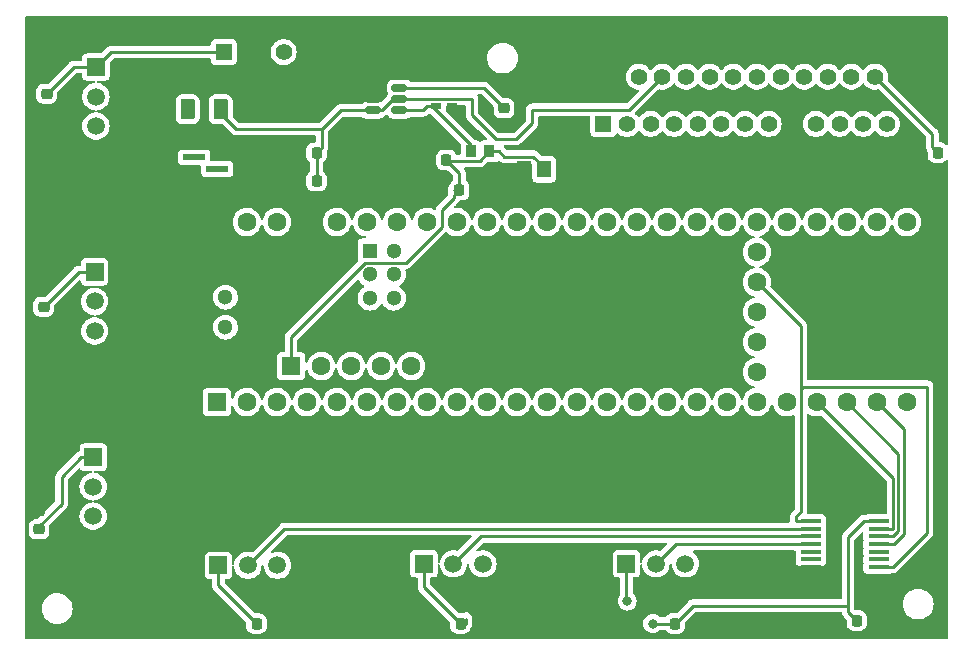
<source format=gbr>
%TF.GenerationSoftware,KiCad,Pcbnew,7.0.7*%
%TF.CreationDate,2024-02-11T14:14:06-05:00*%
%TF.ProjectId,Teddi 2-11-24,54656464-6920-4322-9d31-312d32342e6b,rev?*%
%TF.SameCoordinates,Original*%
%TF.FileFunction,Copper,L1,Top*%
%TF.FilePolarity,Positive*%
%FSLAX46Y46*%
G04 Gerber Fmt 4.6, Leading zero omitted, Abs format (unit mm)*
G04 Created by KiCad (PCBNEW 7.0.7) date 2024-02-11 14:14:06*
%MOMM*%
%LPD*%
G01*
G04 APERTURE LIST*
G04 Aperture macros list*
%AMRoundRect*
0 Rectangle with rounded corners*
0 $1 Rounding radius*
0 $2 $3 $4 $5 $6 $7 $8 $9 X,Y pos of 4 corners*
0 Add a 4 corners polygon primitive as box body*
4,1,4,$2,$3,$4,$5,$6,$7,$8,$9,$2,$3,0*
0 Add four circle primitives for the rounded corners*
1,1,$1+$1,$2,$3*
1,1,$1+$1,$4,$5*
1,1,$1+$1,$6,$7*
1,1,$1+$1,$8,$9*
0 Add four rect primitives between the rounded corners*
20,1,$1+$1,$2,$3,$4,$5,0*
20,1,$1+$1,$4,$5,$6,$7,0*
20,1,$1+$1,$6,$7,$8,$9,0*
20,1,$1+$1,$8,$9,$2,$3,0*%
G04 Aperture macros list end*
%TA.AperFunction,ComponentPad*%
%ADD10R,1.600000X1.600000*%
%TD*%
%TA.AperFunction,ComponentPad*%
%ADD11C,1.600000*%
%TD*%
%TA.AperFunction,ComponentPad*%
%ADD12R,1.300000X1.300000*%
%TD*%
%TA.AperFunction,ComponentPad*%
%ADD13C,1.300000*%
%TD*%
%TA.AperFunction,SMDPad,CuDef*%
%ADD14RoundRect,0.225000X0.250000X-0.225000X0.250000X0.225000X-0.250000X0.225000X-0.250000X-0.225000X0*%
%TD*%
%TA.AperFunction,SMDPad,CuDef*%
%ADD15RoundRect,0.225000X0.225000X0.250000X-0.225000X0.250000X-0.225000X-0.250000X0.225000X-0.250000X0*%
%TD*%
%TA.AperFunction,SMDPad,CuDef*%
%ADD16RoundRect,0.225000X-0.225000X-0.250000X0.225000X-0.250000X0.225000X0.250000X-0.225000X0.250000X0*%
%TD*%
%TA.AperFunction,SMDPad,CuDef*%
%ADD17RoundRect,0.225000X-0.250000X0.225000X-0.250000X-0.225000X0.250000X-0.225000X0.250000X0.225000X0*%
%TD*%
%TA.AperFunction,SMDPad,CuDef*%
%ADD18RoundRect,0.250000X-0.375000X-0.625000X0.375000X-0.625000X0.375000X0.625000X-0.375000X0.625000X0*%
%TD*%
%TA.AperFunction,SMDPad,CuDef*%
%ADD19R,1.200000X1.470000*%
%TD*%
%TA.AperFunction,ComponentPad*%
%ADD20R,1.508000X1.508000*%
%TD*%
%TA.AperFunction,ComponentPad*%
%ADD21C,1.508000*%
%TD*%
%TA.AperFunction,SMDPad,CuDef*%
%ADD22R,0.858799X0.550799*%
%TD*%
%TA.AperFunction,SMDPad,CuDef*%
%ADD23R,1.950000X0.500000*%
%TD*%
%TA.AperFunction,ComponentPad*%
%ADD24R,1.388000X1.388000*%
%TD*%
%TA.AperFunction,ComponentPad*%
%ADD25C,1.388000*%
%TD*%
%TA.AperFunction,SMDPad,CuDef*%
%ADD26R,1.778000X0.355600*%
%TD*%
%TA.AperFunction,ComponentPad*%
%ADD27R,1.398000X1.398000*%
%TD*%
%TA.AperFunction,ComponentPad*%
%ADD28C,1.398000*%
%TD*%
%TA.AperFunction,SMDPad,CuDef*%
%ADD29R,0.940000X1.020000*%
%TD*%
%TA.AperFunction,SMDPad,CuDef*%
%ADD30RoundRect,0.150000X-0.512500X-0.150000X0.512500X-0.150000X0.512500X0.150000X-0.512500X0.150000X0*%
%TD*%
%TA.AperFunction,ViaPad*%
%ADD31C,0.800000*%
%TD*%
%TA.AperFunction,Conductor*%
%ADD32C,0.250000*%
%TD*%
G04 APERTURE END LIST*
D10*
%TO.P,IC1,1,TX1*%
%TO.N,unconnected-(IC1-TX1-Pad1)*%
X69270000Y-110150000D03*
D11*
%TO.P,IC1,2,OUT2*%
%TO.N,unconnected-(IC1-OUT2-Pad2)*%
X71810000Y-110150000D03*
%TO.P,IC1,3,LRCLK2*%
%TO.N,unconnected-(IC1-LRCLK2-Pad3)*%
X74350000Y-110150000D03*
%TO.P,IC1,4,BCLK2*%
%TO.N,unconnected-(IC1-BCLK2-Pad4)*%
X76890000Y-110150000D03*
%TO.P,IC1,5,IN2*%
%TO.N,unconnected-(IC1-IN2-Pad5)*%
X79430000Y-110150000D03*
%TO.P,IC1,6,OUT1D*%
%TO.N,unconnected-(IC1-OUT1D-Pad6)*%
X81970000Y-110150000D03*
%TO.P,IC1,7,RX2*%
%TO.N,unconnected-(IC1-RX2-Pad7)*%
X84510000Y-110150000D03*
%TO.P,IC1,8,TX2*%
%TO.N,unconnected-(IC1-TX2-Pad8)*%
X87050000Y-110150000D03*
%TO.P,IC1,9,OUT1C*%
%TO.N,unconnected-(IC1-OUT1C-Pad9)*%
X89590000Y-110150000D03*
%TO.P,IC1,10,CS_1*%
%TO.N,unconnected-(IC1-CS_1-Pad10)*%
X92130000Y-110150000D03*
%TO.P,IC1,11,MOSI*%
%TO.N,unconnected-(IC1-MOSI-Pad11)*%
X94670000Y-110150000D03*
%TO.P,IC1,12,MISO*%
%TO.N,unconnected-(IC1-MISO-Pad12)*%
X97210000Y-110150000D03*
%TO.P,IC1,13,SCK*%
%TO.N,unconnected-(IC1-SCK-Pad13)*%
X99750000Y-110150000D03*
%TO.P,IC1,14,A0*%
%TO.N,unconnected-(IC1-A0-Pad14)*%
X102290000Y-110150000D03*
%TO.P,IC1,15,A1*%
%TO.N,unconnected-(IC1-A1-Pad15)*%
X104830000Y-110150000D03*
%TO.P,IC1,16,A2*%
%TO.N,M_IN1*%
X107370000Y-110150000D03*
%TO.P,IC1,17,A3*%
%TO.N,M_IN2*%
X109910000Y-110150000D03*
%TO.P,IC1,18,A4*%
%TO.N,B_LINE*%
X112450000Y-110150000D03*
%TO.P,IC1,19,A5*%
%TO.N,LF_LINE*%
X114990000Y-110150000D03*
%TO.P,IC1,20,A6*%
%TO.N,RF_LINE*%
X117530000Y-110150000D03*
%TO.P,IC1,21,A7*%
%TO.N,LIR3.3*%
X120070000Y-110150000D03*
%TO.P,IC1,22,A8*%
%TO.N,RIR3.3*%
X122610000Y-110150000D03*
%TO.P,IC1,23,A9*%
%TO.N,CIR3.3*%
X125150000Y-110150000D03*
%TO.P,IC1,24,A10*%
%TO.N,unconnected-(IC1-A10-Pad24)*%
X127690000Y-110150000D03*
%TO.P,IC1,25,A11*%
%TO.N,M_SPD*%
X127690000Y-94910000D03*
%TO.P,IC1,26,A12*%
%TO.N,M_REF*%
X125150000Y-94910000D03*
%TO.P,IC1,27,A13*%
%TO.N,IR_START*%
X122610000Y-94910000D03*
%TO.P,IC1,28,RX7*%
%TO.N,unconnected-(IC1-RX7-Pad28)*%
X120070000Y-94910000D03*
%TO.P,IC1,29,TX7*%
%TO.N,unconnected-(IC1-TX7-Pad29)*%
X117530000Y-94910000D03*
%TO.P,IC1,30,CRX3*%
%TO.N,unconnected-(IC1-CRX3-Pad30)*%
X114990000Y-94910000D03*
%TO.P,IC1,31,CTX3*%
%TO.N,unconnected-(IC1-CTX3-Pad31)*%
X112450000Y-94910000D03*
%TO.P,IC1,32,OUT1B*%
%TO.N,unconnected-(IC1-OUT1B-Pad32)*%
X109910000Y-94910000D03*
%TO.P,IC1,33,MCLK2*%
%TO.N,unconnected-(IC1-MCLK2-Pad33)*%
X107370000Y-94910000D03*
%TO.P,IC1,34,RX8*%
%TO.N,unconnected-(IC1-RX8-Pad34)*%
X104830000Y-94910000D03*
%TO.P,IC1,35,TX8*%
%TO.N,unconnected-(IC1-TX8-Pad35)*%
X102290000Y-94910000D03*
%TO.P,IC1,36,CS_2*%
%TO.N,unconnected-(IC1-CS_2-Pad36)*%
X99750000Y-94910000D03*
%TO.P,IC1,37,CS_3*%
%TO.N,unconnected-(IC1-CS_3-Pad37)*%
X97210000Y-94910000D03*
%TO.P,IC1,38,A14*%
%TO.N,unconnected-(IC1-A14-Pad38)*%
X94670000Y-94910000D03*
%TO.P,IC1,39,A15*%
%TO.N,unconnected-(IC1-A15-Pad39)*%
X92130000Y-94910000D03*
%TO.P,IC1,40,A16*%
%TO.N,unconnected-(IC1-A16-Pad40)*%
X89590000Y-94910000D03*
%TO.P,IC1,41,A17*%
%TO.N,unconnected-(IC1-A17-Pad41)*%
X87050000Y-94910000D03*
%TO.P,IC1,42,3.3V_1*%
%TO.N,unconnected-(IC1-3.3V_1-Pad42)*%
X84510000Y-94910000D03*
%TO.P,IC1,43,VBAT*%
%TO.N,unconnected-(IC1-VBAT-Pad43)*%
X81970000Y-94910000D03*
%TO.P,IC1,44,3.3V_2*%
%TO.N,unconnected-(IC1-3.3V_2-Pad44)*%
X79430000Y-94910000D03*
%TO.P,IC1,45,GND_1*%
%TO.N,GNDS*%
X76890000Y-94910000D03*
%TO.P,IC1,46,PROGRAM*%
%TO.N,unconnected-(IC1-PROGRAM-Pad46)*%
X74350000Y-94910000D03*
%TO.P,IC1,47,ON/OFF*%
%TO.N,unconnected-(IC1-ON{slash}OFF-Pad47)*%
X71810000Y-94910000D03*
%TO.P,IC1,48,GND_2*%
%TO.N,GNDS*%
X69270000Y-94910000D03*
%TO.P,IC1,49,GND_3*%
X71810000Y-97450000D03*
%TO.P,IC1,50,D+*%
%TO.N,unconnected-(IC1-D+-Pad50)*%
X114990000Y-107610000D03*
%TO.P,IC1,51,D-*%
%TO.N,unconnected-(IC1-D--Pad51)*%
X114990000Y-105070000D03*
%TO.P,IC1,52,+5V*%
%TO.N,unconnected-(IC1-+5V-Pad52)*%
X114990000Y-102530000D03*
%TO.P,IC1,53,3.3V_(250_M_A_MAX)*%
%TO.N,+3.3V*%
X114990000Y-99990000D03*
%TO.P,IC1,54*%
%TO.N,N/C*%
X114990000Y-97450000D03*
D10*
%TO.P,IC1,55,VIN_(3.6_TO_5.5_VOLTS)*%
%TO.N,+5V*%
X75569200Y-107099200D03*
D11*
%TO.P,IC1,56*%
%TO.N,N/C*%
X78109200Y-107099200D03*
%TO.P,IC1,57,RX1*%
%TO.N,unconnected-(IC1-RX1-Pad57)*%
X80649200Y-107099200D03*
%TO.P,IC1,58*%
%TO.N,N/C*%
X83189200Y-107099200D03*
%TO.P,IC1,59*%
X85729200Y-107099200D03*
D12*
%TO.P,IC1,60*%
X82240000Y-97348400D03*
D13*
%TO.P,IC1,61*%
X82240000Y-99348400D03*
%TO.P,IC1,62*%
X82240000Y-101348400D03*
%TO.P,IC1,63*%
X84240000Y-101348400D03*
%TO.P,IC1,64*%
X84240000Y-99348400D03*
%TO.P,IC1,65*%
X84240000Y-97348400D03*
%TO.P,IC1,66*%
X70000000Y-101260000D03*
%TO.P,IC1,67*%
X70000000Y-103800000D03*
%TD*%
D14*
%TO.P,C9,1*%
%TO.N,GNDS*%
X93599000Y-86815000D03*
%TO.P,C9,2*%
%TO.N,Net-(U2-VBST)*%
X93599000Y-85265000D03*
%TD*%
D15*
%TO.P,C14,1*%
%TO.N,+5V*%
X123457000Y-128651000D03*
%TO.P,C14,2*%
%TO.N,GNDS*%
X121907000Y-128651000D03*
%TD*%
D16*
%TO.P,C13,1*%
%TO.N,+12V*%
X77711000Y-91440000D03*
%TO.P,C13,2*%
%TO.N,GNDS*%
X79261000Y-91440000D03*
%TD*%
D17*
%TO.P,C12,1*%
%TO.N,+3.3V*%
X54864000Y-84061000D03*
%TO.P,C12,2*%
%TO.N,GNDS*%
X54864000Y-85611000D03*
%TD*%
D14*
%TO.P,C11,1*%
%TO.N,+3.3V*%
X54229000Y-120917000D03*
%TO.P,C11,2*%
%TO.N,GNDS*%
X54229000Y-119367000D03*
%TD*%
D17*
%TO.P,C10,1*%
%TO.N,+3.3V*%
X54610000Y-102095000D03*
%TO.P,C10,2*%
%TO.N,GNDS*%
X54610000Y-103645000D03*
%TD*%
D16*
%TO.P,C8,1*%
%TO.N,+12V*%
X77711000Y-89050000D03*
%TO.P,C8,2*%
%TO.N,GNDS*%
X79261000Y-89050000D03*
%TD*%
%TO.P,C7,1*%
%TO.N,GNDS*%
X128765000Y-89027000D03*
%TO.P,C7,2*%
%TO.N,Net-(U1-VREG)*%
X130315000Y-89027000D03*
%TD*%
%TO.P,C6,1*%
%TO.N,+5V*%
X108064000Y-128905000D03*
%TO.P,C6,2*%
%TO.N,GNDS*%
X109614000Y-128905000D03*
%TD*%
%TO.P,C4,1*%
%TO.N,+5V*%
X72631000Y-128905000D03*
%TO.P,C4,2*%
%TO.N,GNDS*%
X74181000Y-128905000D03*
%TD*%
%TO.P,C3,1*%
%TO.N,+5V*%
X89903000Y-128905000D03*
%TO.P,C3,2*%
%TO.N,GNDS*%
X91453000Y-128905000D03*
%TD*%
D15*
%TO.P,C2,1*%
%TO.N,+5V*%
X88709800Y-89662000D03*
%TO.P,C2,2*%
%TO.N,GNDS*%
X87159800Y-89662000D03*
%TD*%
%TO.P,C1,1*%
%TO.N,+5V*%
X89802000Y-92202000D03*
%TO.P,C1,2*%
%TO.N,GNDS*%
X88252000Y-92202000D03*
%TD*%
D18*
%TO.P,F1,1*%
%TO.N,Net-(J10-Pin_1b)*%
X66799000Y-85344000D03*
%TO.P,F1,2*%
%TO.N,+12V*%
X69599000Y-85344000D03*
%TD*%
D19*
%TO.P,L2,1,1*%
%TO.N,GNDS*%
X95279000Y-90424000D03*
%TO.P,L2,2,2*%
%TO.N,+5V*%
X96999000Y-90424000D03*
%TD*%
D20*
%TO.P,J4,1,Pin_1*%
%TO.N,+5V*%
X103946000Y-123842000D03*
D21*
%TO.P,J4,2,Pin_2*%
%TO.N,CIR5*%
X106446000Y-123842000D03*
%TO.P,J4,3,Pin_3*%
%TO.N,unconnected-(J4-Pin_3-Pad3)*%
X108946000Y-123842000D03*
%TO.P,J4,4,Pin_4*%
%TO.N,GNDS*%
X111446000Y-123842000D03*
%TD*%
D20*
%TO.P,J1,1,Pin_1*%
%TO.N,+5V*%
X69402000Y-123969000D03*
D21*
%TO.P,J1,2,Pin_2*%
%TO.N,LIR5*%
X71902000Y-123969000D03*
%TO.P,J1,3,Pin_3*%
%TO.N,unconnected-(J1-Pin_3-Pad3)*%
X74402000Y-123969000D03*
%TO.P,J1,4,Pin_4*%
%TO.N,GNDS*%
X76902000Y-123969000D03*
%TD*%
D22*
%TO.P,R2,1*%
%TO.N,Net-(U2-VFB)*%
X87864601Y-85090000D03*
%TO.P,R2,2*%
%TO.N,GNDS*%
X89173399Y-85090000D03*
%TD*%
D20*
%TO.P,J2,1,Pin_1*%
%TO.N,+5V*%
X86801000Y-123842000D03*
D21*
%TO.P,J2,2,Pin_2*%
%TO.N,RIR5*%
X89301000Y-123842000D03*
%TO.P,J2,3,Pin_3*%
%TO.N,unconnected-(J2-Pin_3-Pad3)*%
X91801000Y-123842000D03*
%TO.P,J2,4,Pin_4*%
%TO.N,GNDS*%
X94301000Y-123842000D03*
%TD*%
D23*
%TO.P,J10,1*%
%TO.N,N/C*%
X67351000Y-89416000D03*
%TO.P,J10,2*%
X69301000Y-90416000D03*
%TD*%
D20*
%TO.P,J6,1,Pin_1*%
%TO.N,+3.3V*%
X58801000Y-114808000D03*
D21*
%TO.P,J6,2,Pin_2*%
%TO.N,RF_LINE*%
X58801000Y-117308000D03*
%TO.P,J6,3,Pin_3*%
%TO.N,unconnected-(J6-Pin_3-Pad3)*%
X58801000Y-119808000D03*
%TO.P,J6,4,Pin_4*%
%TO.N,GNDS*%
X58801000Y-122308000D03*
%TD*%
D20*
%TO.P,J5,1,Pin_1*%
%TO.N,+3.3V*%
X58928000Y-99131100D03*
D21*
%TO.P,J5,2,Pin_2*%
%TO.N,LF_LINE*%
X58928000Y-101631100D03*
%TO.P,J5,3,Pin_3*%
%TO.N,unconnected-(J5-Pin_3-Pad3)*%
X58928000Y-104131100D03*
%TO.P,J5,4,Pin_4*%
%TO.N,GNDS*%
X58928000Y-106631100D03*
%TD*%
D24*
%TO.P,U1,1,ALERT1*%
%TO.N,unconnected-(U1-ALERT1-Pad1)*%
X102000000Y-86600000D03*
D25*
%TO.P,U1,2,SGND*%
%TO.N,GNDS*%
X103000000Y-82600000D03*
%TO.P,U1,3,SELECT*%
%TO.N,unconnected-(U1-SELECT-Pad3)*%
X104000000Y-86600000D03*
%TO.P,U1,4,TEST1*%
%TO.N,unconnected-(U1-TEST1-Pad4)*%
X105000000Y-82600000D03*
%TO.P,U1,5,VREF*%
%TO.N,M_REF*%
X106000000Y-86600000D03*
%TO.P,U1,6,VCC*%
%TO.N,+12V*%
X107000000Y-82600000D03*
%TO.P,U1,7,STBY*%
%TO.N,unconnected-(U1-STBY-Pad7)*%
X108000000Y-86600000D03*
%TO.P,U1,8,IN1*%
%TO.N,M_IN1*%
X109000000Y-82600000D03*
%TO.P,U1,9,IN2*%
%TO.N,M_IN2*%
X110000000Y-86600000D03*
%TO.P,U1,10,OUT2B*%
%TO.N,Net-(J9-Pin_2)*%
X111000000Y-82600000D03*
%TO.P,U1,11,RSB*%
%TO.N,unconnected-(U1-RSB-Pad11)*%
X112000000Y-86600000D03*
%TO.P,U1,12,OUT1B*%
%TO.N,Net-(J9-Pin_1)*%
X113000000Y-82600000D03*
%TO.P,U1,13,PGNDB*%
%TO.N,unconnected-(U1-PGNDB-Pad13)*%
X114000000Y-86600000D03*
%TO.P,U1,14,OUT2A*%
%TO.N,Net-(J8-Pin_2)*%
X115000000Y-82600000D03*
%TO.P,U1,15,RSA*%
%TO.N,unconnected-(U1-RSA-Pad15)*%
X116000000Y-86600000D03*
%TO.P,U1,16,OUT1A*%
%TO.N,Net-(J8-Pin_1)*%
X117000000Y-82600000D03*
%TO.P,U1,17,PGNDA*%
%TO.N,GNDS*%
X118000000Y-86600000D03*
%TO.P,U1,18,TEST2*%
%TO.N,unconnected-(U1-TEST2-Pad18)*%
X119000000Y-82600000D03*
%TO.P,U1,19,TEST3*%
%TO.N,unconnected-(U1-TEST3-Pad19)*%
X120000000Y-86600000D03*
%TO.P,U1,20,VCC*%
%TO.N,+12V*%
X121000000Y-82600000D03*
%TO.P,U1,21,TEST4*%
%TO.N,unconnected-(U1-TEST4-Pad21)*%
X122000000Y-86600000D03*
%TO.P,U1,22,PWM*%
%TO.N,M_SPD*%
X123000000Y-82600000D03*
%TO.P,U1,23,OSC*%
%TO.N,unconnected-(U1-OSC-Pad23)*%
X124000000Y-86600000D03*
%TO.P,U1,24,VREG*%
%TO.N,Net-(U1-VREG)*%
X125000000Y-82600000D03*
%TO.P,U1,25,ALERT2*%
%TO.N,unconnected-(U1-ALERT2-Pad25)*%
X126000000Y-86600000D03*
%TD*%
D26*
%TO.P,U3,1,VCCA*%
%TO.N,+3.3V*%
X119557800Y-120223999D03*
%TO.P,U3,2,A1*%
%TO.N,LIR5*%
X119557800Y-120874000D03*
%TO.P,U3,3,A2*%
%TO.N,RIR5*%
X119557800Y-121524001D03*
%TO.P,U3,4,A3*%
%TO.N,CIR5*%
X119557800Y-122174000D03*
%TO.P,U3,5,A4*%
%TO.N,unconnected-(U3-A4-Pad5)*%
X119557800Y-122823999D03*
%TO.P,U3,6,NC*%
%TO.N,unconnected-(U3-NC-Pad6)*%
X119557800Y-123474000D03*
%TO.P,U3,7,GND*%
%TO.N,GNDS*%
X119557800Y-124123999D03*
%TO.P,U3,8,EN*%
%TO.N,+3.3V*%
X125298200Y-124124001D03*
%TO.P,U3,9,NC*%
%TO.N,unconnected-(U3-NC-Pad9)*%
X125298200Y-123474000D03*
%TO.P,U3,10,Y4*%
%TO.N,unconnected-(U3-Y4-Pad10)*%
X125298200Y-122824001D03*
%TO.P,U3,11,Y3*%
%TO.N,CIR3.3*%
X125298200Y-122174000D03*
%TO.P,U3,12,Y2*%
%TO.N,RIR3.3*%
X125298200Y-121524001D03*
%TO.P,U3,13,Y1*%
%TO.N,LIR3.3*%
X125298200Y-120874000D03*
%TO.P,U3,14,VCCY*%
%TO.N,+5V*%
X125298200Y-120224001D03*
%TD*%
D20*
%TO.P,J7,1,Pin_1*%
%TO.N,+3.3V*%
X59038000Y-81781000D03*
D21*
%TO.P,J7,2,Pin_2*%
%TO.N,B_LINE*%
X59038000Y-84281000D03*
%TO.P,J7,3,Pin_3*%
%TO.N,unconnected-(J7-Pin_3-Pad3)*%
X59038000Y-86781000D03*
%TO.P,J7,4,Pin_4*%
%TO.N,GNDS*%
X59038000Y-89281000D03*
%TD*%
D27*
%TO.P,J11,1,Pin_1*%
%TO.N,+3.3V*%
X69850000Y-80518000D03*
D28*
%TO.P,J11,2,Pin_2*%
%TO.N,GNDS*%
X72390000Y-80518000D03*
%TO.P,J11,3,Pin_3*%
%TO.N,IR_START*%
X74930000Y-80518000D03*
%TD*%
D29*
%TO.P,R1,1*%
%TO.N,Net-(U2-VFB)*%
X90777000Y-88900000D03*
%TO.P,R1,2*%
%TO.N,+5V*%
X92357000Y-88900000D03*
%TD*%
D30*
%TO.P,U2,1,GND*%
%TO.N,GNDS*%
X82457500Y-83550000D03*
%TO.P,U2,2,SW*%
X82457500Y-84500000D03*
%TO.P,U2,3,VIN*%
%TO.N,+12V*%
X82457500Y-85450000D03*
%TO.P,U2,4,VFB*%
%TO.N,Net-(U2-VFB)*%
X84732500Y-85450000D03*
%TO.P,U2,5,EN*%
%TO.N,+12V*%
X84732500Y-84500000D03*
%TO.P,U2,6,VBST*%
%TO.N,Net-(U2-VBST)*%
X84732500Y-83550000D03*
%TD*%
D31*
%TO.N,+5V*%
X104013000Y-127000000D03*
X106172000Y-128905000D03*
%TD*%
D32*
%TO.N,+5V*%
X122732000Y-127926000D02*
X123457000Y-128651000D01*
X122732000Y-127381000D02*
X122732000Y-127926000D01*
%TO.N,+12V*%
X84752800Y-84479700D02*
X84732500Y-84500000D01*
X90866900Y-84479700D02*
X84752800Y-84479700D01*
X90866900Y-85837700D02*
X90866900Y-84479700D01*
X94589600Y-87884000D02*
X92913200Y-87884000D01*
X95973400Y-86500200D02*
X94589600Y-87884000D01*
X104210000Y-85389500D02*
X95973400Y-85389500D01*
X95973400Y-85389500D02*
X95973400Y-86500200D01*
X107000000Y-82600000D02*
X104210000Y-85389500D01*
X92913200Y-87884000D02*
X90866900Y-85837700D01*
%TO.N,Net-(U2-VBST)*%
X91884000Y-83550000D02*
X93599000Y-85265000D01*
X84732500Y-83550000D02*
X91884000Y-83550000D01*
%TO.N,+12V*%
X77711000Y-89050000D02*
X77711000Y-91440000D01*
X78166000Y-88595000D02*
X77711000Y-89050000D01*
X78166000Y-87049900D02*
X78166000Y-88595000D01*
%TO.N,Net-(U2-VFB)*%
X90777000Y-88380500D02*
X87486500Y-85090000D01*
X90777000Y-88900000D02*
X90777000Y-88380500D01*
%TO.N,+5V*%
X89802000Y-90754200D02*
X88709800Y-89662000D01*
X89802000Y-92202000D02*
X89802000Y-90754200D01*
X89347000Y-92657000D02*
X89802000Y-92202000D01*
X89347000Y-92861500D02*
X89347000Y-92657000D01*
X85261100Y-98348400D02*
X81844900Y-98348400D01*
X75569200Y-104624000D02*
X75569200Y-107099200D01*
X88320000Y-95289500D02*
X85261100Y-98348400D01*
X88320000Y-93888500D02*
X88320000Y-95289500D01*
X89347000Y-92861500D02*
X88320000Y-93888500D01*
X89421900Y-92127100D02*
X89347000Y-92202000D01*
X81844900Y-98348400D02*
X75569200Y-104624000D01*
X88784700Y-89736900D02*
X88709800Y-89662000D01*
X91520100Y-89736900D02*
X88784700Y-89736900D01*
X96999000Y-90289000D02*
X96999000Y-90424000D01*
X96072100Y-89362100D02*
X96999000Y-90289000D01*
X93616000Y-89362100D02*
X96072100Y-89362100D01*
%TO.N,Net-(U1-VREG)*%
X129860000Y-88572000D02*
X130315000Y-89027000D01*
X129860000Y-87460000D02*
X129860000Y-88572000D01*
%TO.N,+5V*%
X106172000Y-128905000D02*
X108064000Y-128905000D01*
X108064000Y-128905000D02*
X109588000Y-127381000D01*
X109588000Y-127381000D02*
X122732000Y-127381000D01*
X122732000Y-127381000D02*
X122732000Y-121574000D01*
X86801000Y-125803000D02*
X89903000Y-128905000D01*
X86801000Y-123842000D02*
X86801000Y-125803000D01*
X69402000Y-125676000D02*
X72631000Y-128905000D01*
X69402000Y-123969000D02*
X69402000Y-125676000D01*
%TO.N,+3.3V*%
X56134000Y-116459000D02*
X57785000Y-114808000D01*
X57785000Y-114808000D02*
X58801000Y-114808000D01*
X56134000Y-118748041D02*
X56134000Y-116459000D01*
X54229000Y-120917000D02*
X54229000Y-120653041D01*
X54229000Y-120653041D02*
X56134000Y-118748041D01*
X57573900Y-99131100D02*
X54610000Y-102095000D01*
X58928000Y-99131100D02*
X57573900Y-99131100D01*
X57144000Y-81781000D02*
X54864000Y-84061000D01*
X59038000Y-81781000D02*
X57144000Y-81781000D01*
%TO.N,+5V*%
X104013000Y-127000000D02*
X104013000Y-127127000D01*
X104013000Y-127000000D02*
X103946000Y-126933000D01*
X90358000Y-128480000D02*
X90358000Y-128905000D01*
X125298000Y-120224000D02*
X125298200Y-120224000D01*
X106172000Y-128905000D02*
X106083000Y-128816000D01*
X93153900Y-88900000D02*
X93616000Y-89362100D01*
X92357000Y-88900000D02*
X93153900Y-88900000D01*
X104013000Y-127000000D02*
X104013000Y-127254000D01*
X122732000Y-121574000D02*
X124082000Y-120224000D01*
X92357000Y-88900000D02*
X91520100Y-89736900D01*
X103946000Y-126933000D02*
X103946000Y-123842000D01*
X124082000Y-120224000D02*
X125298000Y-120224000D01*
X106083000Y-128816000D02*
X105918000Y-128816000D01*
%TO.N,+12V*%
X78166000Y-87049900D02*
X70920900Y-87049900D01*
X82457500Y-85450000D02*
X79765900Y-85450000D01*
X83234600Y-85450000D02*
X82457500Y-85450000D01*
X79765900Y-85450000D02*
X78166000Y-87049900D01*
X84184600Y-84500000D02*
X83234600Y-85450000D01*
X84732500Y-84500000D02*
X84184600Y-84500000D01*
X70920900Y-87049900D02*
X69596000Y-85725000D01*
%TO.N,Net-(U1-VREG)*%
X125000000Y-82600000D02*
X129860000Y-87460000D01*
%TO.N,LIR5*%
X74997000Y-120874000D02*
X71902000Y-123969000D01*
X119558000Y-120874000D02*
X119557800Y-120874000D01*
X119557800Y-120874000D02*
X74997000Y-120874000D01*
%TO.N,Net-(U2-VFB)*%
X86748300Y-85450000D02*
X87108300Y-85090000D01*
X87108300Y-85090000D02*
X87486500Y-85090000D01*
X84732500Y-85450000D02*
X86748300Y-85450000D01*
X87864600Y-85090000D02*
X87486500Y-85090000D01*
%TO.N,+3.3V*%
X118342000Y-119834000D02*
X118342000Y-120224000D01*
X125298000Y-124124000D02*
X126514000Y-124124000D01*
X118342000Y-120224000D02*
X119557800Y-120224000D01*
X69850000Y-80518000D02*
X60301000Y-80518000D01*
X129413000Y-121225000D02*
X129413000Y-108839000D01*
X118709000Y-103709000D02*
X118709000Y-109022000D01*
X60301000Y-80518000D02*
X59038000Y-81781000D01*
X126514000Y-124124000D02*
X129413000Y-121225000D01*
X114990000Y-99990000D02*
X118709000Y-103709000D01*
X118709000Y-119466000D02*
X118342000Y-119834000D01*
X118709000Y-109022000D02*
X118709000Y-119466000D01*
X119557800Y-120224000D02*
X119558000Y-120224000D01*
X118892000Y-108839000D02*
X118709000Y-109022000D01*
X129413000Y-108839000D02*
X118892000Y-108839000D01*
%TO.N,RIR5*%
X119557800Y-121524000D02*
X91619000Y-121524000D01*
X91619000Y-121524000D02*
X89301000Y-123842000D01*
X119558000Y-121524000D02*
X119557800Y-121524000D01*
%TO.N,CIR5*%
X119557800Y-122174000D02*
X119558000Y-122174000D01*
X106446000Y-123842000D02*
X108114000Y-122174000D01*
X108114000Y-122174000D02*
X119557800Y-122174000D01*
%TO.N,CIR3.3*%
X125298200Y-122174000D02*
X125298000Y-122174000D01*
X127430000Y-112430000D02*
X127430000Y-121315000D01*
X125150000Y-110150000D02*
X127430000Y-112430000D01*
X127430000Y-121315000D02*
X126571000Y-122174000D01*
X126571000Y-122174000D02*
X125298200Y-122174000D01*
%TO.N,RIR3.3*%
X126527000Y-121524000D02*
X125298200Y-121524000D01*
X125298200Y-121524000D02*
X125298000Y-121524000D01*
X126969000Y-114509000D02*
X126969000Y-121082000D01*
X122610000Y-110150000D02*
X126969000Y-114509000D01*
X126969000Y-121082000D02*
X126527000Y-121524000D01*
%TO.N,LIR3.3*%
X125298200Y-120874000D02*
X125298000Y-120874000D01*
X126514000Y-120874000D02*
X125298200Y-120874000D01*
X120070000Y-110150000D02*
X126514000Y-116594000D01*
X126514000Y-116594000D02*
X126514000Y-120874000D01*
%TD*%
%TA.AperFunction,Conductor*%
%TO.N,GNDS*%
G36*
X131158691Y-77519407D02*
G01*
X131194655Y-77568907D01*
X131199500Y-77599500D01*
X131199500Y-88312903D01*
X131180593Y-88371094D01*
X131131093Y-88407058D01*
X131069907Y-88407058D01*
X131030498Y-88382908D01*
X130926420Y-88278830D01*
X130926417Y-88278828D01*
X130926416Y-88278827D01*
X130790392Y-88198383D01*
X130790391Y-88198382D01*
X130790390Y-88198382D01*
X130691511Y-88169655D01*
X130638625Y-88154290D01*
X130612805Y-88152258D01*
X130603163Y-88151500D01*
X130603159Y-88151500D01*
X130484500Y-88151500D01*
X130426309Y-88132593D01*
X130390345Y-88083093D01*
X130385500Y-88052500D01*
X130385500Y-87468984D01*
X130385760Y-87461367D01*
X130387660Y-87405755D01*
X130377534Y-87364206D01*
X130376594Y-87359258D01*
X130370771Y-87316889D01*
X130363280Y-87299645D01*
X130357903Y-87283654D01*
X130353457Y-87265406D01*
X130332509Y-87228150D01*
X130330252Y-87223607D01*
X130313219Y-87184391D01*
X130308547Y-87178649D01*
X130301365Y-87169821D01*
X130291862Y-87155858D01*
X130282660Y-87139490D01*
X130252422Y-87109251D01*
X130249024Y-87105486D01*
X130222052Y-87072333D01*
X130206709Y-87061502D01*
X130193797Y-87050627D01*
X128148370Y-85005200D01*
X126091634Y-82948465D01*
X126063858Y-82893949D01*
X126066419Y-82851368D01*
X126080471Y-82801982D01*
X126080470Y-82801982D01*
X126080473Y-82801975D01*
X126099189Y-82600000D01*
X126080473Y-82398025D01*
X126024963Y-82202927D01*
X125934549Y-82021352D01*
X125812310Y-81859481D01*
X125662409Y-81722828D01*
X125489951Y-81616046D01*
X125300807Y-81542772D01*
X125300806Y-81542771D01*
X125300804Y-81542771D01*
X125101420Y-81505500D01*
X124898580Y-81505500D01*
X124699195Y-81542771D01*
X124510048Y-81616046D01*
X124510043Y-81616049D01*
X124337595Y-81722825D01*
X124337593Y-81722826D01*
X124337591Y-81722828D01*
X124187690Y-81859481D01*
X124079004Y-82003405D01*
X124028847Y-82038448D01*
X123967672Y-82037317D01*
X123920996Y-82003405D01*
X123812310Y-81859481D01*
X123662409Y-81722828D01*
X123489951Y-81616046D01*
X123300807Y-81542772D01*
X123300806Y-81542771D01*
X123300804Y-81542771D01*
X123101420Y-81505500D01*
X122898580Y-81505500D01*
X122699195Y-81542771D01*
X122510048Y-81616046D01*
X122510043Y-81616049D01*
X122337595Y-81722825D01*
X122337593Y-81722826D01*
X122337591Y-81722828D01*
X122187690Y-81859481D01*
X122079004Y-82003405D01*
X122028847Y-82038448D01*
X121967672Y-82037317D01*
X121920996Y-82003405D01*
X121812310Y-81859481D01*
X121662409Y-81722828D01*
X121489951Y-81616046D01*
X121300807Y-81542772D01*
X121300806Y-81542771D01*
X121300804Y-81542771D01*
X121101420Y-81505500D01*
X120898580Y-81505500D01*
X120699195Y-81542771D01*
X120510048Y-81616046D01*
X120510043Y-81616049D01*
X120337595Y-81722825D01*
X120337593Y-81722826D01*
X120337591Y-81722828D01*
X120187690Y-81859481D01*
X120079004Y-82003405D01*
X120028847Y-82038448D01*
X119967672Y-82037317D01*
X119920996Y-82003405D01*
X119812310Y-81859481D01*
X119662409Y-81722828D01*
X119489951Y-81616046D01*
X119300807Y-81542772D01*
X119300806Y-81542771D01*
X119300804Y-81542771D01*
X119101420Y-81505500D01*
X118898580Y-81505500D01*
X118699195Y-81542771D01*
X118510048Y-81616046D01*
X118510043Y-81616049D01*
X118337595Y-81722825D01*
X118337593Y-81722826D01*
X118337591Y-81722828D01*
X118187690Y-81859481D01*
X118079004Y-82003405D01*
X118028847Y-82038448D01*
X117967672Y-82037317D01*
X117920996Y-82003405D01*
X117812310Y-81859481D01*
X117662409Y-81722828D01*
X117489951Y-81616046D01*
X117300807Y-81542772D01*
X117300806Y-81542771D01*
X117300804Y-81542771D01*
X117101420Y-81505500D01*
X116898580Y-81505500D01*
X116699195Y-81542771D01*
X116510048Y-81616046D01*
X116510043Y-81616049D01*
X116337595Y-81722825D01*
X116337593Y-81722826D01*
X116337591Y-81722828D01*
X116187690Y-81859481D01*
X116079004Y-82003405D01*
X116028847Y-82038448D01*
X115967672Y-82037317D01*
X115920996Y-82003405D01*
X115812310Y-81859481D01*
X115662409Y-81722828D01*
X115489951Y-81616046D01*
X115300807Y-81542772D01*
X115300806Y-81542771D01*
X115300804Y-81542771D01*
X115101420Y-81505500D01*
X114898580Y-81505500D01*
X114699195Y-81542771D01*
X114510048Y-81616046D01*
X114510043Y-81616049D01*
X114337595Y-81722825D01*
X114337593Y-81722826D01*
X114337591Y-81722828D01*
X114187690Y-81859481D01*
X114079004Y-82003405D01*
X114028847Y-82038448D01*
X113967672Y-82037317D01*
X113920996Y-82003405D01*
X113812310Y-81859481D01*
X113662409Y-81722828D01*
X113489951Y-81616046D01*
X113300807Y-81542772D01*
X113300806Y-81542771D01*
X113300804Y-81542771D01*
X113101420Y-81505500D01*
X112898580Y-81505500D01*
X112699195Y-81542771D01*
X112510048Y-81616046D01*
X112510043Y-81616049D01*
X112337595Y-81722825D01*
X112337593Y-81722826D01*
X112337591Y-81722828D01*
X112187690Y-81859481D01*
X112079004Y-82003405D01*
X112028847Y-82038448D01*
X111967672Y-82037317D01*
X111920996Y-82003405D01*
X111812310Y-81859481D01*
X111662409Y-81722828D01*
X111489951Y-81616046D01*
X111300807Y-81542772D01*
X111300806Y-81542771D01*
X111300804Y-81542771D01*
X111101420Y-81505500D01*
X110898580Y-81505500D01*
X110699195Y-81542771D01*
X110510048Y-81616046D01*
X110510043Y-81616049D01*
X110337595Y-81722825D01*
X110337593Y-81722826D01*
X110337591Y-81722828D01*
X110187690Y-81859481D01*
X110079004Y-82003405D01*
X110028847Y-82038448D01*
X109967672Y-82037317D01*
X109920996Y-82003405D01*
X109812310Y-81859481D01*
X109662409Y-81722828D01*
X109489951Y-81616046D01*
X109300807Y-81542772D01*
X109300806Y-81542771D01*
X109300804Y-81542771D01*
X109101420Y-81505500D01*
X108898580Y-81505500D01*
X108699195Y-81542771D01*
X108510048Y-81616046D01*
X108510043Y-81616049D01*
X108337595Y-81722825D01*
X108337593Y-81722826D01*
X108337591Y-81722828D01*
X108187690Y-81859481D01*
X108079004Y-82003405D01*
X108028847Y-82038448D01*
X107967672Y-82037317D01*
X107920996Y-82003405D01*
X107812310Y-81859481D01*
X107662409Y-81722828D01*
X107489951Y-81616046D01*
X107300807Y-81542772D01*
X107300806Y-81542771D01*
X107300804Y-81542771D01*
X107101420Y-81505500D01*
X106898580Y-81505500D01*
X106699195Y-81542771D01*
X106510048Y-81616046D01*
X106510043Y-81616049D01*
X106337595Y-81722825D01*
X106337593Y-81722826D01*
X106337591Y-81722828D01*
X106187690Y-81859481D01*
X106079004Y-82003405D01*
X106028847Y-82038448D01*
X105967672Y-82037317D01*
X105920996Y-82003405D01*
X105812310Y-81859481D01*
X105662409Y-81722828D01*
X105489951Y-81616046D01*
X105300807Y-81542772D01*
X105300806Y-81542771D01*
X105300804Y-81542771D01*
X105101420Y-81505500D01*
X104898580Y-81505500D01*
X104699195Y-81542771D01*
X104510048Y-81616046D01*
X104510043Y-81616049D01*
X104337595Y-81722825D01*
X104337593Y-81722826D01*
X104337591Y-81722828D01*
X104187690Y-81859481D01*
X104148058Y-81911961D01*
X104065452Y-82021350D01*
X104065447Y-82021359D01*
X103975037Y-82202926D01*
X103919527Y-82398023D01*
X103900811Y-82600000D01*
X103919527Y-82801976D01*
X103951867Y-82915638D01*
X103975037Y-82997073D01*
X104065451Y-83178648D01*
X104187690Y-83340519D01*
X104337591Y-83477172D01*
X104510049Y-83583954D01*
X104699193Y-83657228D01*
X104898580Y-83694500D01*
X104923030Y-83694500D01*
X104981221Y-83713407D01*
X105017185Y-83762907D01*
X105017185Y-83824093D01*
X104993027Y-83863510D01*
X104021354Y-84835010D01*
X103966835Y-84862783D01*
X103951357Y-84864000D01*
X95993041Y-84864000D01*
X95989679Y-84863885D01*
X95937201Y-84860296D01*
X95885718Y-84870993D01*
X95882389Y-84871567D01*
X95830288Y-84878728D01*
X95822920Y-84881929D01*
X95803626Y-84888052D01*
X95795766Y-84889685D01*
X95749080Y-84913875D01*
X95746029Y-84915327D01*
X95697790Y-84936281D01*
X95691554Y-84941354D01*
X95674637Y-84952450D01*
X95667504Y-84956146D01*
X95629075Y-84992037D01*
X95626528Y-84994257D01*
X95589840Y-85024107D01*
X95585733Y-85027448D01*
X95585730Y-85027451D01*
X95581100Y-85034010D01*
X95567804Y-85049259D01*
X95561934Y-85054741D01*
X95561929Y-85054747D01*
X95547069Y-85079184D01*
X95534601Y-85099686D01*
X95532757Y-85102497D01*
X95531927Y-85103673D01*
X95502428Y-85145463D01*
X95502428Y-85145464D01*
X95499734Y-85153042D01*
X95491047Y-85171307D01*
X95486874Y-85178169D01*
X95486873Y-85178173D01*
X95472686Y-85228804D01*
X95471664Y-85232024D01*
X95454053Y-85281576D01*
X95453505Y-85289594D01*
X95450067Y-85309533D01*
X95447901Y-85317266D01*
X95447900Y-85317274D01*
X95447900Y-85369859D01*
X95447785Y-85373220D01*
X95444196Y-85425698D01*
X95444196Y-85425699D01*
X95445829Y-85433556D01*
X95447900Y-85453700D01*
X95447899Y-86241522D01*
X95428992Y-86299713D01*
X95418903Y-86311526D01*
X94400927Y-87329504D01*
X94346410Y-87357281D01*
X94330923Y-87358500D01*
X93171877Y-87358500D01*
X93113686Y-87339593D01*
X93101873Y-87329504D01*
X91421396Y-85649026D01*
X91393619Y-85594509D01*
X91392400Y-85579022D01*
X91392400Y-84499339D01*
X91392514Y-84495979D01*
X91396104Y-84443501D01*
X91385406Y-84392019D01*
X91384832Y-84388692D01*
X91384273Y-84384627D01*
X91377671Y-84336589D01*
X91374473Y-84329227D01*
X91368345Y-84309917D01*
X91366714Y-84302067D01*
X91366712Y-84302061D01*
X91342521Y-84255376D01*
X91341077Y-84252342D01*
X91330528Y-84228056D01*
X91324398Y-84213941D01*
X91318557Y-84153035D01*
X91349632Y-84100328D01*
X91405752Y-84075952D01*
X91415202Y-84075500D01*
X91625322Y-84075500D01*
X91683513Y-84094407D01*
X91695326Y-84104496D01*
X92694504Y-85103673D01*
X92722281Y-85158190D01*
X92723500Y-85173677D01*
X92723501Y-85553162D01*
X92726291Y-85588627D01*
X92760551Y-85706553D01*
X92770383Y-85740393D01*
X92850827Y-85876416D01*
X92850828Y-85876417D01*
X92850830Y-85876420D01*
X92962580Y-85988170D01*
X92962582Y-85988171D01*
X92962583Y-85988172D01*
X92988341Y-86003405D01*
X93098610Y-86068618D01*
X93250373Y-86112709D01*
X93285837Y-86115500D01*
X93285840Y-86115499D01*
X93285841Y-86115500D01*
X93285842Y-86115500D01*
X93570513Y-86115499D01*
X93912162Y-86115499D01*
X93947627Y-86112709D01*
X94099390Y-86068618D01*
X94235420Y-85988170D01*
X94347170Y-85876420D01*
X94427618Y-85740390D01*
X94471709Y-85588627D01*
X94474500Y-85553163D01*
X94474499Y-84976838D01*
X94471709Y-84941373D01*
X94427618Y-84789610D01*
X94423517Y-84782676D01*
X94347172Y-84653583D01*
X94347171Y-84653582D01*
X94347170Y-84653580D01*
X94235420Y-84541830D01*
X94235417Y-84541828D01*
X94235416Y-84541827D01*
X94099392Y-84461383D01*
X94099391Y-84461382D01*
X94099390Y-84461382D01*
X94023508Y-84439336D01*
X93947625Y-84417290D01*
X93921805Y-84415258D01*
X93912163Y-84414500D01*
X93912159Y-84414500D01*
X93532677Y-84414500D01*
X93474486Y-84395593D01*
X93462673Y-84385504D01*
X92261940Y-83184771D01*
X92218757Y-83138532D01*
X92218755Y-83138531D01*
X92182232Y-83116321D01*
X92178039Y-83113467D01*
X92143973Y-83087634D01*
X92126492Y-83080740D01*
X92111381Y-83073235D01*
X92095325Y-83063472D01*
X92054166Y-83051940D01*
X92049360Y-83050324D01*
X92009589Y-83034641D01*
X92009592Y-83034641D01*
X91997628Y-83033411D01*
X91990892Y-83032718D01*
X91974314Y-83029567D01*
X91956228Y-83024500D01*
X91913478Y-83024500D01*
X91908414Y-83024240D01*
X91874061Y-83020709D01*
X91865890Y-83019869D01*
X91865889Y-83019869D01*
X91847375Y-83023061D01*
X91830556Y-83024500D01*
X85694188Y-83024500D01*
X85635997Y-83005593D01*
X85634435Y-83004434D01*
X85517342Y-82915639D01*
X85517339Y-82915637D01*
X85376565Y-82860123D01*
X85288106Y-82849500D01*
X85288102Y-82849500D01*
X84176898Y-82849500D01*
X84176893Y-82849500D01*
X84088434Y-82860123D01*
X83947660Y-82915637D01*
X83947656Y-82915640D01*
X83827081Y-83007075D01*
X83827075Y-83007081D01*
X83735640Y-83127656D01*
X83735637Y-83127660D01*
X83680123Y-83268434D01*
X83669500Y-83356893D01*
X83669500Y-83743106D01*
X83680123Y-83831565D01*
X83735637Y-83972339D01*
X83737967Y-83976482D01*
X83750003Y-84036472D01*
X83737971Y-84073508D01*
X83735640Y-84077654D01*
X83680122Y-84218437D01*
X83678353Y-84233166D01*
X83652641Y-84288687D01*
X83650064Y-84291363D01*
X83204669Y-84736759D01*
X83150152Y-84764537D01*
X83108158Y-84759934D01*
X83107718Y-84761678D01*
X83101569Y-84760123D01*
X83013106Y-84749500D01*
X83013102Y-84749500D01*
X81901898Y-84749500D01*
X81901893Y-84749500D01*
X81813434Y-84760123D01*
X81672660Y-84815637D01*
X81672660Y-84815638D01*
X81672659Y-84815638D01*
X81672658Y-84815639D01*
X81555629Y-84904384D01*
X81497840Y-84924479D01*
X81495812Y-84924500D01*
X79774885Y-84924500D01*
X79711656Y-84922340D01*
X79711651Y-84922340D01*
X79670123Y-84932460D01*
X79665142Y-84933406D01*
X79622788Y-84939228D01*
X79622785Y-84939229D01*
X79605555Y-84946714D01*
X79589556Y-84952095D01*
X79571307Y-84956542D01*
X79571299Y-84956545D01*
X79539954Y-84974169D01*
X79535199Y-84976844D01*
X79534048Y-84977491D01*
X79529507Y-84979746D01*
X79490292Y-84996780D01*
X79475707Y-85008645D01*
X79461758Y-85018138D01*
X79445386Y-85027343D01*
X79415160Y-85057569D01*
X79411397Y-85060965D01*
X79378237Y-85087943D01*
X79378230Y-85087951D01*
X79367400Y-85103293D01*
X79356527Y-85116202D01*
X77977327Y-86495404D01*
X77922810Y-86523181D01*
X77907323Y-86524400D01*
X71179577Y-86524400D01*
X71121386Y-86505493D01*
X71109573Y-86495404D01*
X70653496Y-86039327D01*
X70625719Y-85984810D01*
X70624500Y-85969323D01*
X70624500Y-84653310D01*
X70621598Y-84616434D01*
X70621598Y-84616431D01*
X70575744Y-84458602D01*
X70492081Y-84317135D01*
X70375865Y-84200919D01*
X70234398Y-84117256D01*
X70076569Y-84071402D01*
X70076568Y-84071401D01*
X70076565Y-84071401D01*
X70051297Y-84069413D01*
X70039694Y-84068500D01*
X69158306Y-84068500D01*
X69147548Y-84069346D01*
X69121434Y-84071401D01*
X69121427Y-84071403D01*
X68963602Y-84117256D01*
X68822136Y-84200918D01*
X68705918Y-84317136D01*
X68622256Y-84458602D01*
X68576403Y-84616427D01*
X68576401Y-84616434D01*
X68574346Y-84642548D01*
X68573500Y-84653306D01*
X68573500Y-86034694D01*
X68573865Y-86039327D01*
X68576401Y-86071565D01*
X68576401Y-86071568D01*
X68576402Y-86071569D01*
X68622256Y-86229398D01*
X68705919Y-86370865D01*
X68822135Y-86487081D01*
X68963602Y-86570744D01*
X69121431Y-86616598D01*
X69158306Y-86619500D01*
X69706322Y-86619500D01*
X69764513Y-86638407D01*
X69776326Y-86648496D01*
X70542973Y-87415143D01*
X70586142Y-87461367D01*
X70586145Y-87461369D01*
X70622666Y-87483578D01*
X70626859Y-87486432D01*
X70660923Y-87512264D01*
X70660924Y-87512264D01*
X70660925Y-87512265D01*
X70678412Y-87519161D01*
X70693522Y-87526666D01*
X70709572Y-87536426D01*
X70750733Y-87547958D01*
X70755522Y-87549569D01*
X70795311Y-87565260D01*
X70814002Y-87567181D01*
X70830588Y-87570333D01*
X70848672Y-87575400D01*
X70891412Y-87575400D01*
X70896476Y-87575660D01*
X70907959Y-87576840D01*
X70939010Y-87580032D01*
X70957523Y-87576839D01*
X70974345Y-87575400D01*
X77541500Y-87575400D01*
X77599691Y-87594307D01*
X77635655Y-87643807D01*
X77640500Y-87674400D01*
X77640500Y-88075500D01*
X77621593Y-88133691D01*
X77572093Y-88169655D01*
X77541501Y-88174500D01*
X77422851Y-88174500D01*
X77422838Y-88174501D01*
X77392439Y-88176892D01*
X77387372Y-88177291D01*
X77387368Y-88177292D01*
X77235606Y-88221383D01*
X77099583Y-88301827D01*
X76987827Y-88413583D01*
X76907383Y-88549606D01*
X76907383Y-88549607D01*
X76863290Y-88701374D01*
X76861778Y-88720593D01*
X76860500Y-88736837D01*
X76860501Y-89363162D01*
X76861482Y-89375627D01*
X76863291Y-89398627D01*
X76863292Y-89398631D01*
X76907383Y-89550393D01*
X76987827Y-89686416D01*
X76987828Y-89686417D01*
X76987830Y-89686420D01*
X77099580Y-89798170D01*
X77099582Y-89798171D01*
X77136894Y-89820237D01*
X77177357Y-89866133D01*
X77185500Y-89905451D01*
X77185500Y-90584548D01*
X77166593Y-90642739D01*
X77136896Y-90669761D01*
X77099582Y-90691828D01*
X76987827Y-90803583D01*
X76907383Y-90939606D01*
X76907383Y-90939607D01*
X76863290Y-91091374D01*
X76861210Y-91117808D01*
X76860500Y-91126837D01*
X76860501Y-91753162D01*
X76863291Y-91788625D01*
X76863291Y-91788627D01*
X76863292Y-91788631D01*
X76907383Y-91940393D01*
X76987827Y-92076416D01*
X76987828Y-92076417D01*
X76987830Y-92076420D01*
X77099580Y-92188170D01*
X77099582Y-92188171D01*
X77099583Y-92188172D01*
X77167595Y-92228394D01*
X77235610Y-92268618D01*
X77387373Y-92312709D01*
X77422837Y-92315500D01*
X77422840Y-92315499D01*
X77422841Y-92315500D01*
X77422842Y-92315500D01*
X77684736Y-92315499D01*
X77999162Y-92315499D01*
X78034627Y-92312709D01*
X78186390Y-92268618D01*
X78322420Y-92188170D01*
X78434170Y-92076420D01*
X78514618Y-91940390D01*
X78558709Y-91788627D01*
X78561500Y-91753163D01*
X78561499Y-91126838D01*
X78558709Y-91091373D01*
X78514618Y-90939610D01*
X78493759Y-90904340D01*
X78434172Y-90803583D01*
X78434171Y-90803582D01*
X78434170Y-90803580D01*
X78322420Y-90691830D01*
X78322417Y-90691828D01*
X78285104Y-90669761D01*
X78244642Y-90623865D01*
X78236500Y-90584548D01*
X78236500Y-89905451D01*
X78255407Y-89847260D01*
X78285106Y-89820237D01*
X78301572Y-89810499D01*
X78322420Y-89798170D01*
X78434170Y-89686420D01*
X78514618Y-89550390D01*
X78558709Y-89398627D01*
X78561500Y-89363163D01*
X78561499Y-88983752D01*
X78575910Y-88932316D01*
X78577465Y-88929758D01*
X78577469Y-88929755D01*
X78599685Y-88893220D01*
X78602522Y-88889050D01*
X78628364Y-88854975D01*
X78631269Y-88847610D01*
X78635257Y-88837496D01*
X78642769Y-88822372D01*
X78652526Y-88806328D01*
X78664061Y-88765155D01*
X78665674Y-88760361D01*
X78674949Y-88736842D01*
X78681359Y-88720589D01*
X78683280Y-88701891D01*
X78686431Y-88685317D01*
X78691500Y-88667228D01*
X78691500Y-88624477D01*
X78691760Y-88619412D01*
X78692504Y-88612166D01*
X78696131Y-88576890D01*
X78692939Y-88558374D01*
X78691500Y-88541555D01*
X78691500Y-87308576D01*
X78710407Y-87250385D01*
X78720490Y-87238578D01*
X79954573Y-86004496D01*
X80009090Y-85976719D01*
X80024577Y-85975500D01*
X81495812Y-85975500D01*
X81554003Y-85994407D01*
X81555564Y-85995565D01*
X81672658Y-86084361D01*
X81672660Y-86084361D01*
X81672660Y-86084362D01*
X81743046Y-86112119D01*
X81813436Y-86139877D01*
X81901898Y-86150500D01*
X81901900Y-86150500D01*
X83013100Y-86150500D01*
X83013102Y-86150500D01*
X83101564Y-86139877D01*
X83242342Y-86084361D01*
X83362922Y-85992922D01*
X83372651Y-85980091D01*
X83422876Y-85945148D01*
X83428073Y-85943729D01*
X83429194Y-85943457D01*
X83466455Y-85922505D01*
X83470985Y-85920255D01*
X83510209Y-85903219D01*
X83524784Y-85891360D01*
X83538736Y-85881864D01*
X83555112Y-85872658D01*
X83578464Y-85849304D01*
X83632977Y-85821526D01*
X83693409Y-85831094D01*
X83731111Y-85867278D01*
X83731548Y-85866947D01*
X83733638Y-85869703D01*
X83734761Y-85870781D01*
X83735637Y-85872340D01*
X83807374Y-85966938D01*
X83827078Y-85992922D01*
X83947658Y-86084361D01*
X83947659Y-86084361D01*
X83947660Y-86084362D01*
X84018046Y-86112119D01*
X84088436Y-86139877D01*
X84176898Y-86150500D01*
X84176900Y-86150500D01*
X85288100Y-86150500D01*
X85288102Y-86150500D01*
X85376564Y-86139877D01*
X85517342Y-86084361D01*
X85634370Y-85995615D01*
X85692160Y-85975521D01*
X85694188Y-85975500D01*
X86739315Y-85975500D01*
X86741551Y-85975576D01*
X86802545Y-85977660D01*
X86844077Y-85967538D01*
X86849040Y-85966594D01*
X86891411Y-85960771D01*
X86908655Y-85953280D01*
X86924643Y-85947904D01*
X86942894Y-85943457D01*
X86980155Y-85922505D01*
X86984685Y-85920255D01*
X87023909Y-85903219D01*
X87038484Y-85891360D01*
X87052436Y-85881864D01*
X87068812Y-85872658D01*
X87099048Y-85842420D01*
X87102791Y-85839042D01*
X87135965Y-85812054D01*
X87146795Y-85796709D01*
X87157667Y-85783800D01*
X87179891Y-85761576D01*
X87234406Y-85733801D01*
X87294835Y-85743371D01*
X87309897Y-85751046D01*
X87375926Y-85761503D01*
X87390384Y-85763794D01*
X87444901Y-85791571D01*
X89885230Y-88231900D01*
X89913007Y-88286417D01*
X89913007Y-88317390D01*
X89906500Y-88358477D01*
X89906500Y-88358480D01*
X89906500Y-88358481D01*
X89906500Y-88780354D01*
X89906501Y-89112400D01*
X89887594Y-89170591D01*
X89838094Y-89206555D01*
X89807501Y-89211400D01*
X89599332Y-89211400D01*
X89541141Y-89192493D01*
X89514118Y-89162795D01*
X89513418Y-89161612D01*
X89513418Y-89161610D01*
X89432970Y-89025580D01*
X89321220Y-88913830D01*
X89321217Y-88913828D01*
X89321216Y-88913827D01*
X89185192Y-88833383D01*
X89185191Y-88833382D01*
X89185190Y-88833382D01*
X89096461Y-88807604D01*
X89033425Y-88789290D01*
X89007605Y-88787258D01*
X88997963Y-88786500D01*
X88997959Y-88786500D01*
X88997958Y-88786500D01*
X88736116Y-88786500D01*
X88421638Y-88786501D01*
X88391239Y-88788892D01*
X88386172Y-88789291D01*
X88386168Y-88789292D01*
X88234406Y-88833383D01*
X88098383Y-88913827D01*
X87986627Y-89025583D01*
X87906183Y-89161606D01*
X87906183Y-89161607D01*
X87862090Y-89313374D01*
X87859300Y-89348841D01*
X87859300Y-89348842D01*
X87859301Y-89975156D01*
X87862091Y-90010627D01*
X87862092Y-90010631D01*
X87906183Y-90162393D01*
X87986627Y-90298416D01*
X87986628Y-90298417D01*
X87986630Y-90298420D01*
X88098380Y-90410170D01*
X88234410Y-90490618D01*
X88386173Y-90534709D01*
X88421637Y-90537500D01*
X88421640Y-90537499D01*
X88421641Y-90537500D01*
X88421642Y-90537500D01*
X88421688Y-90537499D01*
X88801122Y-90537499D01*
X88859313Y-90556406D01*
X88871125Y-90566495D01*
X89247503Y-90942872D01*
X89275281Y-90997389D01*
X89276500Y-91012876D01*
X89276500Y-91346548D01*
X89257593Y-91404739D01*
X89227896Y-91431761D01*
X89190582Y-91453828D01*
X89078827Y-91565583D01*
X88998383Y-91701606D01*
X88998382Y-91701608D01*
X88960910Y-91830586D01*
X88944725Y-91862784D01*
X88884637Y-91942023D01*
X88884634Y-91942027D01*
X88831641Y-92076408D01*
X88831640Y-92076413D01*
X88816869Y-92220109D01*
X88841413Y-92362469D01*
X88852143Y-92385030D01*
X88860060Y-92445701D01*
X88858067Y-92454257D01*
X88848940Y-92486833D01*
X88847323Y-92491640D01*
X88831641Y-92531407D01*
X88831640Y-92531413D01*
X88829718Y-92550103D01*
X88826569Y-92566676D01*
X88821500Y-92584771D01*
X88821500Y-92602822D01*
X88802593Y-92661013D01*
X88792504Y-92672826D01*
X87954771Y-93510558D01*
X87908530Y-93553745D01*
X87886318Y-93590270D01*
X87883466Y-93594460D01*
X87857636Y-93628524D01*
X87857635Y-93628526D01*
X87850741Y-93646006D01*
X87843237Y-93661115D01*
X87833473Y-93677173D01*
X87821939Y-93718335D01*
X87820323Y-93723141D01*
X87804641Y-93762907D01*
X87804640Y-93762913D01*
X87802718Y-93781603D01*
X87799568Y-93798178D01*
X87795944Y-93811115D01*
X87762041Y-93862048D01*
X87704675Y-93883327D01*
X87648498Y-93868582D01*
X87587403Y-93830754D01*
X87587401Y-93830753D01*
X87550021Y-93816272D01*
X87379940Y-93750382D01*
X87379939Y-93750381D01*
X87379937Y-93750381D01*
X87161243Y-93709500D01*
X86938757Y-93709500D01*
X86720062Y-93750381D01*
X86643797Y-93779926D01*
X86512599Y-93830753D01*
X86346705Y-93933470D01*
X86323438Y-93947876D01*
X86159020Y-94097763D01*
X86024943Y-94275309D01*
X86024938Y-94275318D01*
X85925772Y-94474469D01*
X85925771Y-94474472D01*
X85875219Y-94652140D01*
X85841111Y-94702934D01*
X85783658Y-94723978D01*
X85724809Y-94707234D01*
X85687040Y-94659097D01*
X85684784Y-94652154D01*
X85634229Y-94474472D01*
X85535058Y-94275311D01*
X85400981Y-94097764D01*
X85236562Y-93947876D01*
X85047401Y-93830753D01*
X84839940Y-93750382D01*
X84839939Y-93750381D01*
X84839937Y-93750381D01*
X84621243Y-93709500D01*
X84398757Y-93709500D01*
X84180062Y-93750381D01*
X84103797Y-93779926D01*
X83972599Y-93830753D01*
X83806705Y-93933470D01*
X83783438Y-93947876D01*
X83619020Y-94097763D01*
X83484943Y-94275309D01*
X83484938Y-94275318D01*
X83385772Y-94474469D01*
X83335220Y-94652139D01*
X83301109Y-94702934D01*
X83243657Y-94723978D01*
X83184807Y-94707234D01*
X83147039Y-94659097D01*
X83144788Y-94652171D01*
X83094229Y-94474472D01*
X82995058Y-94275311D01*
X82860981Y-94097764D01*
X82696562Y-93947876D01*
X82507401Y-93830753D01*
X82299940Y-93750382D01*
X82299939Y-93750381D01*
X82299937Y-93750381D01*
X82081243Y-93709500D01*
X81858757Y-93709500D01*
X81640062Y-93750381D01*
X81563797Y-93779926D01*
X81432599Y-93830753D01*
X81266705Y-93933470D01*
X81243438Y-93947876D01*
X81079020Y-94097763D01*
X80944943Y-94275309D01*
X80944938Y-94275318D01*
X80845772Y-94474469D01*
X80845771Y-94474472D01*
X80795219Y-94652140D01*
X80761111Y-94702934D01*
X80703658Y-94723978D01*
X80644809Y-94707234D01*
X80607040Y-94659097D01*
X80604784Y-94652154D01*
X80554229Y-94474472D01*
X80455058Y-94275311D01*
X80320981Y-94097764D01*
X80156562Y-93947876D01*
X79967401Y-93830753D01*
X79759940Y-93750382D01*
X79759939Y-93750381D01*
X79759937Y-93750381D01*
X79541243Y-93709500D01*
X79318757Y-93709500D01*
X79100062Y-93750381D01*
X79023797Y-93779926D01*
X78892599Y-93830753D01*
X78726705Y-93933470D01*
X78703438Y-93947876D01*
X78539020Y-94097763D01*
X78404943Y-94275309D01*
X78404938Y-94275318D01*
X78305772Y-94474469D01*
X78305771Y-94474472D01*
X78244885Y-94688464D01*
X78224357Y-94910000D01*
X78244885Y-95131536D01*
X78305771Y-95345528D01*
X78404942Y-95544689D01*
X78539019Y-95722236D01*
X78703438Y-95872124D01*
X78892599Y-95989247D01*
X79100060Y-96069618D01*
X79318757Y-96110500D01*
X79541243Y-96110500D01*
X79759940Y-96069618D01*
X79967401Y-95989247D01*
X80156562Y-95872124D01*
X80320981Y-95722236D01*
X80455058Y-95544689D01*
X80554229Y-95345528D01*
X80604780Y-95167859D01*
X80638889Y-95117065D01*
X80696342Y-95096021D01*
X80755191Y-95112765D01*
X80792960Y-95160902D01*
X80795215Y-95167845D01*
X80845771Y-95345528D01*
X80944942Y-95544689D01*
X81079019Y-95722236D01*
X81243438Y-95872124D01*
X81432599Y-95989247D01*
X81640060Y-96069618D01*
X81811078Y-96101587D01*
X81864802Y-96130863D01*
X81891058Y-96186129D01*
X81879815Y-96246272D01*
X81835368Y-96288321D01*
X81792885Y-96297900D01*
X81558478Y-96297900D01*
X81558476Y-96297901D01*
X81464700Y-96312752D01*
X81464695Y-96312754D01*
X81351659Y-96370349D01*
X81261949Y-96460059D01*
X81204354Y-96573095D01*
X81189500Y-96666878D01*
X81189500Y-98029921D01*
X81189501Y-98029923D01*
X81204352Y-98123699D01*
X81204353Y-98123702D01*
X81204353Y-98123703D01*
X81204354Y-98123704D01*
X81212024Y-98138758D01*
X81212902Y-98140480D01*
X81222473Y-98200912D01*
X81194696Y-98255428D01*
X81194695Y-98255429D01*
X75203964Y-104246066D01*
X75157733Y-104289242D01*
X75135521Y-104325766D01*
X75132668Y-104329957D01*
X75106841Y-104364016D01*
X75106838Y-104364021D01*
X75099940Y-104381509D01*
X75092437Y-104396617D01*
X75082674Y-104412671D01*
X75071141Y-104453830D01*
X75069525Y-104458635D01*
X75053841Y-104498407D01*
X75051918Y-104517105D01*
X75048769Y-104533675D01*
X75043700Y-104551772D01*
X75043700Y-104551774D01*
X75043700Y-104594511D01*
X75043440Y-104599576D01*
X75039068Y-104642105D01*
X75042261Y-104660625D01*
X75043700Y-104677444D01*
X75043700Y-105799700D01*
X75024793Y-105857891D01*
X74975293Y-105893855D01*
X74944700Y-105898700D01*
X74737679Y-105898700D01*
X74737676Y-105898701D01*
X74643900Y-105913552D01*
X74643895Y-105913554D01*
X74530859Y-105971149D01*
X74441149Y-106060859D01*
X74383554Y-106173895D01*
X74368700Y-106267678D01*
X74368700Y-107930721D01*
X74368701Y-107930723D01*
X74383552Y-108024499D01*
X74383554Y-108024504D01*
X74441150Y-108137542D01*
X74530858Y-108227250D01*
X74643896Y-108284846D01*
X74737681Y-108299700D01*
X76400718Y-108299699D01*
X76400721Y-108299699D01*
X76400722Y-108299698D01*
X76447610Y-108292272D01*
X76494499Y-108284847D01*
X76494499Y-108284846D01*
X76494504Y-108284846D01*
X76607542Y-108227250D01*
X76697250Y-108137542D01*
X76754846Y-108024504D01*
X76769700Y-107930719D01*
X76769699Y-107487831D01*
X76788606Y-107429643D01*
X76838106Y-107393679D01*
X76899291Y-107393679D01*
X76948792Y-107429643D01*
X76963919Y-107460740D01*
X76984971Y-107534728D01*
X77084142Y-107733889D01*
X77218219Y-107911436D01*
X77382638Y-108061324D01*
X77571799Y-108178447D01*
X77779260Y-108258818D01*
X77997957Y-108299700D01*
X78220443Y-108299700D01*
X78439140Y-108258818D01*
X78646601Y-108178447D01*
X78835762Y-108061324D01*
X79000181Y-107911436D01*
X79134258Y-107733889D01*
X79233429Y-107534728D01*
X79283980Y-107357059D01*
X79318089Y-107306265D01*
X79375542Y-107285221D01*
X79434391Y-107301965D01*
X79472160Y-107350102D01*
X79474415Y-107357045D01*
X79524971Y-107534728D01*
X79624142Y-107733889D01*
X79758219Y-107911436D01*
X79922638Y-108061324D01*
X80111799Y-108178447D01*
X80319260Y-108258818D01*
X80537957Y-108299700D01*
X80760443Y-108299700D01*
X80979140Y-108258818D01*
X81186601Y-108178447D01*
X81375762Y-108061324D01*
X81540181Y-107911436D01*
X81674258Y-107733889D01*
X81773429Y-107534728D01*
X81823980Y-107357056D01*
X81858088Y-107306266D01*
X81915540Y-107285221D01*
X81974390Y-107301964D01*
X82012159Y-107350101D01*
X82014420Y-107357060D01*
X82064971Y-107534728D01*
X82164142Y-107733889D01*
X82298219Y-107911436D01*
X82462638Y-108061324D01*
X82651799Y-108178447D01*
X82859260Y-108258818D01*
X83077957Y-108299700D01*
X83300443Y-108299700D01*
X83519140Y-108258818D01*
X83726601Y-108178447D01*
X83915762Y-108061324D01*
X84080181Y-107911436D01*
X84214258Y-107733889D01*
X84313429Y-107534728D01*
X84363980Y-107357059D01*
X84398089Y-107306265D01*
X84455542Y-107285221D01*
X84514391Y-107301965D01*
X84552160Y-107350102D01*
X84554415Y-107357045D01*
X84604971Y-107534728D01*
X84704142Y-107733889D01*
X84838219Y-107911436D01*
X85002638Y-108061324D01*
X85191799Y-108178447D01*
X85399260Y-108258818D01*
X85617957Y-108299700D01*
X85840443Y-108299700D01*
X86059140Y-108258818D01*
X86266601Y-108178447D01*
X86455762Y-108061324D01*
X86620181Y-107911436D01*
X86754258Y-107733889D01*
X86853429Y-107534728D01*
X86914315Y-107320736D01*
X86934843Y-107099200D01*
X86914315Y-106877664D01*
X86853429Y-106663672D01*
X86754258Y-106464511D01*
X86620181Y-106286964D01*
X86455762Y-106137076D01*
X86266601Y-106019953D01*
X86059140Y-105939582D01*
X86059139Y-105939581D01*
X86059137Y-105939581D01*
X85840443Y-105898700D01*
X85617957Y-105898700D01*
X85399262Y-105939581D01*
X85322997Y-105969126D01*
X85191799Y-106019953D01*
X85002637Y-106137076D01*
X85002638Y-106137076D01*
X84838220Y-106286963D01*
X84704143Y-106464509D01*
X84704138Y-106464518D01*
X84604972Y-106663669D01*
X84604971Y-106663672D01*
X84554419Y-106841340D01*
X84520311Y-106892134D01*
X84462858Y-106913178D01*
X84404009Y-106896434D01*
X84366240Y-106848297D01*
X84363984Y-106841354D01*
X84313429Y-106663672D01*
X84214258Y-106464511D01*
X84080181Y-106286964D01*
X83915762Y-106137076D01*
X83726601Y-106019953D01*
X83519140Y-105939582D01*
X83519139Y-105939581D01*
X83519137Y-105939581D01*
X83300443Y-105898700D01*
X83077957Y-105898700D01*
X82859262Y-105939581D01*
X82782997Y-105969126D01*
X82651799Y-106019953D01*
X82462637Y-106137076D01*
X82462638Y-106137076D01*
X82298220Y-106286963D01*
X82164143Y-106464509D01*
X82164138Y-106464518D01*
X82064972Y-106663669D01*
X82014420Y-106841339D01*
X81980309Y-106892134D01*
X81922857Y-106913178D01*
X81864007Y-106896434D01*
X81826239Y-106848297D01*
X81823988Y-106841371D01*
X81773429Y-106663672D01*
X81674258Y-106464511D01*
X81540181Y-106286964D01*
X81375762Y-106137076D01*
X81186601Y-106019953D01*
X80979140Y-105939582D01*
X80979139Y-105939581D01*
X80979137Y-105939581D01*
X80760443Y-105898700D01*
X80537957Y-105898700D01*
X80319262Y-105939581D01*
X80242997Y-105969126D01*
X80111799Y-106019953D01*
X79922637Y-106137076D01*
X79922638Y-106137076D01*
X79758220Y-106286963D01*
X79624143Y-106464509D01*
X79624138Y-106464518D01*
X79524972Y-106663669D01*
X79524971Y-106663672D01*
X79474419Y-106841340D01*
X79440311Y-106892134D01*
X79382858Y-106913178D01*
X79324009Y-106896434D01*
X79286240Y-106848297D01*
X79283984Y-106841354D01*
X79233429Y-106663672D01*
X79134258Y-106464511D01*
X79000181Y-106286964D01*
X78835762Y-106137076D01*
X78646601Y-106019953D01*
X78439140Y-105939582D01*
X78439139Y-105939581D01*
X78439137Y-105939581D01*
X78220443Y-105898700D01*
X77997957Y-105898700D01*
X77779262Y-105939581D01*
X77702997Y-105969126D01*
X77571799Y-106019953D01*
X77382637Y-106137076D01*
X77382638Y-106137076D01*
X77218220Y-106286963D01*
X77084143Y-106464509D01*
X77084138Y-106464518D01*
X76984972Y-106663669D01*
X76963920Y-106737659D01*
X76929809Y-106788454D01*
X76872357Y-106809498D01*
X76813507Y-106792754D01*
X76775739Y-106744616D01*
X76769699Y-106710566D01*
X76769699Y-106267678D01*
X76769698Y-106267676D01*
X76754847Y-106173900D01*
X76754846Y-106173898D01*
X76754846Y-106173896D01*
X76697250Y-106060858D01*
X76607542Y-105971150D01*
X76494504Y-105913554D01*
X76494505Y-105913554D01*
X76400722Y-105898700D01*
X76400719Y-105898700D01*
X76193700Y-105898700D01*
X76135509Y-105879793D01*
X76099545Y-105830293D01*
X76094700Y-105799700D01*
X76094700Y-104882678D01*
X76113607Y-104824487D01*
X76123697Y-104812674D01*
X76161141Y-104775231D01*
X81142281Y-99794168D01*
X81196796Y-99766393D01*
X81257228Y-99775965D01*
X81299592Y-99817505D01*
X81362316Y-99934852D01*
X81407575Y-99990000D01*
X81493590Y-100094810D01*
X81493595Y-100094814D01*
X81653547Y-100226083D01*
X81653548Y-100226083D01*
X81653550Y-100226085D01*
X81706580Y-100254430D01*
X81719039Y-100261090D01*
X81761446Y-100305196D01*
X81769828Y-100365805D01*
X81740985Y-100419765D01*
X81719039Y-100435710D01*
X81653548Y-100470716D01*
X81653547Y-100470716D01*
X81493595Y-100601985D01*
X81493585Y-100601995D01*
X81362316Y-100761947D01*
X81264768Y-100944445D01*
X81204699Y-101142465D01*
X81204698Y-101142470D01*
X81184417Y-101348396D01*
X81184417Y-101348403D01*
X81204698Y-101554329D01*
X81204699Y-101554334D01*
X81264768Y-101752354D01*
X81362316Y-101934852D01*
X81456766Y-102049940D01*
X81493590Y-102094810D01*
X81493595Y-102094814D01*
X81653547Y-102226083D01*
X81653548Y-102226083D01*
X81653550Y-102226085D01*
X81836046Y-102323632D01*
X81973997Y-102365478D01*
X82034065Y-102383700D01*
X82034070Y-102383701D01*
X82239997Y-102403983D01*
X82240000Y-102403983D01*
X82240003Y-102403983D01*
X82445929Y-102383701D01*
X82445934Y-102383700D01*
X82447727Y-102383156D01*
X82643954Y-102323632D01*
X82826450Y-102226085D01*
X82986410Y-102094810D01*
X83117685Y-101934850D01*
X83152690Y-101869359D01*
X83196796Y-101826954D01*
X83257404Y-101818571D01*
X83311365Y-101847414D01*
X83327310Y-101869360D01*
X83362316Y-101934852D01*
X83456766Y-102049940D01*
X83493590Y-102094810D01*
X83493595Y-102094814D01*
X83653547Y-102226083D01*
X83653548Y-102226083D01*
X83653550Y-102226085D01*
X83836046Y-102323632D01*
X83973997Y-102365478D01*
X84034065Y-102383700D01*
X84034070Y-102383701D01*
X84239997Y-102403983D01*
X84240000Y-102403983D01*
X84240003Y-102403983D01*
X84445929Y-102383701D01*
X84445934Y-102383700D01*
X84447727Y-102383156D01*
X84643954Y-102323632D01*
X84826450Y-102226085D01*
X84986410Y-102094810D01*
X85117685Y-101934850D01*
X85215232Y-101752354D01*
X85275300Y-101554334D01*
X85275301Y-101554329D01*
X85295583Y-101348403D01*
X85295583Y-101348396D01*
X85275301Y-101142470D01*
X85275300Y-101142465D01*
X85257078Y-101082397D01*
X85215232Y-100944446D01*
X85117685Y-100761950D01*
X85117683Y-100761948D01*
X85117683Y-100761947D01*
X84986414Y-100601995D01*
X84986410Y-100601990D01*
X84881527Y-100515915D01*
X84826452Y-100470716D01*
X84792625Y-100452635D01*
X84760959Y-100435709D01*
X84718554Y-100391604D01*
X84710171Y-100330996D01*
X84739014Y-100277035D01*
X84760957Y-100261091D01*
X84826450Y-100226085D01*
X84986410Y-100094810D01*
X85117685Y-99934850D01*
X85215232Y-99752354D01*
X85275300Y-99554334D01*
X85275301Y-99554329D01*
X85295583Y-99348403D01*
X85295583Y-99348396D01*
X85275301Y-99142470D01*
X85275300Y-99142465D01*
X85233007Y-99003044D01*
X85234208Y-98941871D01*
X85271137Y-98893086D01*
X85309089Y-98878996D01*
X85308765Y-98877663D01*
X85315342Y-98876059D01*
X85315345Y-98876060D01*
X85356877Y-98865938D01*
X85361840Y-98864994D01*
X85404211Y-98859171D01*
X85421455Y-98851680D01*
X85437443Y-98846304D01*
X85455694Y-98841857D01*
X85492955Y-98820905D01*
X85497485Y-98818655D01*
X85536709Y-98801619D01*
X85551284Y-98789760D01*
X85565236Y-98780264D01*
X85581612Y-98771058D01*
X85611849Y-98740819D01*
X85615593Y-98737440D01*
X85648765Y-98710454D01*
X85659599Y-98695104D01*
X85670463Y-98682205D01*
X88596300Y-95756367D01*
X88650815Y-95728592D01*
X88711247Y-95738163D01*
X88732993Y-95753207D01*
X88863438Y-95872124D01*
X89052599Y-95989247D01*
X89260060Y-96069618D01*
X89478757Y-96110500D01*
X89701243Y-96110500D01*
X89919940Y-96069618D01*
X90127401Y-95989247D01*
X90316562Y-95872124D01*
X90480981Y-95722236D01*
X90615058Y-95544689D01*
X90714229Y-95345528D01*
X90764780Y-95167859D01*
X90798889Y-95117065D01*
X90856342Y-95096021D01*
X90915191Y-95112765D01*
X90952960Y-95160902D01*
X90955215Y-95167845D01*
X91005771Y-95345528D01*
X91104942Y-95544689D01*
X91239019Y-95722236D01*
X91403438Y-95872124D01*
X91592599Y-95989247D01*
X91800060Y-96069618D01*
X92018757Y-96110500D01*
X92241243Y-96110500D01*
X92459940Y-96069618D01*
X92667401Y-95989247D01*
X92856562Y-95872124D01*
X93020981Y-95722236D01*
X93155058Y-95544689D01*
X93254229Y-95345528D01*
X93304780Y-95167859D01*
X93338889Y-95117065D01*
X93396342Y-95096021D01*
X93455191Y-95112765D01*
X93492960Y-95160902D01*
X93495215Y-95167845D01*
X93545771Y-95345528D01*
X93644942Y-95544689D01*
X93779019Y-95722236D01*
X93943438Y-95872124D01*
X94132599Y-95989247D01*
X94340060Y-96069618D01*
X94558757Y-96110500D01*
X94781243Y-96110500D01*
X94999940Y-96069618D01*
X95207401Y-95989247D01*
X95396562Y-95872124D01*
X95560981Y-95722236D01*
X95695058Y-95544689D01*
X95794229Y-95345528D01*
X95844780Y-95167859D01*
X95878889Y-95117065D01*
X95936342Y-95096021D01*
X95995191Y-95112765D01*
X96032960Y-95160902D01*
X96035215Y-95167845D01*
X96085771Y-95345528D01*
X96184942Y-95544689D01*
X96319019Y-95722236D01*
X96483438Y-95872124D01*
X96672599Y-95989247D01*
X96880060Y-96069618D01*
X97098757Y-96110500D01*
X97321243Y-96110500D01*
X97539940Y-96069618D01*
X97747401Y-95989247D01*
X97936562Y-95872124D01*
X98100981Y-95722236D01*
X98235058Y-95544689D01*
X98334229Y-95345528D01*
X98384780Y-95167856D01*
X98418888Y-95117066D01*
X98476340Y-95096021D01*
X98535190Y-95112764D01*
X98572959Y-95160901D01*
X98575220Y-95167860D01*
X98625771Y-95345528D01*
X98724942Y-95544689D01*
X98859019Y-95722236D01*
X99023438Y-95872124D01*
X99212599Y-95989247D01*
X99420060Y-96069618D01*
X99638757Y-96110500D01*
X99861243Y-96110500D01*
X100079940Y-96069618D01*
X100287401Y-95989247D01*
X100476562Y-95872124D01*
X100640981Y-95722236D01*
X100775058Y-95544689D01*
X100874229Y-95345528D01*
X100924780Y-95167859D01*
X100958889Y-95117065D01*
X101016342Y-95096021D01*
X101075191Y-95112765D01*
X101112960Y-95160902D01*
X101115215Y-95167845D01*
X101165771Y-95345528D01*
X101264942Y-95544689D01*
X101399019Y-95722236D01*
X101563438Y-95872124D01*
X101752599Y-95989247D01*
X101960060Y-96069618D01*
X102178757Y-96110500D01*
X102401243Y-96110500D01*
X102619940Y-96069618D01*
X102827401Y-95989247D01*
X103016562Y-95872124D01*
X103180981Y-95722236D01*
X103315058Y-95544689D01*
X103414229Y-95345528D01*
X103464780Y-95167859D01*
X103498889Y-95117065D01*
X103556342Y-95096021D01*
X103615191Y-95112765D01*
X103652960Y-95160902D01*
X103655215Y-95167845D01*
X103705771Y-95345528D01*
X103804942Y-95544689D01*
X103939019Y-95722236D01*
X104103438Y-95872124D01*
X104292599Y-95989247D01*
X104500060Y-96069618D01*
X104718757Y-96110500D01*
X104941243Y-96110500D01*
X105159940Y-96069618D01*
X105367401Y-95989247D01*
X105556562Y-95872124D01*
X105720981Y-95722236D01*
X105855058Y-95544689D01*
X105954229Y-95345528D01*
X106004780Y-95167859D01*
X106038889Y-95117065D01*
X106096342Y-95096021D01*
X106155191Y-95112765D01*
X106192960Y-95160902D01*
X106195215Y-95167845D01*
X106245771Y-95345528D01*
X106344942Y-95544689D01*
X106479019Y-95722236D01*
X106643438Y-95872124D01*
X106832599Y-95989247D01*
X107040060Y-96069618D01*
X107258757Y-96110500D01*
X107481243Y-96110500D01*
X107699940Y-96069618D01*
X107907401Y-95989247D01*
X108096562Y-95872124D01*
X108260981Y-95722236D01*
X108395058Y-95544689D01*
X108494229Y-95345528D01*
X108544780Y-95167859D01*
X108578889Y-95117065D01*
X108636342Y-95096021D01*
X108695191Y-95112765D01*
X108732960Y-95160902D01*
X108735215Y-95167845D01*
X108785771Y-95345528D01*
X108884942Y-95544689D01*
X109019019Y-95722236D01*
X109183438Y-95872124D01*
X109372599Y-95989247D01*
X109580060Y-96069618D01*
X109798757Y-96110500D01*
X110021243Y-96110500D01*
X110239940Y-96069618D01*
X110447401Y-95989247D01*
X110636562Y-95872124D01*
X110800981Y-95722236D01*
X110935058Y-95544689D01*
X111034229Y-95345528D01*
X111084780Y-95167856D01*
X111118888Y-95117066D01*
X111176340Y-95096021D01*
X111235190Y-95112764D01*
X111272959Y-95160901D01*
X111275220Y-95167860D01*
X111325771Y-95345528D01*
X111424942Y-95544689D01*
X111559019Y-95722236D01*
X111723438Y-95872124D01*
X111912599Y-95989247D01*
X112120060Y-96069618D01*
X112338757Y-96110500D01*
X112561243Y-96110500D01*
X112779940Y-96069618D01*
X112987401Y-95989247D01*
X113176562Y-95872124D01*
X113340981Y-95722236D01*
X113475058Y-95544689D01*
X113574229Y-95345528D01*
X113624780Y-95167859D01*
X113658889Y-95117065D01*
X113716342Y-95096021D01*
X113775191Y-95112765D01*
X113812960Y-95160902D01*
X113815215Y-95167845D01*
X113865771Y-95345528D01*
X113964942Y-95544689D01*
X114099019Y-95722236D01*
X114263438Y-95872124D01*
X114452599Y-95989247D01*
X114660060Y-96069618D01*
X114724639Y-96081690D01*
X114729967Y-96082686D01*
X114783692Y-96111964D01*
X114809948Y-96167229D01*
X114798705Y-96227373D01*
X114754258Y-96269422D01*
X114729967Y-96277314D01*
X114660061Y-96290381D01*
X114532970Y-96339616D01*
X114452599Y-96370753D01*
X114263438Y-96487876D01*
X114099020Y-96637763D01*
X113964943Y-96815309D01*
X113964938Y-96815318D01*
X113900640Y-96944446D01*
X113865771Y-97014472D01*
X113804885Y-97228464D01*
X113784357Y-97450000D01*
X113804885Y-97671536D01*
X113865771Y-97885528D01*
X113964942Y-98084689D01*
X114099019Y-98262236D01*
X114263438Y-98412124D01*
X114452599Y-98529247D01*
X114660060Y-98609618D01*
X114717353Y-98620328D01*
X114729967Y-98622686D01*
X114783692Y-98651964D01*
X114809948Y-98707229D01*
X114798705Y-98767373D01*
X114754258Y-98809422D01*
X114729967Y-98817314D01*
X114660061Y-98830381D01*
X114585747Y-98859171D01*
X114452599Y-98910753D01*
X114398183Y-98944446D01*
X114263438Y-99027876D01*
X114099020Y-99177763D01*
X113964943Y-99355309D01*
X113964938Y-99355318D01*
X113865772Y-99554469D01*
X113865771Y-99554472D01*
X113804885Y-99768464D01*
X113784357Y-99990000D01*
X113804885Y-100211536D01*
X113865771Y-100425528D01*
X113964942Y-100624689D01*
X114099019Y-100802236D01*
X114263438Y-100952124D01*
X114452599Y-101069247D01*
X114660060Y-101149618D01*
X114729969Y-101162686D01*
X114783691Y-101191962D01*
X114809948Y-101247227D01*
X114798705Y-101307371D01*
X114754259Y-101349420D01*
X114729968Y-101357313D01*
X114660065Y-101370381D01*
X114660060Y-101370382D01*
X114452599Y-101450753D01*
X114285317Y-101554329D01*
X114263438Y-101567876D01*
X114099020Y-101717763D01*
X113964943Y-101895309D01*
X113964938Y-101895318D01*
X113865772Y-102094469D01*
X113865771Y-102094472D01*
X113804885Y-102308464D01*
X113784357Y-102530000D01*
X113804885Y-102751536D01*
X113865771Y-102965528D01*
X113964942Y-103164689D01*
X114099019Y-103342236D01*
X114263438Y-103492124D01*
X114452599Y-103609247D01*
X114660060Y-103689618D01*
X114729967Y-103702686D01*
X114783692Y-103731964D01*
X114809948Y-103787229D01*
X114798705Y-103847373D01*
X114754258Y-103889422D01*
X114729967Y-103897314D01*
X114660061Y-103910381D01*
X114552141Y-103952190D01*
X114452599Y-103990753D01*
X114263437Y-104107875D01*
X114263438Y-104107876D01*
X114099020Y-104257763D01*
X113964943Y-104435309D01*
X113964938Y-104435318D01*
X113885669Y-104594511D01*
X113865771Y-104634472D01*
X113804885Y-104848464D01*
X113784357Y-105070000D01*
X113804885Y-105291536D01*
X113865771Y-105505528D01*
X113964942Y-105704689D01*
X114099019Y-105882236D01*
X114263438Y-106032124D01*
X114452599Y-106149247D01*
X114660060Y-106229618D01*
X114729969Y-106242686D01*
X114783691Y-106271962D01*
X114809948Y-106327227D01*
X114798705Y-106387371D01*
X114754259Y-106429420D01*
X114729968Y-106437313D01*
X114660065Y-106450381D01*
X114660060Y-106450382D01*
X114452599Y-106530753D01*
X114263437Y-106647876D01*
X114263438Y-106647876D01*
X114099020Y-106797763D01*
X113964943Y-106975309D01*
X113964938Y-106975318D01*
X113903252Y-107099200D01*
X113865771Y-107174472D01*
X113804885Y-107388464D01*
X113784357Y-107610000D01*
X113804885Y-107831536D01*
X113865771Y-108045528D01*
X113964942Y-108244689D01*
X114099019Y-108422236D01*
X114263438Y-108572124D01*
X114452599Y-108689247D01*
X114660060Y-108769618D01*
X114729967Y-108782686D01*
X114783692Y-108811964D01*
X114809948Y-108867229D01*
X114798705Y-108927373D01*
X114754258Y-108969422D01*
X114729967Y-108977314D01*
X114660061Y-108990381D01*
X114532970Y-109039616D01*
X114452599Y-109070753D01*
X114263438Y-109187875D01*
X114263438Y-109187876D01*
X114099020Y-109337763D01*
X113964943Y-109515309D01*
X113964938Y-109515318D01*
X113865772Y-109714469D01*
X113865771Y-109714472D01*
X113815219Y-109892140D01*
X113781111Y-109942934D01*
X113723658Y-109963978D01*
X113664809Y-109947234D01*
X113627040Y-109899097D01*
X113624784Y-109892154D01*
X113574229Y-109714472D01*
X113475058Y-109515311D01*
X113340981Y-109337764D01*
X113176562Y-109187876D01*
X112987401Y-109070753D01*
X112779940Y-108990382D01*
X112779939Y-108990381D01*
X112779937Y-108990381D01*
X112561243Y-108949500D01*
X112338757Y-108949500D01*
X112120062Y-108990381D01*
X112043797Y-109019926D01*
X111912599Y-109070753D01*
X111723437Y-109187876D01*
X111723438Y-109187876D01*
X111559020Y-109337763D01*
X111424943Y-109515309D01*
X111424938Y-109515318D01*
X111325772Y-109714469D01*
X111325771Y-109714472D01*
X111275219Y-109892140D01*
X111241111Y-109942934D01*
X111183658Y-109963978D01*
X111124809Y-109947234D01*
X111087040Y-109899097D01*
X111084784Y-109892154D01*
X111034229Y-109714472D01*
X110935058Y-109515311D01*
X110800981Y-109337764D01*
X110636562Y-109187876D01*
X110447401Y-109070753D01*
X110239940Y-108990382D01*
X110239939Y-108990381D01*
X110239937Y-108990381D01*
X110021243Y-108949500D01*
X109798757Y-108949500D01*
X109580062Y-108990381D01*
X109503797Y-109019926D01*
X109372599Y-109070753D01*
X109183438Y-109187875D01*
X109183438Y-109187876D01*
X109019020Y-109337763D01*
X108884943Y-109515309D01*
X108884938Y-109515318D01*
X108785772Y-109714469D01*
X108785771Y-109714472D01*
X108735219Y-109892140D01*
X108701111Y-109942934D01*
X108643658Y-109963978D01*
X108584809Y-109947234D01*
X108547040Y-109899097D01*
X108544784Y-109892154D01*
X108494229Y-109714472D01*
X108395058Y-109515311D01*
X108260981Y-109337764D01*
X108096562Y-109187876D01*
X107907401Y-109070753D01*
X107699940Y-108990382D01*
X107699939Y-108990381D01*
X107699937Y-108990381D01*
X107481243Y-108949500D01*
X107258757Y-108949500D01*
X107040062Y-108990381D01*
X106963797Y-109019926D01*
X106832599Y-109070753D01*
X106643437Y-109187876D01*
X106643438Y-109187876D01*
X106479020Y-109337763D01*
X106344943Y-109515309D01*
X106344938Y-109515318D01*
X106245772Y-109714469D01*
X106245771Y-109714472D01*
X106195219Y-109892140D01*
X106161111Y-109942934D01*
X106103658Y-109963978D01*
X106044809Y-109947234D01*
X106007040Y-109899097D01*
X106004784Y-109892154D01*
X105954229Y-109714472D01*
X105855058Y-109515311D01*
X105720981Y-109337764D01*
X105556562Y-109187876D01*
X105367401Y-109070753D01*
X105159940Y-108990382D01*
X105159939Y-108990381D01*
X105159937Y-108990381D01*
X104941243Y-108949500D01*
X104718757Y-108949500D01*
X104500062Y-108990381D01*
X104423797Y-109019926D01*
X104292599Y-109070753D01*
X104103437Y-109187876D01*
X104103438Y-109187876D01*
X103939020Y-109337763D01*
X103804943Y-109515309D01*
X103804938Y-109515318D01*
X103705772Y-109714469D01*
X103705771Y-109714472D01*
X103655219Y-109892140D01*
X103621111Y-109942934D01*
X103563658Y-109963978D01*
X103504809Y-109947234D01*
X103467040Y-109899097D01*
X103464784Y-109892154D01*
X103414229Y-109714472D01*
X103315058Y-109515311D01*
X103180981Y-109337764D01*
X103016562Y-109187876D01*
X102827401Y-109070753D01*
X102619940Y-108990382D01*
X102619939Y-108990381D01*
X102619937Y-108990381D01*
X102401243Y-108949500D01*
X102178757Y-108949500D01*
X101960062Y-108990381D01*
X101883797Y-109019926D01*
X101752599Y-109070753D01*
X101563437Y-109187876D01*
X101563438Y-109187876D01*
X101399020Y-109337763D01*
X101264943Y-109515309D01*
X101264938Y-109515318D01*
X101165772Y-109714469D01*
X101165771Y-109714472D01*
X101115219Y-109892140D01*
X101081111Y-109942934D01*
X101023658Y-109963978D01*
X100964809Y-109947234D01*
X100927040Y-109899097D01*
X100924784Y-109892154D01*
X100874229Y-109714472D01*
X100775058Y-109515311D01*
X100640981Y-109337764D01*
X100476562Y-109187876D01*
X100287401Y-109070753D01*
X100079940Y-108990382D01*
X100079939Y-108990381D01*
X100079937Y-108990381D01*
X99861243Y-108949500D01*
X99638757Y-108949500D01*
X99420062Y-108990381D01*
X99343797Y-109019926D01*
X99212599Y-109070753D01*
X99023438Y-109187876D01*
X98859020Y-109337763D01*
X98724943Y-109515309D01*
X98724938Y-109515318D01*
X98625772Y-109714469D01*
X98575220Y-109892139D01*
X98541109Y-109942934D01*
X98483657Y-109963978D01*
X98424807Y-109947234D01*
X98387039Y-109899097D01*
X98384788Y-109892171D01*
X98334229Y-109714472D01*
X98235058Y-109515311D01*
X98100981Y-109337764D01*
X97936562Y-109187876D01*
X97747401Y-109070753D01*
X97539940Y-108990382D01*
X97539939Y-108990381D01*
X97539937Y-108990381D01*
X97321243Y-108949500D01*
X97098757Y-108949500D01*
X96880062Y-108990381D01*
X96803797Y-109019926D01*
X96672599Y-109070753D01*
X96483437Y-109187875D01*
X96483438Y-109187876D01*
X96319020Y-109337763D01*
X96184943Y-109515309D01*
X96184938Y-109515318D01*
X96085772Y-109714469D01*
X96085771Y-109714472D01*
X96035219Y-109892140D01*
X96001111Y-109942934D01*
X95943658Y-109963978D01*
X95884809Y-109947234D01*
X95847040Y-109899097D01*
X95844784Y-109892154D01*
X95794229Y-109714472D01*
X95695058Y-109515311D01*
X95560981Y-109337764D01*
X95396562Y-109187876D01*
X95207401Y-109070753D01*
X94999940Y-108990382D01*
X94999939Y-108990381D01*
X94999937Y-108990381D01*
X94781243Y-108949500D01*
X94558757Y-108949500D01*
X94340062Y-108990381D01*
X94263797Y-109019926D01*
X94132599Y-109070753D01*
X93943437Y-109187876D01*
X93943438Y-109187876D01*
X93779020Y-109337763D01*
X93644943Y-109515309D01*
X93644938Y-109515318D01*
X93545772Y-109714469D01*
X93545771Y-109714472D01*
X93495219Y-109892140D01*
X93461111Y-109942934D01*
X93403658Y-109963978D01*
X93344809Y-109947234D01*
X93307040Y-109899097D01*
X93304784Y-109892154D01*
X93254229Y-109714472D01*
X93155058Y-109515311D01*
X93020981Y-109337764D01*
X92856562Y-109187876D01*
X92667401Y-109070753D01*
X92459940Y-108990382D01*
X92459939Y-108990381D01*
X92459937Y-108990381D01*
X92241243Y-108949500D01*
X92018757Y-108949500D01*
X91800062Y-108990381D01*
X91723797Y-109019926D01*
X91592599Y-109070753D01*
X91403438Y-109187875D01*
X91403438Y-109187876D01*
X91239020Y-109337763D01*
X91104943Y-109515309D01*
X91104938Y-109515318D01*
X91005772Y-109714469D01*
X91005771Y-109714472D01*
X90955219Y-109892140D01*
X90921111Y-109942934D01*
X90863658Y-109963978D01*
X90804809Y-109947234D01*
X90767040Y-109899097D01*
X90764784Y-109892154D01*
X90714229Y-109714472D01*
X90615058Y-109515311D01*
X90480981Y-109337764D01*
X90316562Y-109187876D01*
X90127401Y-109070753D01*
X89919940Y-108990382D01*
X89919939Y-108990381D01*
X89919937Y-108990381D01*
X89701243Y-108949500D01*
X89478757Y-108949500D01*
X89260062Y-108990381D01*
X89183797Y-109019926D01*
X89052599Y-109070753D01*
X88863437Y-109187876D01*
X88863438Y-109187876D01*
X88699020Y-109337763D01*
X88564943Y-109515309D01*
X88564938Y-109515318D01*
X88465772Y-109714469D01*
X88465771Y-109714472D01*
X88415219Y-109892140D01*
X88381111Y-109942934D01*
X88323658Y-109963978D01*
X88264809Y-109947234D01*
X88227040Y-109899097D01*
X88224784Y-109892154D01*
X88174229Y-109714472D01*
X88075058Y-109515311D01*
X87940981Y-109337764D01*
X87776562Y-109187876D01*
X87587401Y-109070753D01*
X87379940Y-108990382D01*
X87379939Y-108990381D01*
X87379937Y-108990381D01*
X87161243Y-108949500D01*
X86938757Y-108949500D01*
X86720062Y-108990381D01*
X86643797Y-109019926D01*
X86512599Y-109070753D01*
X86323438Y-109187876D01*
X86159020Y-109337763D01*
X86024943Y-109515309D01*
X86024938Y-109515318D01*
X85925772Y-109714469D01*
X85925771Y-109714472D01*
X85875219Y-109892140D01*
X85841111Y-109942934D01*
X85783658Y-109963978D01*
X85724809Y-109947234D01*
X85687040Y-109899097D01*
X85684784Y-109892154D01*
X85634229Y-109714472D01*
X85535058Y-109515311D01*
X85400981Y-109337764D01*
X85236562Y-109187876D01*
X85047401Y-109070753D01*
X84839940Y-108990382D01*
X84839939Y-108990381D01*
X84839937Y-108990381D01*
X84621243Y-108949500D01*
X84398757Y-108949500D01*
X84180062Y-108990381D01*
X84103797Y-109019926D01*
X83972599Y-109070753D01*
X83783438Y-109187876D01*
X83619020Y-109337763D01*
X83484943Y-109515309D01*
X83484938Y-109515318D01*
X83385772Y-109714469D01*
X83385771Y-109714472D01*
X83335219Y-109892140D01*
X83301111Y-109942934D01*
X83243658Y-109963978D01*
X83184809Y-109947234D01*
X83147040Y-109899097D01*
X83144784Y-109892154D01*
X83094229Y-109714472D01*
X82995058Y-109515311D01*
X82860981Y-109337764D01*
X82696562Y-109187876D01*
X82507401Y-109070753D01*
X82299940Y-108990382D01*
X82299939Y-108990381D01*
X82299937Y-108990381D01*
X82081243Y-108949500D01*
X81858757Y-108949500D01*
X81640062Y-108990381D01*
X81563797Y-109019926D01*
X81432599Y-109070753D01*
X81243437Y-109187876D01*
X81243438Y-109187876D01*
X81079020Y-109337763D01*
X80944943Y-109515309D01*
X80944938Y-109515318D01*
X80845772Y-109714469D01*
X80845771Y-109714472D01*
X80795219Y-109892140D01*
X80761111Y-109942934D01*
X80703658Y-109963978D01*
X80644809Y-109947234D01*
X80607040Y-109899097D01*
X80604784Y-109892154D01*
X80554229Y-109714472D01*
X80455058Y-109515311D01*
X80320981Y-109337764D01*
X80156562Y-109187876D01*
X79967401Y-109070753D01*
X79759940Y-108990382D01*
X79759939Y-108990381D01*
X79759937Y-108990381D01*
X79541243Y-108949500D01*
X79318757Y-108949500D01*
X79100062Y-108990381D01*
X79023797Y-109019926D01*
X78892599Y-109070753D01*
X78703438Y-109187875D01*
X78703438Y-109187876D01*
X78539020Y-109337763D01*
X78404943Y-109515309D01*
X78404938Y-109515318D01*
X78305772Y-109714469D01*
X78255220Y-109892139D01*
X78221109Y-109942934D01*
X78163657Y-109963978D01*
X78104807Y-109947234D01*
X78067039Y-109899097D01*
X78064788Y-109892171D01*
X78014229Y-109714472D01*
X77915058Y-109515311D01*
X77780981Y-109337764D01*
X77616562Y-109187876D01*
X77427401Y-109070753D01*
X77219940Y-108990382D01*
X77219939Y-108990381D01*
X77219937Y-108990381D01*
X77001243Y-108949500D01*
X76778757Y-108949500D01*
X76560062Y-108990381D01*
X76483797Y-109019926D01*
X76352599Y-109070753D01*
X76163438Y-109187876D01*
X75999020Y-109337763D01*
X75864943Y-109515309D01*
X75864938Y-109515318D01*
X75765772Y-109714469D01*
X75765771Y-109714472D01*
X75715219Y-109892140D01*
X75681111Y-109942934D01*
X75623658Y-109963978D01*
X75564809Y-109947234D01*
X75527040Y-109899097D01*
X75524784Y-109892154D01*
X75474229Y-109714472D01*
X75375058Y-109515311D01*
X75240981Y-109337764D01*
X75076562Y-109187876D01*
X74887401Y-109070753D01*
X74679940Y-108990382D01*
X74679939Y-108990381D01*
X74679937Y-108990381D01*
X74461243Y-108949500D01*
X74238757Y-108949500D01*
X74020062Y-108990381D01*
X73943797Y-109019926D01*
X73812599Y-109070753D01*
X73623438Y-109187875D01*
X73623438Y-109187876D01*
X73459020Y-109337763D01*
X73324943Y-109515309D01*
X73324938Y-109515318D01*
X73225772Y-109714469D01*
X73225771Y-109714472D01*
X73175219Y-109892140D01*
X73141111Y-109942934D01*
X73083658Y-109963978D01*
X73024809Y-109947234D01*
X72987040Y-109899097D01*
X72984784Y-109892154D01*
X72934229Y-109714472D01*
X72835058Y-109515311D01*
X72700981Y-109337764D01*
X72536562Y-109187876D01*
X72347401Y-109070753D01*
X72139940Y-108990382D01*
X72139939Y-108990381D01*
X72139937Y-108990381D01*
X71921243Y-108949500D01*
X71698757Y-108949500D01*
X71480062Y-108990381D01*
X71403797Y-109019926D01*
X71272599Y-109070753D01*
X71083438Y-109187876D01*
X70919020Y-109337763D01*
X70784943Y-109515309D01*
X70784938Y-109515318D01*
X70685772Y-109714469D01*
X70664720Y-109788459D01*
X70630609Y-109839254D01*
X70573157Y-109860298D01*
X70514307Y-109843554D01*
X70476539Y-109795416D01*
X70470499Y-109761366D01*
X70470499Y-109318478D01*
X70470498Y-109318476D01*
X70455647Y-109224700D01*
X70455646Y-109224698D01*
X70455646Y-109224696D01*
X70398050Y-109111658D01*
X70308342Y-109021950D01*
X70195304Y-108964354D01*
X70195305Y-108964354D01*
X70101521Y-108949500D01*
X68438478Y-108949500D01*
X68438476Y-108949501D01*
X68344700Y-108964352D01*
X68344695Y-108964354D01*
X68231659Y-109021949D01*
X68141949Y-109111659D01*
X68084354Y-109224695D01*
X68069500Y-109318478D01*
X68069500Y-110981521D01*
X68069501Y-110981523D01*
X68084352Y-111075299D01*
X68084354Y-111075304D01*
X68141950Y-111188342D01*
X68231658Y-111278050D01*
X68344696Y-111335646D01*
X68438481Y-111350500D01*
X70101518Y-111350499D01*
X70101521Y-111350499D01*
X70101522Y-111350498D01*
X70148410Y-111343072D01*
X70195299Y-111335647D01*
X70195299Y-111335646D01*
X70195304Y-111335646D01*
X70308342Y-111278050D01*
X70398050Y-111188342D01*
X70455646Y-111075304D01*
X70470500Y-110981519D01*
X70470499Y-110538631D01*
X70489406Y-110480443D01*
X70538906Y-110444479D01*
X70600091Y-110444479D01*
X70649592Y-110480443D01*
X70664719Y-110511540D01*
X70685771Y-110585528D01*
X70784942Y-110784689D01*
X70919019Y-110962236D01*
X71083438Y-111112124D01*
X71272599Y-111229247D01*
X71480060Y-111309618D01*
X71698757Y-111350500D01*
X71921243Y-111350500D01*
X72139940Y-111309618D01*
X72347401Y-111229247D01*
X72536562Y-111112124D01*
X72700981Y-110962236D01*
X72835058Y-110784689D01*
X72934229Y-110585528D01*
X72984780Y-110407859D01*
X73018889Y-110357065D01*
X73076342Y-110336021D01*
X73135191Y-110352765D01*
X73172960Y-110400902D01*
X73175215Y-110407845D01*
X73225771Y-110585528D01*
X73324942Y-110784689D01*
X73459019Y-110962236D01*
X73623438Y-111112124D01*
X73812599Y-111229247D01*
X74020060Y-111309618D01*
X74238757Y-111350500D01*
X74461243Y-111350500D01*
X74679940Y-111309618D01*
X74887401Y-111229247D01*
X75076562Y-111112124D01*
X75240981Y-110962236D01*
X75375058Y-110784689D01*
X75474229Y-110585528D01*
X75524780Y-110407859D01*
X75558889Y-110357065D01*
X75616342Y-110336021D01*
X75675191Y-110352765D01*
X75712960Y-110400902D01*
X75715215Y-110407845D01*
X75765771Y-110585528D01*
X75864942Y-110784689D01*
X75999019Y-110962236D01*
X76163438Y-111112124D01*
X76352599Y-111229247D01*
X76560060Y-111309618D01*
X76778757Y-111350500D01*
X77001243Y-111350500D01*
X77219940Y-111309618D01*
X77427401Y-111229247D01*
X77616562Y-111112124D01*
X77780981Y-110962236D01*
X77915058Y-110784689D01*
X78014229Y-110585528D01*
X78064780Y-110407856D01*
X78098888Y-110357066D01*
X78156340Y-110336021D01*
X78215190Y-110352764D01*
X78252959Y-110400901D01*
X78255220Y-110407859D01*
X78305771Y-110585528D01*
X78404942Y-110784689D01*
X78539019Y-110962236D01*
X78703438Y-111112124D01*
X78892599Y-111229247D01*
X79100060Y-111309618D01*
X79318757Y-111350500D01*
X79541243Y-111350500D01*
X79759940Y-111309618D01*
X79967401Y-111229247D01*
X80156562Y-111112124D01*
X80320981Y-110962236D01*
X80455058Y-110784689D01*
X80554229Y-110585528D01*
X80604780Y-110407859D01*
X80638889Y-110357065D01*
X80696342Y-110336021D01*
X80755191Y-110352765D01*
X80792960Y-110400902D01*
X80795215Y-110407845D01*
X80845771Y-110585528D01*
X80944942Y-110784689D01*
X81079019Y-110962236D01*
X81243438Y-111112124D01*
X81432599Y-111229247D01*
X81640060Y-111309618D01*
X81858757Y-111350500D01*
X82081243Y-111350500D01*
X82299940Y-111309618D01*
X82507401Y-111229247D01*
X82696562Y-111112124D01*
X82860981Y-110962236D01*
X82995058Y-110784689D01*
X83094229Y-110585528D01*
X83144780Y-110407859D01*
X83178889Y-110357065D01*
X83236342Y-110336021D01*
X83295191Y-110352765D01*
X83332960Y-110400902D01*
X83335215Y-110407845D01*
X83385771Y-110585528D01*
X83484942Y-110784689D01*
X83619019Y-110962236D01*
X83783438Y-111112124D01*
X83972599Y-111229247D01*
X84180060Y-111309618D01*
X84398757Y-111350500D01*
X84621243Y-111350500D01*
X84839940Y-111309618D01*
X85047401Y-111229247D01*
X85236562Y-111112124D01*
X85400981Y-110962236D01*
X85535058Y-110784689D01*
X85634229Y-110585528D01*
X85684780Y-110407859D01*
X85718889Y-110357065D01*
X85776342Y-110336021D01*
X85835191Y-110352765D01*
X85872960Y-110400902D01*
X85875215Y-110407845D01*
X85925771Y-110585528D01*
X86024942Y-110784689D01*
X86159019Y-110962236D01*
X86323438Y-111112124D01*
X86512599Y-111229247D01*
X86720060Y-111309618D01*
X86938757Y-111350500D01*
X87161243Y-111350500D01*
X87379940Y-111309618D01*
X87587401Y-111229247D01*
X87776562Y-111112124D01*
X87940981Y-110962236D01*
X88075058Y-110784689D01*
X88174229Y-110585528D01*
X88224780Y-110407859D01*
X88258889Y-110357065D01*
X88316342Y-110336021D01*
X88375191Y-110352765D01*
X88412960Y-110400902D01*
X88415215Y-110407845D01*
X88465771Y-110585528D01*
X88564942Y-110784689D01*
X88699019Y-110962236D01*
X88863438Y-111112124D01*
X89052599Y-111229247D01*
X89260060Y-111309618D01*
X89478757Y-111350500D01*
X89701243Y-111350500D01*
X89919940Y-111309618D01*
X90127401Y-111229247D01*
X90316562Y-111112124D01*
X90480981Y-110962236D01*
X90615058Y-110784689D01*
X90714229Y-110585528D01*
X90764780Y-110407859D01*
X90798889Y-110357065D01*
X90856342Y-110336021D01*
X90915191Y-110352765D01*
X90952960Y-110400902D01*
X90955215Y-110407845D01*
X91005771Y-110585528D01*
X91104942Y-110784689D01*
X91239019Y-110962236D01*
X91403438Y-111112124D01*
X91592599Y-111229247D01*
X91800060Y-111309618D01*
X92018757Y-111350500D01*
X92241243Y-111350500D01*
X92459940Y-111309618D01*
X92667401Y-111229247D01*
X92856562Y-111112124D01*
X93020981Y-110962236D01*
X93155058Y-110784689D01*
X93254229Y-110585528D01*
X93304780Y-110407859D01*
X93338889Y-110357065D01*
X93396342Y-110336021D01*
X93455191Y-110352765D01*
X93492960Y-110400902D01*
X93495215Y-110407845D01*
X93545771Y-110585528D01*
X93644942Y-110784689D01*
X93779019Y-110962236D01*
X93943438Y-111112124D01*
X94132599Y-111229247D01*
X94340060Y-111309618D01*
X94558757Y-111350500D01*
X94781243Y-111350500D01*
X94999940Y-111309618D01*
X95207401Y-111229247D01*
X95396562Y-111112124D01*
X95560981Y-110962236D01*
X95695058Y-110784689D01*
X95794229Y-110585528D01*
X95844780Y-110407859D01*
X95878889Y-110357065D01*
X95936342Y-110336021D01*
X95995191Y-110352765D01*
X96032960Y-110400902D01*
X96035215Y-110407845D01*
X96085771Y-110585528D01*
X96184942Y-110784689D01*
X96319019Y-110962236D01*
X96483438Y-111112124D01*
X96672599Y-111229247D01*
X96880060Y-111309618D01*
X97098757Y-111350500D01*
X97321243Y-111350500D01*
X97539940Y-111309618D01*
X97747401Y-111229247D01*
X97936562Y-111112124D01*
X98100981Y-110962236D01*
X98235058Y-110784689D01*
X98334229Y-110585528D01*
X98384780Y-110407856D01*
X98418888Y-110357066D01*
X98476340Y-110336021D01*
X98535190Y-110352764D01*
X98572959Y-110400901D01*
X98575220Y-110407859D01*
X98625771Y-110585528D01*
X98724942Y-110784689D01*
X98859019Y-110962236D01*
X99023438Y-111112124D01*
X99212599Y-111229247D01*
X99420060Y-111309618D01*
X99638757Y-111350500D01*
X99861243Y-111350500D01*
X100079940Y-111309618D01*
X100287401Y-111229247D01*
X100476562Y-111112124D01*
X100640981Y-110962236D01*
X100775058Y-110784689D01*
X100874229Y-110585528D01*
X100924780Y-110407859D01*
X100958889Y-110357065D01*
X101016342Y-110336021D01*
X101075191Y-110352765D01*
X101112960Y-110400902D01*
X101115215Y-110407845D01*
X101165771Y-110585528D01*
X101264942Y-110784689D01*
X101399019Y-110962236D01*
X101563438Y-111112124D01*
X101752599Y-111229247D01*
X101960060Y-111309618D01*
X102178757Y-111350500D01*
X102401243Y-111350500D01*
X102619940Y-111309618D01*
X102827401Y-111229247D01*
X103016562Y-111112124D01*
X103180981Y-110962236D01*
X103315058Y-110784689D01*
X103414229Y-110585528D01*
X103464780Y-110407859D01*
X103498889Y-110357065D01*
X103556342Y-110336021D01*
X103615191Y-110352765D01*
X103652960Y-110400902D01*
X103655215Y-110407845D01*
X103705771Y-110585528D01*
X103804942Y-110784689D01*
X103939019Y-110962236D01*
X104103438Y-111112124D01*
X104292599Y-111229247D01*
X104500060Y-111309618D01*
X104718757Y-111350500D01*
X104941243Y-111350500D01*
X105159940Y-111309618D01*
X105367401Y-111229247D01*
X105556562Y-111112124D01*
X105720981Y-110962236D01*
X105855058Y-110784689D01*
X105954229Y-110585528D01*
X106004780Y-110407859D01*
X106038889Y-110357065D01*
X106096342Y-110336021D01*
X106155191Y-110352765D01*
X106192960Y-110400902D01*
X106195215Y-110407845D01*
X106245771Y-110585528D01*
X106344942Y-110784689D01*
X106479019Y-110962236D01*
X106643438Y-111112124D01*
X106832599Y-111229247D01*
X107040060Y-111309618D01*
X107258757Y-111350500D01*
X107481243Y-111350500D01*
X107699940Y-111309618D01*
X107907401Y-111229247D01*
X108096562Y-111112124D01*
X108260981Y-110962236D01*
X108395058Y-110784689D01*
X108494229Y-110585528D01*
X108544780Y-110407859D01*
X108578889Y-110357065D01*
X108636342Y-110336021D01*
X108695191Y-110352765D01*
X108732960Y-110400902D01*
X108735215Y-110407845D01*
X108785771Y-110585528D01*
X108884942Y-110784689D01*
X109019019Y-110962236D01*
X109183438Y-111112124D01*
X109372599Y-111229247D01*
X109580060Y-111309618D01*
X109798757Y-111350500D01*
X110021243Y-111350500D01*
X110239940Y-111309618D01*
X110447401Y-111229247D01*
X110636562Y-111112124D01*
X110800981Y-110962236D01*
X110935058Y-110784689D01*
X111034229Y-110585528D01*
X111084780Y-110407859D01*
X111118889Y-110357065D01*
X111176342Y-110336021D01*
X111235191Y-110352765D01*
X111272960Y-110400902D01*
X111275215Y-110407845D01*
X111325771Y-110585528D01*
X111424942Y-110784689D01*
X111559019Y-110962236D01*
X111723438Y-111112124D01*
X111912599Y-111229247D01*
X112120060Y-111309618D01*
X112338757Y-111350500D01*
X112561243Y-111350500D01*
X112779940Y-111309618D01*
X112987401Y-111229247D01*
X113176562Y-111112124D01*
X113340981Y-110962236D01*
X113475058Y-110784689D01*
X113574229Y-110585528D01*
X113624780Y-110407859D01*
X113658889Y-110357065D01*
X113716342Y-110336021D01*
X113775191Y-110352765D01*
X113812960Y-110400902D01*
X113815215Y-110407845D01*
X113865771Y-110585528D01*
X113964942Y-110784689D01*
X114099019Y-110962236D01*
X114263438Y-111112124D01*
X114452599Y-111229247D01*
X114660060Y-111309618D01*
X114878757Y-111350500D01*
X115101243Y-111350500D01*
X115319940Y-111309618D01*
X115527401Y-111229247D01*
X115716562Y-111112124D01*
X115880981Y-110962236D01*
X116015058Y-110784689D01*
X116114229Y-110585528D01*
X116164780Y-110407859D01*
X116198889Y-110357065D01*
X116256342Y-110336021D01*
X116315191Y-110352765D01*
X116352960Y-110400902D01*
X116355215Y-110407845D01*
X116405771Y-110585528D01*
X116504942Y-110784689D01*
X116639019Y-110962236D01*
X116803438Y-111112124D01*
X116992599Y-111229247D01*
X117200060Y-111309618D01*
X117418757Y-111350500D01*
X117641243Y-111350500D01*
X117859940Y-111309618D01*
X118048741Y-111236475D01*
X118109828Y-111233086D01*
X118161245Y-111266251D01*
X118183348Y-111323305D01*
X118183500Y-111328791D01*
X118183500Y-119207820D01*
X118164593Y-119266011D01*
X118154599Y-119277728D01*
X117976512Y-119456300D01*
X117930531Y-119499243D01*
X117908116Y-119536101D01*
X117905305Y-119540238D01*
X117879280Y-119574655D01*
X117872566Y-119591749D01*
X117865013Y-119606982D01*
X117855476Y-119622667D01*
X117855472Y-119622675D01*
X117849021Y-119645701D01*
X117844860Y-119660554D01*
X117843840Y-119664193D01*
X117842249Y-119668936D01*
X117826469Y-119709111D01*
X117824615Y-119727390D01*
X117821452Y-119744095D01*
X117816500Y-119761772D01*
X117816500Y-119761773D01*
X117816500Y-119761774D01*
X117816500Y-119804907D01*
X117816247Y-119809904D01*
X117811894Y-119852828D01*
X117811894Y-119852832D01*
X117815038Y-119870919D01*
X117816500Y-119887871D01*
X117816500Y-120204359D01*
X117816385Y-120207720D01*
X117815078Y-120226840D01*
X117813066Y-120256255D01*
X117790232Y-120313020D01*
X117738394Y-120345523D01*
X117714297Y-120348500D01*
X75005985Y-120348500D01*
X74942755Y-120346340D01*
X74942748Y-120346340D01*
X74908795Y-120354615D01*
X74901223Y-120356460D01*
X74896249Y-120357405D01*
X74853891Y-120363228D01*
X74836648Y-120370717D01*
X74820659Y-120376093D01*
X74802406Y-120380542D01*
X74802403Y-120380543D01*
X74765156Y-120401486D01*
X74760616Y-120403742D01*
X74721390Y-120420781D01*
X74706814Y-120432639D01*
X74692864Y-120442133D01*
X74676489Y-120451340D01*
X74676486Y-120451343D01*
X74646254Y-120481574D01*
X74642491Y-120484970D01*
X74609337Y-120511944D01*
X74609330Y-120511951D01*
X74598502Y-120527290D01*
X74587629Y-120540199D01*
X72302296Y-122825533D01*
X72247779Y-122853310D01*
X72214101Y-122852843D01*
X72008980Y-122814500D01*
X71795020Y-122814500D01*
X71584705Y-122853814D01*
X71545263Y-122869094D01*
X71385190Y-122931107D01*
X71220112Y-123033319D01*
X71203275Y-123043744D01*
X71045160Y-123187885D01*
X70916220Y-123358628D01*
X70916215Y-123358637D01*
X70824879Y-123542066D01*
X70820849Y-123550160D01*
X70762296Y-123755952D01*
X70754323Y-123841999D01*
X70754077Y-123844649D01*
X70729880Y-123900847D01*
X70677273Y-123932090D01*
X70616349Y-123926444D01*
X70570378Y-123886066D01*
X70556499Y-123835514D01*
X70556499Y-123183478D01*
X70556498Y-123183476D01*
X70541647Y-123089700D01*
X70541646Y-123089698D01*
X70541646Y-123089696D01*
X70484050Y-122976658D01*
X70394342Y-122886950D01*
X70281304Y-122829354D01*
X70281305Y-122829354D01*
X70187521Y-122814500D01*
X68616478Y-122814500D01*
X68616476Y-122814501D01*
X68522700Y-122829352D01*
X68522695Y-122829354D01*
X68409659Y-122886949D01*
X68319949Y-122976659D01*
X68262354Y-123089695D01*
X68247500Y-123183478D01*
X68247500Y-124754521D01*
X68247501Y-124754523D01*
X68262352Y-124848299D01*
X68262354Y-124848304D01*
X68319950Y-124961342D01*
X68409658Y-125051050D01*
X68522696Y-125108646D01*
X68616481Y-125123500D01*
X68777500Y-125123499D01*
X68835690Y-125142406D01*
X68871654Y-125191906D01*
X68876500Y-125222499D01*
X68876500Y-125667015D01*
X68874340Y-125730244D01*
X68874340Y-125730250D01*
X68884458Y-125771766D01*
X68885405Y-125776749D01*
X68891228Y-125819109D01*
X68898715Y-125836346D01*
X68904094Y-125852341D01*
X68905291Y-125857250D01*
X68908543Y-125870594D01*
X68925774Y-125901240D01*
X68929490Y-125907848D01*
X68931746Y-125912390D01*
X68948781Y-125951610D01*
X68960636Y-125966181D01*
X68970135Y-125980137D01*
X68979341Y-125996511D01*
X69009576Y-126026747D01*
X69012972Y-126030510D01*
X69018303Y-126037063D01*
X69039948Y-126063667D01*
X69055284Y-126074492D01*
X69068199Y-126085369D01*
X71751504Y-128768674D01*
X71779281Y-128823191D01*
X71780500Y-128838677D01*
X71780501Y-129218162D01*
X71782613Y-129245005D01*
X71783291Y-129253627D01*
X71783292Y-129253631D01*
X71827383Y-129405393D01*
X71907827Y-129541416D01*
X71907828Y-129541417D01*
X71907830Y-129541420D01*
X72019580Y-129653170D01*
X72155610Y-129733618D01*
X72307373Y-129777709D01*
X72342837Y-129780500D01*
X72342840Y-129780499D01*
X72342841Y-129780500D01*
X72342842Y-129780500D01*
X72604951Y-129780499D01*
X72919162Y-129780499D01*
X72954627Y-129777709D01*
X73106390Y-129733618D01*
X73242420Y-129653170D01*
X73354170Y-129541420D01*
X73434618Y-129405390D01*
X73478709Y-129253627D01*
X73481500Y-129218163D01*
X73481499Y-128591838D01*
X73478709Y-128556373D01*
X73434618Y-128404610D01*
X73422765Y-128384568D01*
X73354172Y-128268583D01*
X73354171Y-128268582D01*
X73354170Y-128268580D01*
X73242420Y-128156830D01*
X73242417Y-128156828D01*
X73242416Y-128156827D01*
X73106392Y-128076383D01*
X73106391Y-128076382D01*
X73106390Y-128076382D01*
X73030508Y-128054336D01*
X72954625Y-128032290D01*
X72928805Y-128030258D01*
X72919163Y-128029500D01*
X72919159Y-128029500D01*
X72539677Y-128029500D01*
X72481486Y-128010593D01*
X72469673Y-128000504D01*
X69956496Y-125487326D01*
X69928719Y-125432809D01*
X69927500Y-125417322D01*
X69927500Y-125222499D01*
X69946407Y-125164308D01*
X69995907Y-125128344D01*
X70026500Y-125123499D01*
X70187521Y-125123499D01*
X70187522Y-125123498D01*
X70234411Y-125116072D01*
X70281299Y-125108647D01*
X70281299Y-125108646D01*
X70281304Y-125108646D01*
X70394342Y-125051050D01*
X70484050Y-124961342D01*
X70541646Y-124848304D01*
X70556500Y-124754519D01*
X70556499Y-124102484D01*
X70575406Y-124044295D01*
X70624906Y-124008331D01*
X70686092Y-124008331D01*
X70735592Y-124044295D01*
X70754076Y-124093350D01*
X70762296Y-124182048D01*
X70820849Y-124387840D01*
X70916219Y-124579370D01*
X71045159Y-124750114D01*
X71203278Y-124894258D01*
X71385190Y-125006893D01*
X71584703Y-125084185D01*
X71795020Y-125123500D01*
X72008980Y-125123500D01*
X72219297Y-125084185D01*
X72418810Y-125006893D01*
X72600722Y-124894258D01*
X72758841Y-124750114D01*
X72887781Y-124579370D01*
X72983151Y-124387840D01*
X73041704Y-124182048D01*
X73053422Y-124055584D01*
X73077618Y-123999388D01*
X73130226Y-123968145D01*
X73191150Y-123973791D01*
X73237120Y-124014169D01*
X73250577Y-124055583D01*
X73262296Y-124182048D01*
X73320849Y-124387840D01*
X73416219Y-124579370D01*
X73545159Y-124750114D01*
X73703278Y-124894258D01*
X73885190Y-125006893D01*
X74084703Y-125084185D01*
X74295020Y-125123500D01*
X74508980Y-125123500D01*
X74719297Y-125084185D01*
X74918810Y-125006893D01*
X75100722Y-124894258D01*
X75258841Y-124750114D01*
X75387781Y-124579370D01*
X75483151Y-124387840D01*
X75541704Y-124182048D01*
X75561446Y-123969000D01*
X75541704Y-123755952D01*
X75483151Y-123550160D01*
X75387781Y-123358630D01*
X75258841Y-123187886D01*
X75100722Y-123043742D01*
X74918810Y-122931107D01*
X74719297Y-122853815D01*
X74719296Y-122853814D01*
X74719294Y-122853814D01*
X74508980Y-122814500D01*
X74295020Y-122814500D01*
X74084705Y-122853814D01*
X73992858Y-122889396D01*
X73931766Y-122892786D01*
X73880350Y-122859620D01*
X73858247Y-122802566D01*
X73873901Y-122743417D01*
X73887086Y-122727082D01*
X75185673Y-121428495D01*
X75240190Y-121400719D01*
X75255677Y-121399500D01*
X90761323Y-121399500D01*
X90819514Y-121418407D01*
X90855478Y-121467907D01*
X90855478Y-121529093D01*
X90831327Y-121568504D01*
X89701296Y-122698533D01*
X89646779Y-122726310D01*
X89613101Y-122725843D01*
X89407980Y-122687500D01*
X89194020Y-122687500D01*
X88983705Y-122726814D01*
X88944263Y-122742094D01*
X88784190Y-122804107D01*
X88602281Y-122916740D01*
X88602275Y-122916744D01*
X88448994Y-123056478D01*
X88444159Y-123060886D01*
X88422403Y-123089696D01*
X88315220Y-123231628D01*
X88315215Y-123231637D01*
X88219850Y-123423157D01*
X88161296Y-123628952D01*
X88153077Y-123717649D01*
X88128880Y-123773847D01*
X88076273Y-123805090D01*
X88015349Y-123799444D01*
X87969378Y-123759066D01*
X87955499Y-123708514D01*
X87955499Y-123056478D01*
X87955498Y-123056476D01*
X87940647Y-122962700D01*
X87940646Y-122962698D01*
X87940646Y-122962696D01*
X87883050Y-122849658D01*
X87793342Y-122759950D01*
X87680304Y-122702354D01*
X87680305Y-122702354D01*
X87586521Y-122687500D01*
X86015478Y-122687500D01*
X86015476Y-122687501D01*
X85921700Y-122702352D01*
X85921695Y-122702354D01*
X85808659Y-122759949D01*
X85718949Y-122849659D01*
X85661354Y-122962695D01*
X85646500Y-123056478D01*
X85646500Y-124627521D01*
X85646501Y-124627523D01*
X85661352Y-124721299D01*
X85661354Y-124721304D01*
X85718950Y-124834342D01*
X85808658Y-124924050D01*
X85921696Y-124981646D01*
X86015481Y-124996500D01*
X86176500Y-124996499D01*
X86234690Y-125015406D01*
X86270654Y-125064906D01*
X86275500Y-125095499D01*
X86275500Y-125794015D01*
X86273340Y-125857244D01*
X86273340Y-125857250D01*
X86283458Y-125898766D01*
X86284405Y-125903749D01*
X86290228Y-125946109D01*
X86297715Y-125963346D01*
X86303094Y-125979341D01*
X86306241Y-125992255D01*
X86307543Y-125997594D01*
X86324941Y-126028537D01*
X86328490Y-126034848D01*
X86330746Y-126039390D01*
X86347781Y-126078610D01*
X86359636Y-126093181D01*
X86369135Y-126107137D01*
X86378341Y-126123511D01*
X86408576Y-126153747D01*
X86411973Y-126157511D01*
X86438948Y-126190667D01*
X86454284Y-126201492D01*
X86467199Y-126212369D01*
X89023504Y-128768673D01*
X89051281Y-128823190D01*
X89052500Y-128838677D01*
X89052501Y-129218162D01*
X89054613Y-129245005D01*
X89055291Y-129253627D01*
X89055292Y-129253631D01*
X89099383Y-129405393D01*
X89179827Y-129541416D01*
X89179828Y-129541417D01*
X89179830Y-129541420D01*
X89291580Y-129653170D01*
X89427610Y-129733618D01*
X89579373Y-129777709D01*
X89614837Y-129780500D01*
X89614840Y-129780499D01*
X89614841Y-129780500D01*
X89614842Y-129780500D01*
X89876666Y-129780499D01*
X90191162Y-129780499D01*
X90226627Y-129777709D01*
X90378390Y-129733618D01*
X90514420Y-129653170D01*
X90626170Y-129541420D01*
X90706618Y-129405390D01*
X90741657Y-129284780D01*
X90765804Y-129245499D01*
X90765197Y-129245005D01*
X90768922Y-129240425D01*
X90769155Y-129240048D01*
X90769469Y-129239755D01*
X90844526Y-129116328D01*
X90883500Y-128977228D01*
X90883500Y-128444051D01*
X90868902Y-128337844D01*
X90868771Y-128336888D01*
X90811218Y-128204389D01*
X90720054Y-128092334D01*
X90602037Y-128009029D01*
X90465921Y-127960653D01*
X90339142Y-127951982D01*
X90321801Y-127950796D01*
X90321800Y-127950796D01*
X90321799Y-127950796D01*
X90180371Y-127980184D01*
X90180366Y-127980185D01*
X90106614Y-128018401D01*
X90061068Y-128029500D01*
X89811677Y-128029500D01*
X89753486Y-128010593D01*
X89741673Y-128000504D01*
X87355496Y-125614327D01*
X87327719Y-125559810D01*
X87326500Y-125544323D01*
X87326500Y-125095499D01*
X87345407Y-125037308D01*
X87394907Y-125001344D01*
X87425500Y-124996499D01*
X87586521Y-124996499D01*
X87586522Y-124996498D01*
X87633411Y-124989072D01*
X87680299Y-124981647D01*
X87680299Y-124981646D01*
X87680304Y-124981646D01*
X87793342Y-124924050D01*
X87883050Y-124834342D01*
X87940646Y-124721304D01*
X87955500Y-124627519D01*
X87955499Y-123975484D01*
X87974406Y-123917295D01*
X88023906Y-123881331D01*
X88085092Y-123881331D01*
X88134592Y-123917295D01*
X88153076Y-123966350D01*
X88161296Y-124055048D01*
X88219849Y-124260840D01*
X88315219Y-124452370D01*
X88444159Y-124623114D01*
X88602278Y-124767258D01*
X88784190Y-124879893D01*
X88983703Y-124957185D01*
X89194020Y-124996500D01*
X89407980Y-124996500D01*
X89618297Y-124957185D01*
X89817810Y-124879893D01*
X89999722Y-124767258D01*
X90157841Y-124623114D01*
X90286781Y-124452370D01*
X90382151Y-124260840D01*
X90440704Y-124055048D01*
X90452422Y-123928584D01*
X90476618Y-123872388D01*
X90529226Y-123841145D01*
X90590150Y-123846791D01*
X90636120Y-123887169D01*
X90649577Y-123928583D01*
X90661296Y-124055048D01*
X90719849Y-124260840D01*
X90815219Y-124452370D01*
X90944159Y-124623114D01*
X91102278Y-124767258D01*
X91284190Y-124879893D01*
X91483703Y-124957185D01*
X91694020Y-124996500D01*
X91907980Y-124996500D01*
X92118297Y-124957185D01*
X92317810Y-124879893D01*
X92499722Y-124767258D01*
X92657841Y-124623114D01*
X92786781Y-124452370D01*
X92882151Y-124260840D01*
X92940704Y-124055048D01*
X92960446Y-123842000D01*
X92940704Y-123628952D01*
X92882151Y-123423160D01*
X92786781Y-123231630D01*
X92657841Y-123060886D01*
X92499722Y-122916742D01*
X92317810Y-122804107D01*
X92118297Y-122726815D01*
X92118296Y-122726814D01*
X92118294Y-122726814D01*
X91907980Y-122687500D01*
X91694020Y-122687500D01*
X91483705Y-122726814D01*
X91391858Y-122762396D01*
X91330766Y-122765786D01*
X91279350Y-122732620D01*
X91257247Y-122675566D01*
X91272901Y-122616417D01*
X91286086Y-122600082D01*
X91807672Y-122078496D01*
X91862190Y-122050719D01*
X91877677Y-122049500D01*
X107256323Y-122049500D01*
X107314514Y-122068407D01*
X107350478Y-122117907D01*
X107350478Y-122179093D01*
X107326326Y-122218504D01*
X106846295Y-122698533D01*
X106791779Y-122726310D01*
X106758101Y-122725843D01*
X106552980Y-122687500D01*
X106339020Y-122687500D01*
X106128705Y-122726814D01*
X106089263Y-122742094D01*
X105929190Y-122804107D01*
X105747281Y-122916740D01*
X105747275Y-122916744D01*
X105593994Y-123056478D01*
X105589159Y-123060886D01*
X105567403Y-123089696D01*
X105460220Y-123231628D01*
X105460215Y-123231637D01*
X105364850Y-123423157D01*
X105306296Y-123628952D01*
X105298077Y-123717649D01*
X105273880Y-123773847D01*
X105221273Y-123805090D01*
X105160349Y-123799444D01*
X105114378Y-123759066D01*
X105100499Y-123708514D01*
X105100499Y-123056478D01*
X105100498Y-123056476D01*
X105085647Y-122962700D01*
X105085646Y-122962698D01*
X105085646Y-122962696D01*
X105028050Y-122849658D01*
X104938342Y-122759950D01*
X104825304Y-122702354D01*
X104825305Y-122702354D01*
X104731521Y-122687500D01*
X103160478Y-122687500D01*
X103160476Y-122687501D01*
X103066700Y-122702352D01*
X103066695Y-122702354D01*
X102953659Y-122759949D01*
X102863949Y-122849659D01*
X102806354Y-122962695D01*
X102791500Y-123056478D01*
X102791500Y-124627521D01*
X102791501Y-124627523D01*
X102806352Y-124721299D01*
X102806354Y-124721304D01*
X102863950Y-124834342D01*
X102953658Y-124924050D01*
X103066696Y-124981646D01*
X103160481Y-124996500D01*
X103321499Y-124996499D01*
X103379689Y-125015406D01*
X103415653Y-125064906D01*
X103420499Y-125095499D01*
X103420499Y-126419414D01*
X103401592Y-126477605D01*
X103391505Y-126489415D01*
X103383190Y-126497730D01*
X103383183Y-126497739D01*
X103287212Y-126650473D01*
X103287211Y-126650477D01*
X103227633Y-126820738D01*
X103227632Y-126820742D01*
X103207435Y-127000000D01*
X103227632Y-127179257D01*
X103227633Y-127179261D01*
X103287211Y-127349522D01*
X103287211Y-127349523D01*
X103383181Y-127502258D01*
X103383184Y-127502262D01*
X103510738Y-127629816D01*
X103510740Y-127629817D01*
X103510741Y-127629818D01*
X103623230Y-127700500D01*
X103663478Y-127725789D01*
X103696449Y-127737326D01*
X103833738Y-127785366D01*
X103833742Y-127785367D01*
X103833745Y-127785368D01*
X104013000Y-127805565D01*
X104192255Y-127785368D01*
X104362522Y-127725789D01*
X104515262Y-127629816D01*
X104642816Y-127502262D01*
X104738789Y-127349522D01*
X104798368Y-127179255D01*
X104818565Y-127000000D01*
X104798368Y-126820745D01*
X104738789Y-126650478D01*
X104707873Y-126601276D01*
X104642818Y-126497741D01*
X104642817Y-126497740D01*
X104642816Y-126497738D01*
X104515262Y-126370184D01*
X104515259Y-126370182D01*
X104515257Y-126370180D01*
X104510918Y-126366720D01*
X104512220Y-126365086D01*
X104478608Y-126324806D01*
X104471500Y-126287971D01*
X104471500Y-125095499D01*
X104490407Y-125037308D01*
X104539907Y-125001344D01*
X104570500Y-124996499D01*
X104731521Y-124996499D01*
X104731522Y-124996498D01*
X104778411Y-124989072D01*
X104825299Y-124981647D01*
X104825299Y-124981646D01*
X104825304Y-124981646D01*
X104938342Y-124924050D01*
X105028050Y-124834342D01*
X105085646Y-124721304D01*
X105100500Y-124627519D01*
X105100499Y-123975484D01*
X105119406Y-123917295D01*
X105168906Y-123881331D01*
X105230092Y-123881331D01*
X105279592Y-123917295D01*
X105298076Y-123966350D01*
X105306296Y-124055048D01*
X105364849Y-124260840D01*
X105460219Y-124452370D01*
X105589159Y-124623114D01*
X105747278Y-124767258D01*
X105929190Y-124879893D01*
X106128703Y-124957185D01*
X106339020Y-124996500D01*
X106552980Y-124996500D01*
X106763297Y-124957185D01*
X106962810Y-124879893D01*
X107144722Y-124767258D01*
X107302841Y-124623114D01*
X107431781Y-124452370D01*
X107527151Y-124260840D01*
X107585704Y-124055048D01*
X107597422Y-123928584D01*
X107621618Y-123872388D01*
X107674226Y-123841145D01*
X107735150Y-123846791D01*
X107781120Y-123887169D01*
X107794577Y-123928583D01*
X107806296Y-124055048D01*
X107864849Y-124260840D01*
X107960219Y-124452370D01*
X108089159Y-124623114D01*
X108247278Y-124767258D01*
X108429190Y-124879893D01*
X108628703Y-124957185D01*
X108839020Y-124996500D01*
X109052980Y-124996500D01*
X109263297Y-124957185D01*
X109462810Y-124879893D01*
X109644722Y-124767258D01*
X109802841Y-124623114D01*
X109931781Y-124452370D01*
X110027151Y-124260840D01*
X110085704Y-124055048D01*
X110105446Y-123842000D01*
X110085704Y-123628952D01*
X110027151Y-123423160D01*
X109931781Y-123231630D01*
X109802841Y-123060886D01*
X109644722Y-122916742D01*
X109600557Y-122889396D01*
X109589696Y-122882671D01*
X109550175Y-122835963D01*
X109545656Y-122774944D01*
X109577866Y-122722923D01*
X109634502Y-122699770D01*
X109641813Y-122699500D01*
X118169300Y-122699500D01*
X118227491Y-122718407D01*
X118263455Y-122767907D01*
X118268300Y-122798500D01*
X118268300Y-123033319D01*
X118268301Y-123033320D01*
X118284169Y-123133514D01*
X118284169Y-123164487D01*
X118268300Y-123264677D01*
X118268300Y-123683320D01*
X118268301Y-123683323D01*
X118283152Y-123777099D01*
X118283154Y-123777104D01*
X118340750Y-123890142D01*
X118430458Y-123979850D01*
X118543496Y-124037446D01*
X118637281Y-124052300D01*
X120478318Y-124052299D01*
X120478321Y-124052299D01*
X120478322Y-124052298D01*
X120525210Y-124044872D01*
X120572099Y-124037447D01*
X120572099Y-124037446D01*
X120572104Y-124037446D01*
X120685142Y-123979850D01*
X120774850Y-123890142D01*
X120832446Y-123777104D01*
X120847300Y-123683319D01*
X120847299Y-123264682D01*
X120835137Y-123187885D01*
X120831431Y-123164482D01*
X120831431Y-123133508D01*
X120832445Y-123127104D01*
X120832446Y-123127103D01*
X120847300Y-123033318D01*
X120847299Y-122614681D01*
X120832446Y-122520895D01*
X120831431Y-122514485D01*
X120831431Y-122483512D01*
X120832446Y-122477104D01*
X120847300Y-122383319D01*
X120847299Y-121964682D01*
X120832446Y-121870896D01*
X120831431Y-121864486D01*
X120831431Y-121833513D01*
X120841886Y-121767500D01*
X120847300Y-121733320D01*
X120847299Y-121314683D01*
X120838885Y-121261556D01*
X120831431Y-121214483D01*
X120831431Y-121183509D01*
X120832445Y-121177105D01*
X120832446Y-121177104D01*
X120847300Y-121083319D01*
X120847299Y-120664682D01*
X120836006Y-120593373D01*
X120831431Y-120564482D01*
X120831431Y-120533508D01*
X120832445Y-120527104D01*
X120832446Y-120527103D01*
X120847300Y-120433318D01*
X120847299Y-120014681D01*
X120832446Y-119920895D01*
X120774850Y-119807857D01*
X120685142Y-119718149D01*
X120572104Y-119660553D01*
X120572105Y-119660553D01*
X120478322Y-119645699D01*
X120478319Y-119645699D01*
X119333267Y-119645699D01*
X119275076Y-119626792D01*
X119239112Y-119577292D01*
X119236233Y-119545000D01*
X119234500Y-119545000D01*
X119234500Y-119495091D01*
X119234753Y-119490093D01*
X119236242Y-119475398D01*
X119239106Y-119447169D01*
X119235962Y-119429080D01*
X119234500Y-119412128D01*
X119234500Y-111222411D01*
X119253407Y-111164220D01*
X119302907Y-111128256D01*
X119364093Y-111128256D01*
X119385610Y-111138235D01*
X119532599Y-111229247D01*
X119740060Y-111309618D01*
X119958757Y-111350500D01*
X120181243Y-111350500D01*
X120399935Y-111309619D01*
X120399935Y-111309618D01*
X120399940Y-111309618D01*
X120402129Y-111308769D01*
X120403116Y-111308714D01*
X120404346Y-111308365D01*
X120404424Y-111308642D01*
X120463217Y-111305371D01*
X120507906Y-111331076D01*
X125959504Y-116782673D01*
X125987281Y-116837190D01*
X125988500Y-116852677D01*
X125988500Y-119546701D01*
X125969593Y-119604892D01*
X125920093Y-119640856D01*
X125889500Y-119645701D01*
X124377678Y-119645701D01*
X124377676Y-119645702D01*
X124283900Y-119660553D01*
X124283897Y-119660554D01*
X124267447Y-119668936D01*
X124230601Y-119687710D01*
X124185657Y-119698500D01*
X124090985Y-119698500D01*
X124027756Y-119696340D01*
X124027751Y-119696340D01*
X123986223Y-119706460D01*
X123981242Y-119707406D01*
X123938888Y-119713228D01*
X123938885Y-119713229D01*
X123921655Y-119720714D01*
X123905656Y-119726095D01*
X123887407Y-119730542D01*
X123887399Y-119730545D01*
X123850148Y-119751491D01*
X123845607Y-119753746D01*
X123806392Y-119770780D01*
X123791807Y-119782645D01*
X123777858Y-119792138D01*
X123761486Y-119801343D01*
X123731260Y-119831569D01*
X123727497Y-119834965D01*
X123694337Y-119861943D01*
X123694330Y-119861951D01*
X123683500Y-119877293D01*
X123672627Y-119890202D01*
X122366771Y-121196058D01*
X122320530Y-121239245D01*
X122298318Y-121275770D01*
X122295466Y-121279960D01*
X122269636Y-121314024D01*
X122269635Y-121314026D01*
X122262741Y-121331506D01*
X122255237Y-121346615D01*
X122245473Y-121362673D01*
X122233939Y-121403835D01*
X122232323Y-121408641D01*
X122216641Y-121448407D01*
X122216640Y-121448413D01*
X122214718Y-121467103D01*
X122211569Y-121483676D01*
X122206500Y-121501771D01*
X122206500Y-121544521D01*
X122206240Y-121549585D01*
X122201868Y-121592112D01*
X122201869Y-121592115D01*
X122205060Y-121610629D01*
X122206499Y-121627444D01*
X122206500Y-126756500D01*
X122187593Y-126814691D01*
X122138093Y-126850655D01*
X122107500Y-126855500D01*
X109596985Y-126855500D01*
X109533756Y-126853340D01*
X109533751Y-126853340D01*
X109492223Y-126863460D01*
X109487242Y-126864406D01*
X109444888Y-126870228D01*
X109444885Y-126870229D01*
X109427655Y-126877714D01*
X109411656Y-126883095D01*
X109393407Y-126887542D01*
X109393399Y-126887545D01*
X109356148Y-126908491D01*
X109351607Y-126910746D01*
X109312392Y-126927780D01*
X109297807Y-126939645D01*
X109283858Y-126949138D01*
X109267486Y-126958343D01*
X109237260Y-126988569D01*
X109233497Y-126991965D01*
X109200337Y-127018943D01*
X109200330Y-127018951D01*
X109189500Y-127034293D01*
X109178627Y-127047202D01*
X108225325Y-128000504D01*
X108170808Y-128028281D01*
X108155321Y-128029500D01*
X107775899Y-128029500D01*
X107775838Y-128029501D01*
X107745439Y-128031892D01*
X107740372Y-128032291D01*
X107740368Y-128032292D01*
X107588606Y-128076383D01*
X107452583Y-128156827D01*
X107452579Y-128156830D01*
X107452580Y-128156830D01*
X107340830Y-128268580D01*
X107303975Y-128330896D01*
X107258082Y-128371358D01*
X107218764Y-128379500D01*
X106819586Y-128379500D01*
X106761395Y-128360593D01*
X106749583Y-128350504D01*
X106674263Y-128275185D01*
X106674258Y-128275181D01*
X106521523Y-128179211D01*
X106351261Y-128119633D01*
X106351257Y-128119632D01*
X106172000Y-128099435D01*
X105992742Y-128119632D01*
X105992738Y-128119633D01*
X105822477Y-128179211D01*
X105822476Y-128179211D01*
X105669741Y-128275181D01*
X105542181Y-128402741D01*
X105446211Y-128555476D01*
X105446211Y-128555477D01*
X105386633Y-128725738D01*
X105386632Y-128725742D01*
X105366435Y-128905000D01*
X105386632Y-129084257D01*
X105386633Y-129084261D01*
X105446211Y-129254522D01*
X105446211Y-129254523D01*
X105542181Y-129407258D01*
X105542184Y-129407262D01*
X105669738Y-129534816D01*
X105822478Y-129630789D01*
X105886439Y-129653170D01*
X105992738Y-129690366D01*
X105992742Y-129690367D01*
X105992745Y-129690368D01*
X106172000Y-129710565D01*
X106351255Y-129690368D01*
X106521522Y-129630789D01*
X106674262Y-129534816D01*
X106729973Y-129479105D01*
X106749583Y-129459496D01*
X106804100Y-129431719D01*
X106819586Y-129430500D01*
X107218764Y-129430500D01*
X107276955Y-129449407D01*
X107303975Y-129479101D01*
X107340830Y-129541420D01*
X107452580Y-129653170D01*
X107588610Y-129733618D01*
X107740373Y-129777709D01*
X107775837Y-129780500D01*
X107775840Y-129780499D01*
X107775841Y-129780500D01*
X107775842Y-129780500D01*
X108037585Y-129780499D01*
X108352162Y-129780499D01*
X108387627Y-129777709D01*
X108539390Y-129733618D01*
X108675420Y-129653170D01*
X108787170Y-129541420D01*
X108867618Y-129405390D01*
X108911709Y-129253627D01*
X108914500Y-129218163D01*
X108914499Y-128838676D01*
X108933406Y-128780486D01*
X108943489Y-128768679D01*
X109776673Y-127935496D01*
X109831190Y-127907719D01*
X109846677Y-127906500D01*
X122108597Y-127906500D01*
X122166788Y-127925407D01*
X122202752Y-127974907D01*
X122204782Y-127982060D01*
X122214458Y-128021767D01*
X122215405Y-128026749D01*
X122221228Y-128069109D01*
X122228715Y-128086346D01*
X122234094Y-128102341D01*
X122237241Y-128115255D01*
X122238543Y-128120594D01*
X122258917Y-128156830D01*
X122259490Y-128157848D01*
X122261746Y-128162390D01*
X122278781Y-128201610D01*
X122290636Y-128216181D01*
X122300135Y-128230137D01*
X122309341Y-128246511D01*
X122339576Y-128276747D01*
X122342972Y-128280510D01*
X122360758Y-128302372D01*
X122369948Y-128313667D01*
X122385284Y-128324492D01*
X122398199Y-128335369D01*
X122577504Y-128514674D01*
X122605281Y-128569191D01*
X122606500Y-128584678D01*
X122606501Y-128780486D01*
X122606501Y-128964162D01*
X122607529Y-128977227D01*
X122609291Y-128999627D01*
X122609292Y-128999631D01*
X122653383Y-129151393D01*
X122733827Y-129287416D01*
X122733828Y-129287417D01*
X122733830Y-129287420D01*
X122845580Y-129399170D01*
X122845582Y-129399171D01*
X122845583Y-129399172D01*
X122859256Y-129407258D01*
X122981610Y-129479618D01*
X123133373Y-129523709D01*
X123168837Y-129526500D01*
X123168840Y-129526499D01*
X123168841Y-129526500D01*
X123168842Y-129526500D01*
X123431098Y-129526499D01*
X123745162Y-129526499D01*
X123780627Y-129523709D01*
X123932390Y-129479618D01*
X124068420Y-129399170D01*
X124180170Y-129287420D01*
X124260618Y-129151390D01*
X124304709Y-128999627D01*
X124307500Y-128964163D01*
X124307499Y-128337838D01*
X124304709Y-128302373D01*
X124260618Y-128150610D01*
X124242868Y-128120597D01*
X124180172Y-128014583D01*
X124180171Y-128014582D01*
X124180170Y-128014580D01*
X124068420Y-127902830D01*
X124068417Y-127902828D01*
X124068416Y-127902827D01*
X123932392Y-127822383D01*
X123932391Y-127822382D01*
X123932390Y-127822382D01*
X123856508Y-127800336D01*
X123780625Y-127778290D01*
X123754805Y-127776258D01*
X123745163Y-127775500D01*
X123745159Y-127775500D01*
X123365678Y-127775500D01*
X123307487Y-127756593D01*
X123295674Y-127746504D01*
X123286496Y-127737326D01*
X123258719Y-127682809D01*
X123257500Y-127667322D01*
X123257500Y-127400639D01*
X123257614Y-127397279D01*
X123261204Y-127344801D01*
X123259570Y-127336937D01*
X123257500Y-127316808D01*
X123257500Y-127254003D01*
X127345532Y-127254003D01*
X127365363Y-127480684D01*
X127424262Y-127700500D01*
X127520426Y-127906723D01*
X127520434Y-127906737D01*
X127650946Y-128093130D01*
X127650947Y-128093132D01*
X127650950Y-128093135D01*
X127650953Y-128093139D01*
X127811861Y-128254047D01*
X127811864Y-128254049D01*
X127811867Y-128254052D01*
X127811869Y-128254053D01*
X127921612Y-128330895D01*
X127998266Y-128384568D01*
X127998272Y-128384571D01*
X127998276Y-128384573D01*
X128125827Y-128444051D01*
X128190350Y-128474139D01*
X128204500Y-128480737D01*
X128204504Y-128480739D01*
X128424308Y-128539635D01*
X128424312Y-128539635D01*
X128424315Y-128539636D01*
X128594211Y-128554500D01*
X128594216Y-128554500D01*
X128707789Y-128554500D01*
X128877684Y-128539636D01*
X128877685Y-128539635D01*
X128877692Y-128539635D01*
X129097496Y-128480739D01*
X129303734Y-128384568D01*
X129490139Y-128254047D01*
X129651047Y-128093139D01*
X129781568Y-127906734D01*
X129877739Y-127700496D01*
X129936635Y-127480692D01*
X129943787Y-127398951D01*
X129956468Y-127254003D01*
X129956468Y-127253996D01*
X129936636Y-127027315D01*
X129936635Y-127027312D01*
X129936635Y-127027308D01*
X129877739Y-126807504D01*
X129877737Y-126807499D01*
X129781573Y-126601276D01*
X129781571Y-126601272D01*
X129781568Y-126601266D01*
X129703250Y-126489415D01*
X129651053Y-126414869D01*
X129651052Y-126414867D01*
X129651049Y-126414864D01*
X129651047Y-126414861D01*
X129490139Y-126253953D01*
X129490135Y-126253950D01*
X129490132Y-126253947D01*
X129490130Y-126253946D01*
X129303737Y-126123434D01*
X129303736Y-126123433D01*
X129303734Y-126123432D01*
X129303731Y-126123430D01*
X129303723Y-126123426D01*
X129097499Y-126027262D01*
X129097500Y-126027262D01*
X128986758Y-125997589D01*
X128877692Y-125968365D01*
X128877691Y-125968364D01*
X128877684Y-125968363D01*
X128707789Y-125953500D01*
X128707784Y-125953500D01*
X128594216Y-125953500D01*
X128594211Y-125953500D01*
X128424315Y-125968363D01*
X128204499Y-126027262D01*
X127998276Y-126123426D01*
X127998262Y-126123434D01*
X127811869Y-126253946D01*
X127811867Y-126253947D01*
X127650947Y-126414867D01*
X127650946Y-126414869D01*
X127520434Y-126601262D01*
X127520426Y-126601276D01*
X127424262Y-126807499D01*
X127365363Y-127027315D01*
X127345532Y-127253996D01*
X127345532Y-127254003D01*
X123257500Y-127254003D01*
X123257500Y-121832676D01*
X123276407Y-121774485D01*
X123286490Y-121762678D01*
X123844856Y-121204311D01*
X123899371Y-121176536D01*
X123959803Y-121186107D01*
X124003068Y-121229372D01*
X124012640Y-121289801D01*
X124008700Y-121314681D01*
X124008700Y-121733321D01*
X124008701Y-121733325D01*
X124024568Y-121833518D01*
X124024568Y-121864490D01*
X124008700Y-121964677D01*
X124008700Y-122383316D01*
X124024569Y-122483518D01*
X124024568Y-122514490D01*
X124008700Y-122614678D01*
X124008700Y-123033321D01*
X124008701Y-123033325D01*
X124024568Y-123133518D01*
X124024568Y-123164490D01*
X124008700Y-123264677D01*
X124008700Y-123683316D01*
X124024569Y-123783518D01*
X124024568Y-123814490D01*
X124008700Y-123914678D01*
X124008700Y-124333321D01*
X124008701Y-124333324D01*
X124023552Y-124427100D01*
X124023554Y-124427105D01*
X124081150Y-124540143D01*
X124170858Y-124629851D01*
X124283896Y-124687447D01*
X124377681Y-124702301D01*
X126218718Y-124702300D01*
X126218721Y-124702300D01*
X126218722Y-124702299D01*
X126265610Y-124694873D01*
X126312499Y-124687448D01*
X126312500Y-124687447D01*
X126312504Y-124687447D01*
X126365802Y-124660289D01*
X126410747Y-124649500D01*
X126505015Y-124649500D01*
X126507251Y-124649576D01*
X126568245Y-124651660D01*
X126609777Y-124641538D01*
X126614740Y-124640594D01*
X126657111Y-124634771D01*
X126674355Y-124627280D01*
X126690343Y-124621904D01*
X126708594Y-124617457D01*
X126745855Y-124596505D01*
X126750385Y-124594255D01*
X126789609Y-124577219D01*
X126804184Y-124565360D01*
X126818136Y-124555864D01*
X126834512Y-124546658D01*
X126864749Y-124516419D01*
X126868493Y-124513040D01*
X126901665Y-124486054D01*
X126912499Y-124470704D01*
X126923363Y-124457805D01*
X129778228Y-121602940D01*
X129824469Y-121559755D01*
X129846679Y-121523229D01*
X129849529Y-121519042D01*
X129875364Y-121484975D01*
X129875877Y-121483676D01*
X129882257Y-121467496D01*
X129889769Y-121452372D01*
X129899526Y-121436328D01*
X129911061Y-121395155D01*
X129912674Y-121390361D01*
X129923593Y-121362673D01*
X129928359Y-121350589D01*
X129930280Y-121331891D01*
X129933431Y-121315317D01*
X129938500Y-121297228D01*
X129938500Y-121254458D01*
X129938758Y-121249428D01*
X129943131Y-121206890D01*
X129939939Y-121188374D01*
X129938500Y-121171555D01*
X129938500Y-108858639D01*
X129938614Y-108855279D01*
X129942204Y-108802801D01*
X129931506Y-108751319D01*
X129930932Y-108747992D01*
X129923771Y-108695889D01*
X129920573Y-108688527D01*
X129914445Y-108669217D01*
X129912814Y-108661367D01*
X129912812Y-108661361D01*
X129888621Y-108614676D01*
X129887169Y-108611622D01*
X129866220Y-108563392D01*
X129865194Y-108562131D01*
X129861149Y-108557160D01*
X129850046Y-108540231D01*
X129846354Y-108533105D01*
X129810449Y-108494661D01*
X129808254Y-108492144D01*
X129775054Y-108451335D01*
X129768491Y-108446702D01*
X129753237Y-108433401D01*
X129747755Y-108427531D01*
X129702829Y-108400211D01*
X129700003Y-108398357D01*
X129657041Y-108368031D01*
X129657040Y-108368030D01*
X129656232Y-108367743D01*
X129649462Y-108365336D01*
X129631186Y-108356644D01*
X129624328Y-108352474D01*
X129624325Y-108352472D01*
X129573686Y-108338283D01*
X129570465Y-108337261D01*
X129520920Y-108319653D01*
X129520924Y-108319653D01*
X129512904Y-108319105D01*
X129492957Y-108315665D01*
X129485230Y-108313500D01*
X129485228Y-108313500D01*
X129432641Y-108313500D01*
X129429279Y-108313385D01*
X129376801Y-108309796D01*
X129376800Y-108309796D01*
X129371864Y-108310821D01*
X129368941Y-108311429D01*
X129348800Y-108313500D01*
X119333500Y-108313500D01*
X119275309Y-108294593D01*
X119239345Y-108245093D01*
X119234500Y-108214500D01*
X119234500Y-103717984D01*
X119234576Y-103715747D01*
X119236660Y-103654755D01*
X119226538Y-103613221D01*
X119225592Y-103608242D01*
X119223644Y-103594066D01*
X119219771Y-103565889D01*
X119212283Y-103548651D01*
X119206904Y-103532657D01*
X119202457Y-103514405D01*
X119181501Y-103477135D01*
X119179258Y-103472619D01*
X119162219Y-103433391D01*
X119150352Y-103418804D01*
X119140862Y-103404859D01*
X119131658Y-103388489D01*
X119101427Y-103358257D01*
X119098029Y-103354492D01*
X119094362Y-103349985D01*
X119071054Y-103321335D01*
X119071053Y-103321334D01*
X119071052Y-103321333D01*
X119055706Y-103310500D01*
X119042794Y-103299625D01*
X116167431Y-100424262D01*
X116139654Y-100369745D01*
X116142215Y-100327164D01*
X116151317Y-100295177D01*
X116175115Y-100211536D01*
X116195643Y-99990000D01*
X116175115Y-99768464D01*
X116114229Y-99554472D01*
X116015058Y-99355311D01*
X115880981Y-99177764D01*
X115716562Y-99027876D01*
X115527401Y-98910753D01*
X115319940Y-98830382D01*
X115319939Y-98830381D01*
X115319937Y-98830381D01*
X115250033Y-98817314D01*
X115196307Y-98788036D01*
X115170051Y-98732771D01*
X115181294Y-98672627D01*
X115225741Y-98630578D01*
X115250033Y-98622686D01*
X115262636Y-98620330D01*
X115319940Y-98609618D01*
X115527401Y-98529247D01*
X115716562Y-98412124D01*
X115880981Y-98262236D01*
X116015058Y-98084689D01*
X116114229Y-97885528D01*
X116175115Y-97671536D01*
X116195643Y-97450000D01*
X116175115Y-97228464D01*
X116114229Y-97014472D01*
X116015058Y-96815311D01*
X115880981Y-96637764D01*
X115716562Y-96487876D01*
X115527401Y-96370753D01*
X115319940Y-96290382D01*
X115319939Y-96290381D01*
X115319937Y-96290381D01*
X115250033Y-96277314D01*
X115196307Y-96248036D01*
X115170051Y-96192771D01*
X115181294Y-96132627D01*
X115225741Y-96090578D01*
X115250033Y-96082686D01*
X115255361Y-96081690D01*
X115319940Y-96069618D01*
X115527401Y-95989247D01*
X115716562Y-95872124D01*
X115880981Y-95722236D01*
X116015058Y-95544689D01*
X116114229Y-95345528D01*
X116164780Y-95167859D01*
X116198889Y-95117065D01*
X116256342Y-95096021D01*
X116315191Y-95112765D01*
X116352960Y-95160902D01*
X116355215Y-95167845D01*
X116405771Y-95345528D01*
X116504942Y-95544689D01*
X116639019Y-95722236D01*
X116803438Y-95872124D01*
X116992599Y-95989247D01*
X117200060Y-96069618D01*
X117418757Y-96110500D01*
X117641243Y-96110500D01*
X117859940Y-96069618D01*
X118067401Y-95989247D01*
X118256562Y-95872124D01*
X118420981Y-95722236D01*
X118555058Y-95544689D01*
X118654229Y-95345528D01*
X118704780Y-95167859D01*
X118738889Y-95117065D01*
X118796342Y-95096021D01*
X118855191Y-95112765D01*
X118892960Y-95160902D01*
X118895215Y-95167845D01*
X118945771Y-95345528D01*
X119044942Y-95544689D01*
X119179019Y-95722236D01*
X119343438Y-95872124D01*
X119532599Y-95989247D01*
X119740060Y-96069618D01*
X119958757Y-96110500D01*
X120181243Y-96110500D01*
X120399940Y-96069618D01*
X120607401Y-95989247D01*
X120796562Y-95872124D01*
X120960981Y-95722236D01*
X121095058Y-95544689D01*
X121194229Y-95345528D01*
X121244780Y-95167859D01*
X121278889Y-95117065D01*
X121336342Y-95096021D01*
X121395191Y-95112765D01*
X121432960Y-95160902D01*
X121435215Y-95167845D01*
X121485771Y-95345528D01*
X121584942Y-95544689D01*
X121719019Y-95722236D01*
X121883438Y-95872124D01*
X122072599Y-95989247D01*
X122280060Y-96069618D01*
X122498757Y-96110500D01*
X122721243Y-96110500D01*
X122939940Y-96069618D01*
X123147401Y-95989247D01*
X123336562Y-95872124D01*
X123500981Y-95722236D01*
X123635058Y-95544689D01*
X123734229Y-95345528D01*
X123784780Y-95167856D01*
X123818888Y-95117066D01*
X123876340Y-95096021D01*
X123935190Y-95112764D01*
X123972959Y-95160901D01*
X123975220Y-95167860D01*
X124025771Y-95345528D01*
X124124942Y-95544689D01*
X124259019Y-95722236D01*
X124423438Y-95872124D01*
X124612599Y-95989247D01*
X124820060Y-96069618D01*
X125038757Y-96110500D01*
X125261243Y-96110500D01*
X125479940Y-96069618D01*
X125687401Y-95989247D01*
X125876562Y-95872124D01*
X126040981Y-95722236D01*
X126175058Y-95544689D01*
X126274229Y-95345528D01*
X126324780Y-95167859D01*
X126358889Y-95117065D01*
X126416342Y-95096021D01*
X126475191Y-95112765D01*
X126512960Y-95160902D01*
X126515215Y-95167845D01*
X126565771Y-95345528D01*
X126664942Y-95544689D01*
X126799019Y-95722236D01*
X126963438Y-95872124D01*
X127152599Y-95989247D01*
X127360060Y-96069618D01*
X127578757Y-96110500D01*
X127801243Y-96110500D01*
X128019940Y-96069618D01*
X128227401Y-95989247D01*
X128416562Y-95872124D01*
X128580981Y-95722236D01*
X128715058Y-95544689D01*
X128814229Y-95345528D01*
X128875115Y-95131536D01*
X128895643Y-94910000D01*
X128875115Y-94688464D01*
X128814229Y-94474472D01*
X128715058Y-94275311D01*
X128580981Y-94097764D01*
X128416562Y-93947876D01*
X128227401Y-93830753D01*
X128019940Y-93750382D01*
X128019939Y-93750381D01*
X128019937Y-93750381D01*
X127801243Y-93709500D01*
X127578757Y-93709500D01*
X127360062Y-93750381D01*
X127283797Y-93779926D01*
X127152599Y-93830753D01*
X126986705Y-93933470D01*
X126963438Y-93947876D01*
X126799020Y-94097763D01*
X126664943Y-94275309D01*
X126664938Y-94275318D01*
X126565772Y-94474469D01*
X126565771Y-94474472D01*
X126515219Y-94652140D01*
X126481111Y-94702934D01*
X126423658Y-94723978D01*
X126364809Y-94707234D01*
X126327040Y-94659097D01*
X126324784Y-94652154D01*
X126274229Y-94474472D01*
X126175058Y-94275311D01*
X126040981Y-94097764D01*
X125876562Y-93947876D01*
X125687401Y-93830753D01*
X125479940Y-93750382D01*
X125479939Y-93750381D01*
X125479937Y-93750381D01*
X125261243Y-93709500D01*
X125038757Y-93709500D01*
X124820062Y-93750381D01*
X124743797Y-93779926D01*
X124612599Y-93830753D01*
X124446705Y-93933470D01*
X124423438Y-93947876D01*
X124259020Y-94097763D01*
X124124943Y-94275309D01*
X124124938Y-94275318D01*
X124025772Y-94474469D01*
X123975220Y-94652139D01*
X123941109Y-94702934D01*
X123883657Y-94723978D01*
X123824807Y-94707234D01*
X123787039Y-94659097D01*
X123784788Y-94652171D01*
X123734229Y-94474472D01*
X123635058Y-94275311D01*
X123500981Y-94097764D01*
X123336562Y-93947876D01*
X123147401Y-93830753D01*
X122939940Y-93750382D01*
X122939939Y-93750381D01*
X122939937Y-93750381D01*
X122721243Y-93709500D01*
X122498757Y-93709500D01*
X122280062Y-93750381D01*
X122203797Y-93779926D01*
X122072599Y-93830753D01*
X121906705Y-93933470D01*
X121883438Y-93947876D01*
X121719020Y-94097763D01*
X121584943Y-94275309D01*
X121584938Y-94275318D01*
X121485772Y-94474469D01*
X121485771Y-94474472D01*
X121435219Y-94652140D01*
X121401111Y-94702934D01*
X121343658Y-94723978D01*
X121284809Y-94707234D01*
X121247040Y-94659097D01*
X121244784Y-94652154D01*
X121194229Y-94474472D01*
X121095058Y-94275311D01*
X120960981Y-94097764D01*
X120796562Y-93947876D01*
X120607401Y-93830753D01*
X120399940Y-93750382D01*
X120399939Y-93750381D01*
X120399937Y-93750381D01*
X120181243Y-93709500D01*
X119958757Y-93709500D01*
X119740062Y-93750381D01*
X119663797Y-93779926D01*
X119532599Y-93830753D01*
X119366705Y-93933470D01*
X119343438Y-93947876D01*
X119179020Y-94097763D01*
X119044943Y-94275309D01*
X119044938Y-94275318D01*
X118945772Y-94474469D01*
X118945771Y-94474472D01*
X118895219Y-94652140D01*
X118861111Y-94702934D01*
X118803658Y-94723978D01*
X118744809Y-94707234D01*
X118707040Y-94659097D01*
X118704784Y-94652154D01*
X118654229Y-94474472D01*
X118555058Y-94275311D01*
X118420981Y-94097764D01*
X118256562Y-93947876D01*
X118067401Y-93830753D01*
X117859940Y-93750382D01*
X117859939Y-93750381D01*
X117859937Y-93750381D01*
X117641243Y-93709500D01*
X117418757Y-93709500D01*
X117200062Y-93750381D01*
X117123797Y-93779926D01*
X116992599Y-93830753D01*
X116826705Y-93933470D01*
X116803438Y-93947876D01*
X116639020Y-94097763D01*
X116504943Y-94275309D01*
X116504938Y-94275318D01*
X116405772Y-94474469D01*
X116405771Y-94474472D01*
X116355219Y-94652140D01*
X116321111Y-94702934D01*
X116263658Y-94723978D01*
X116204809Y-94707234D01*
X116167040Y-94659097D01*
X116164784Y-94652154D01*
X116114229Y-94474472D01*
X116015058Y-94275311D01*
X115880981Y-94097764D01*
X115716562Y-93947876D01*
X115527401Y-93830753D01*
X115319940Y-93750382D01*
X115319939Y-93750381D01*
X115319937Y-93750381D01*
X115101243Y-93709500D01*
X114878757Y-93709500D01*
X114660062Y-93750381D01*
X114583797Y-93779926D01*
X114452599Y-93830753D01*
X114286705Y-93933470D01*
X114263438Y-93947876D01*
X114099020Y-94097763D01*
X113964943Y-94275309D01*
X113964938Y-94275318D01*
X113865772Y-94474469D01*
X113865771Y-94474472D01*
X113815219Y-94652140D01*
X113781111Y-94702934D01*
X113723658Y-94723978D01*
X113664809Y-94707234D01*
X113627040Y-94659097D01*
X113624784Y-94652154D01*
X113574229Y-94474472D01*
X113475058Y-94275311D01*
X113340981Y-94097764D01*
X113176562Y-93947876D01*
X112987401Y-93830753D01*
X112779940Y-93750382D01*
X112779939Y-93750381D01*
X112779937Y-93750381D01*
X112561243Y-93709500D01*
X112338757Y-93709500D01*
X112120062Y-93750381D01*
X112043797Y-93779926D01*
X111912599Y-93830753D01*
X111746705Y-93933470D01*
X111723438Y-93947876D01*
X111559020Y-94097763D01*
X111424943Y-94275309D01*
X111424938Y-94275318D01*
X111325772Y-94474469D01*
X111275220Y-94652139D01*
X111241109Y-94702934D01*
X111183657Y-94723978D01*
X111124807Y-94707234D01*
X111087039Y-94659097D01*
X111084788Y-94652171D01*
X111034229Y-94474472D01*
X110935058Y-94275311D01*
X110800981Y-94097764D01*
X110636562Y-93947876D01*
X110447401Y-93830753D01*
X110239940Y-93750382D01*
X110239939Y-93750381D01*
X110239937Y-93750381D01*
X110021243Y-93709500D01*
X109798757Y-93709500D01*
X109580062Y-93750381D01*
X109503797Y-93779926D01*
X109372599Y-93830753D01*
X109206705Y-93933470D01*
X109183438Y-93947876D01*
X109019020Y-94097763D01*
X108884943Y-94275309D01*
X108884938Y-94275318D01*
X108785772Y-94474469D01*
X108785771Y-94474472D01*
X108735219Y-94652140D01*
X108701111Y-94702934D01*
X108643658Y-94723978D01*
X108584809Y-94707234D01*
X108547040Y-94659097D01*
X108544784Y-94652154D01*
X108494229Y-94474472D01*
X108395058Y-94275311D01*
X108260981Y-94097764D01*
X108096562Y-93947876D01*
X107907401Y-93830753D01*
X107699940Y-93750382D01*
X107699939Y-93750381D01*
X107699937Y-93750381D01*
X107481243Y-93709500D01*
X107258757Y-93709500D01*
X107040062Y-93750381D01*
X106963797Y-93779926D01*
X106832599Y-93830753D01*
X106666705Y-93933470D01*
X106643438Y-93947876D01*
X106479020Y-94097763D01*
X106344943Y-94275309D01*
X106344938Y-94275318D01*
X106245772Y-94474469D01*
X106245771Y-94474472D01*
X106195219Y-94652140D01*
X106161111Y-94702934D01*
X106103658Y-94723978D01*
X106044809Y-94707234D01*
X106007040Y-94659097D01*
X106004784Y-94652154D01*
X105954229Y-94474472D01*
X105855058Y-94275311D01*
X105720981Y-94097764D01*
X105556562Y-93947876D01*
X105367401Y-93830753D01*
X105159940Y-93750382D01*
X105159939Y-93750381D01*
X105159937Y-93750381D01*
X104941243Y-93709500D01*
X104718757Y-93709500D01*
X104500062Y-93750381D01*
X104423797Y-93779926D01*
X104292599Y-93830753D01*
X104126705Y-93933470D01*
X104103438Y-93947876D01*
X103939020Y-94097763D01*
X103804943Y-94275309D01*
X103804938Y-94275318D01*
X103705772Y-94474469D01*
X103705771Y-94474472D01*
X103655219Y-94652140D01*
X103621111Y-94702934D01*
X103563658Y-94723978D01*
X103504809Y-94707234D01*
X103467040Y-94659097D01*
X103464784Y-94652154D01*
X103414229Y-94474472D01*
X103315058Y-94275311D01*
X103180981Y-94097764D01*
X103016562Y-93947876D01*
X102827401Y-93830753D01*
X102619940Y-93750382D01*
X102619939Y-93750381D01*
X102619937Y-93750381D01*
X102401243Y-93709500D01*
X102178757Y-93709500D01*
X101960062Y-93750381D01*
X101883797Y-93779926D01*
X101752599Y-93830753D01*
X101586705Y-93933470D01*
X101563438Y-93947876D01*
X101399020Y-94097763D01*
X101264943Y-94275309D01*
X101264938Y-94275318D01*
X101165772Y-94474469D01*
X101165771Y-94474472D01*
X101115219Y-94652140D01*
X101081111Y-94702934D01*
X101023658Y-94723978D01*
X100964809Y-94707234D01*
X100927040Y-94659097D01*
X100924784Y-94652154D01*
X100874229Y-94474472D01*
X100775058Y-94275311D01*
X100640981Y-94097764D01*
X100476562Y-93947876D01*
X100287401Y-93830753D01*
X100079940Y-93750382D01*
X100079939Y-93750381D01*
X100079937Y-93750381D01*
X99861243Y-93709500D01*
X99638757Y-93709500D01*
X99420062Y-93750381D01*
X99343797Y-93779926D01*
X99212599Y-93830753D01*
X99046705Y-93933470D01*
X99023438Y-93947876D01*
X98859020Y-94097763D01*
X98724943Y-94275309D01*
X98724938Y-94275318D01*
X98625772Y-94474469D01*
X98575220Y-94652139D01*
X98541109Y-94702934D01*
X98483657Y-94723978D01*
X98424807Y-94707234D01*
X98387039Y-94659097D01*
X98384788Y-94652171D01*
X98334229Y-94474472D01*
X98235058Y-94275311D01*
X98100981Y-94097764D01*
X97936562Y-93947876D01*
X97747401Y-93830753D01*
X97539940Y-93750382D01*
X97539939Y-93750381D01*
X97539937Y-93750381D01*
X97321243Y-93709500D01*
X97098757Y-93709500D01*
X96880062Y-93750381D01*
X96803797Y-93779926D01*
X96672599Y-93830753D01*
X96506705Y-93933470D01*
X96483438Y-93947876D01*
X96319020Y-94097763D01*
X96184943Y-94275309D01*
X96184938Y-94275318D01*
X96085772Y-94474469D01*
X96085771Y-94474472D01*
X96035219Y-94652140D01*
X96001111Y-94702934D01*
X95943658Y-94723978D01*
X95884809Y-94707234D01*
X95847040Y-94659097D01*
X95844784Y-94652154D01*
X95794229Y-94474472D01*
X95695058Y-94275311D01*
X95560981Y-94097764D01*
X95396562Y-93947876D01*
X95207401Y-93830753D01*
X94999940Y-93750382D01*
X94999939Y-93750381D01*
X94999937Y-93750381D01*
X94781243Y-93709500D01*
X94558757Y-93709500D01*
X94340062Y-93750381D01*
X94263797Y-93779926D01*
X94132599Y-93830753D01*
X93966705Y-93933470D01*
X93943438Y-93947876D01*
X93779020Y-94097763D01*
X93644943Y-94275309D01*
X93644938Y-94275318D01*
X93545772Y-94474469D01*
X93545771Y-94474472D01*
X93495219Y-94652140D01*
X93461111Y-94702934D01*
X93403658Y-94723978D01*
X93344809Y-94707234D01*
X93307040Y-94659097D01*
X93304784Y-94652154D01*
X93254229Y-94474472D01*
X93155058Y-94275311D01*
X93020981Y-94097764D01*
X92856562Y-93947876D01*
X92667401Y-93830753D01*
X92459940Y-93750382D01*
X92459939Y-93750381D01*
X92459937Y-93750381D01*
X92241243Y-93709500D01*
X92018757Y-93709500D01*
X91800062Y-93750381D01*
X91723797Y-93779926D01*
X91592599Y-93830753D01*
X91426705Y-93933470D01*
X91403438Y-93947876D01*
X91239020Y-94097763D01*
X91104943Y-94275309D01*
X91104938Y-94275318D01*
X91005772Y-94474469D01*
X91005771Y-94474472D01*
X90955219Y-94652140D01*
X90921111Y-94702934D01*
X90863658Y-94723978D01*
X90804809Y-94707234D01*
X90767040Y-94659097D01*
X90764784Y-94652154D01*
X90714229Y-94474472D01*
X90615058Y-94275311D01*
X90480981Y-94097764D01*
X90316562Y-93947876D01*
X90127401Y-93830753D01*
X89919940Y-93750382D01*
X89919939Y-93750381D01*
X89919937Y-93750381D01*
X89701243Y-93709500D01*
X89481176Y-93709500D01*
X89422985Y-93690593D01*
X89387021Y-93641093D01*
X89387021Y-93579907D01*
X89411172Y-93540497D01*
X89504708Y-93446959D01*
X89712228Y-93239440D01*
X89758469Y-93196255D01*
X89780679Y-93159729D01*
X89783529Y-93155542D01*
X89809364Y-93121475D01*
X89809364Y-93121472D01*
X89813001Y-93116678D01*
X89863228Y-93081737D01*
X89891884Y-93077499D01*
X90090156Y-93077499D01*
X90090162Y-93077499D01*
X90125627Y-93074709D01*
X90277390Y-93030618D01*
X90413420Y-92950170D01*
X90525170Y-92838420D01*
X90605618Y-92702390D01*
X90649709Y-92550627D01*
X90652500Y-92515163D01*
X90652499Y-91888838D01*
X90649709Y-91853373D01*
X90605618Y-91701610D01*
X90525170Y-91565580D01*
X90413420Y-91453830D01*
X90413417Y-91453828D01*
X90376104Y-91431761D01*
X90335642Y-91385865D01*
X90327500Y-91346548D01*
X90327500Y-90763184D01*
X90327576Y-90760947D01*
X90329660Y-90699955D01*
X90319534Y-90658406D01*
X90318594Y-90653458D01*
X90312771Y-90611089D01*
X90305280Y-90593845D01*
X90299903Y-90577854D01*
X90295457Y-90559606D01*
X90274510Y-90522352D01*
X90272253Y-90517809D01*
X90255221Y-90478595D01*
X90255217Y-90478588D01*
X90243362Y-90464017D01*
X90233860Y-90450056D01*
X90224659Y-90433691D01*
X90224658Y-90433690D01*
X90224657Y-90433688D01*
X90222370Y-90431401D01*
X90221238Y-90429179D01*
X90220567Y-90428294D01*
X90220725Y-90428173D01*
X90194595Y-90376887D01*
X90204166Y-90316455D01*
X90247431Y-90273190D01*
X90292376Y-90262400D01*
X91511115Y-90262400D01*
X91513351Y-90262476D01*
X91574345Y-90264560D01*
X91615877Y-90254438D01*
X91620840Y-90253494D01*
X91663211Y-90247671D01*
X91680455Y-90240180D01*
X91696443Y-90234804D01*
X91714694Y-90230357D01*
X91751955Y-90209405D01*
X91756485Y-90207155D01*
X91795709Y-90190119D01*
X91810284Y-90178260D01*
X91824236Y-90168764D01*
X91840612Y-90159558D01*
X91870849Y-90129319D01*
X91874593Y-90125940D01*
X91907765Y-90098954D01*
X91918595Y-90083609D01*
X91929461Y-90070707D01*
X92160674Y-89839493D01*
X92215189Y-89811718D01*
X92230676Y-89810499D01*
X92858521Y-89810499D01*
X92858522Y-89810498D01*
X92905411Y-89803072D01*
X92952299Y-89795647D01*
X92952299Y-89795646D01*
X92952304Y-89795646D01*
X93065342Y-89738050D01*
X93087058Y-89716333D01*
X93141572Y-89688556D01*
X93202004Y-89698127D01*
X93227060Y-89716329D01*
X93238060Y-89727329D01*
X93281242Y-89773566D01*
X93281241Y-89773566D01*
X93281243Y-89773567D01*
X93281245Y-89773569D01*
X93317769Y-89795779D01*
X93321957Y-89798630D01*
X93337608Y-89810498D01*
X93356025Y-89824464D01*
X93356026Y-89824464D01*
X93356027Y-89824465D01*
X93373499Y-89831355D01*
X93388618Y-89838864D01*
X93404668Y-89848624D01*
X93404670Y-89848625D01*
X93404672Y-89848626D01*
X93445837Y-89860159D01*
X93450630Y-89861771D01*
X93490411Y-89877459D01*
X93509091Y-89879379D01*
X93525682Y-89882532D01*
X93543768Y-89887599D01*
X93543770Y-89887600D01*
X93543772Y-89887600D01*
X93586522Y-89887600D01*
X93591586Y-89887860D01*
X93603059Y-89889039D01*
X93634110Y-89892231D01*
X93649316Y-89889609D01*
X93652625Y-89889039D01*
X93669444Y-89887600D01*
X95813422Y-89887600D01*
X95871613Y-89906507D01*
X95883426Y-89916596D01*
X95969504Y-90002674D01*
X95997281Y-90057191D01*
X95998500Y-90072678D01*
X95998500Y-91190521D01*
X95998501Y-91190523D01*
X96013352Y-91284299D01*
X96013354Y-91284304D01*
X96070950Y-91397342D01*
X96160658Y-91487050D01*
X96273696Y-91544646D01*
X96367481Y-91559500D01*
X97630518Y-91559499D01*
X97630521Y-91559499D01*
X97630522Y-91559498D01*
X97677411Y-91552072D01*
X97724299Y-91544647D01*
X97724299Y-91544646D01*
X97724304Y-91544646D01*
X97837342Y-91487050D01*
X97927050Y-91397342D01*
X97984646Y-91284304D01*
X97999500Y-91190519D01*
X97999499Y-89657482D01*
X97999499Y-89657478D01*
X97999498Y-89657476D01*
X97984647Y-89563700D01*
X97984646Y-89563698D01*
X97984646Y-89563696D01*
X97927050Y-89450658D01*
X97837342Y-89360950D01*
X97724304Y-89303354D01*
X97724305Y-89303354D01*
X97630522Y-89288500D01*
X97630519Y-89288500D01*
X96782677Y-89288500D01*
X96724486Y-89269593D01*
X96712674Y-89259504D01*
X96450040Y-88996871D01*
X96406857Y-88950632D01*
X96406855Y-88950631D01*
X96370332Y-88928421D01*
X96366139Y-88925567D01*
X96332073Y-88899734D01*
X96314592Y-88892840D01*
X96299481Y-88885335D01*
X96283425Y-88875572D01*
X96242266Y-88864040D01*
X96237460Y-88862424D01*
X96197689Y-88846741D01*
X96197692Y-88846741D01*
X96185728Y-88845511D01*
X96178992Y-88844818D01*
X96162414Y-88841667D01*
X96144328Y-88836600D01*
X96101578Y-88836600D01*
X96096514Y-88836340D01*
X96062161Y-88832809D01*
X96053990Y-88831969D01*
X96053989Y-88831969D01*
X96035475Y-88835161D01*
X96018656Y-88836600D01*
X93874677Y-88836600D01*
X93816486Y-88817693D01*
X93804674Y-88807604D01*
X93575573Y-88578504D01*
X93547795Y-88523987D01*
X93557366Y-88463555D01*
X93600631Y-88420290D01*
X93645576Y-88409500D01*
X94580615Y-88409500D01*
X94582851Y-88409576D01*
X94643845Y-88411660D01*
X94685377Y-88401538D01*
X94690340Y-88400594D01*
X94732711Y-88394771D01*
X94749955Y-88387280D01*
X94765943Y-88381904D01*
X94784194Y-88377457D01*
X94821455Y-88356505D01*
X94825985Y-88354255D01*
X94865209Y-88337219D01*
X94879784Y-88325360D01*
X94893736Y-88315864D01*
X94910112Y-88306658D01*
X94940349Y-88276419D01*
X94944093Y-88273040D01*
X94977265Y-88246054D01*
X94988099Y-88230704D01*
X94998963Y-88217805D01*
X96338643Y-86878126D01*
X96384869Y-86834955D01*
X96407084Y-86798421D01*
X96409920Y-86794254D01*
X96435765Y-86760175D01*
X96442660Y-86742688D01*
X96450166Y-86727575D01*
X96459926Y-86711528D01*
X96471460Y-86670358D01*
X96473073Y-86665563D01*
X96488758Y-86625791D01*
X96488757Y-86625791D01*
X96488759Y-86625789D01*
X96490680Y-86607090D01*
X96493830Y-86590517D01*
X96498900Y-86572428D01*
X96498900Y-86529685D01*
X96499160Y-86524620D01*
X96502163Y-86495404D01*
X96503532Y-86482090D01*
X96500339Y-86463576D01*
X96498900Y-86446755D01*
X96498900Y-86014000D01*
X96517807Y-85955809D01*
X96567307Y-85919845D01*
X96597900Y-85915000D01*
X100806500Y-85915000D01*
X100864691Y-85933907D01*
X100900655Y-85983407D01*
X100905500Y-86014000D01*
X100905500Y-87325521D01*
X100905501Y-87325523D01*
X100920352Y-87419299D01*
X100920354Y-87419304D01*
X100977950Y-87532342D01*
X101067658Y-87622050D01*
X101180696Y-87679646D01*
X101274481Y-87694500D01*
X102725518Y-87694499D01*
X102725521Y-87694499D01*
X102725522Y-87694498D01*
X102772410Y-87687072D01*
X102819299Y-87679647D01*
X102819299Y-87679646D01*
X102819304Y-87679646D01*
X102932342Y-87622050D01*
X103022050Y-87532342D01*
X103079646Y-87419304D01*
X103079647Y-87419299D01*
X103082376Y-87413944D01*
X103125641Y-87370679D01*
X103186073Y-87361108D01*
X103237279Y-87385725D01*
X103337591Y-87477172D01*
X103510049Y-87583954D01*
X103699193Y-87657228D01*
X103898580Y-87694500D01*
X104101420Y-87694500D01*
X104300807Y-87657228D01*
X104489951Y-87583954D01*
X104662409Y-87477172D01*
X104812310Y-87340519D01*
X104920997Y-87196592D01*
X104971152Y-87161551D01*
X105032327Y-87162682D01*
X105079002Y-87196592D01*
X105187690Y-87340519D01*
X105337591Y-87477172D01*
X105510049Y-87583954D01*
X105699193Y-87657228D01*
X105898580Y-87694500D01*
X106101420Y-87694500D01*
X106300807Y-87657228D01*
X106489951Y-87583954D01*
X106662409Y-87477172D01*
X106812310Y-87340519D01*
X106920997Y-87196592D01*
X106971152Y-87161551D01*
X107032327Y-87162682D01*
X107079002Y-87196592D01*
X107187690Y-87340519D01*
X107337591Y-87477172D01*
X107510049Y-87583954D01*
X107699193Y-87657228D01*
X107898580Y-87694500D01*
X108101420Y-87694500D01*
X108300807Y-87657228D01*
X108489951Y-87583954D01*
X108662409Y-87477172D01*
X108812310Y-87340519D01*
X108920997Y-87196592D01*
X108971152Y-87161551D01*
X109032327Y-87162682D01*
X109079002Y-87196592D01*
X109187690Y-87340519D01*
X109337591Y-87477172D01*
X109510049Y-87583954D01*
X109699193Y-87657228D01*
X109898580Y-87694500D01*
X110101420Y-87694500D01*
X110300807Y-87657228D01*
X110489951Y-87583954D01*
X110662409Y-87477172D01*
X110812310Y-87340519D01*
X110920997Y-87196592D01*
X110971152Y-87161551D01*
X111032327Y-87162682D01*
X111079002Y-87196592D01*
X111187690Y-87340519D01*
X111337591Y-87477172D01*
X111510049Y-87583954D01*
X111699193Y-87657228D01*
X111898580Y-87694500D01*
X112101420Y-87694500D01*
X112300807Y-87657228D01*
X112489951Y-87583954D01*
X112662409Y-87477172D01*
X112812310Y-87340519D01*
X112920997Y-87196592D01*
X112971152Y-87161551D01*
X113032327Y-87162682D01*
X113079002Y-87196592D01*
X113187690Y-87340519D01*
X113337591Y-87477172D01*
X113510049Y-87583954D01*
X113699193Y-87657228D01*
X113898580Y-87694500D01*
X114101420Y-87694500D01*
X114300807Y-87657228D01*
X114489951Y-87583954D01*
X114662409Y-87477172D01*
X114812310Y-87340519D01*
X114920997Y-87196592D01*
X114971152Y-87161551D01*
X115032327Y-87162682D01*
X115079002Y-87196592D01*
X115187690Y-87340519D01*
X115337591Y-87477172D01*
X115510049Y-87583954D01*
X115699193Y-87657228D01*
X115898580Y-87694500D01*
X116101420Y-87694500D01*
X116300807Y-87657228D01*
X116489951Y-87583954D01*
X116662409Y-87477172D01*
X116812310Y-87340519D01*
X116934549Y-87178648D01*
X117024963Y-86997073D01*
X117080473Y-86801975D01*
X117099189Y-86600000D01*
X117099189Y-86599999D01*
X118900811Y-86599999D01*
X118919527Y-86801976D01*
X118928911Y-86834956D01*
X118975037Y-86997073D01*
X119065451Y-87178648D01*
X119187690Y-87340519D01*
X119337591Y-87477172D01*
X119510049Y-87583954D01*
X119699193Y-87657228D01*
X119898580Y-87694500D01*
X120101420Y-87694500D01*
X120300807Y-87657228D01*
X120489951Y-87583954D01*
X120662409Y-87477172D01*
X120812310Y-87340519D01*
X120920997Y-87196592D01*
X120971152Y-87161551D01*
X121032327Y-87162682D01*
X121079002Y-87196592D01*
X121187690Y-87340519D01*
X121337591Y-87477172D01*
X121510049Y-87583954D01*
X121699193Y-87657228D01*
X121898580Y-87694500D01*
X122101420Y-87694500D01*
X122300807Y-87657228D01*
X122489951Y-87583954D01*
X122662409Y-87477172D01*
X122812310Y-87340519D01*
X122920997Y-87196592D01*
X122971152Y-87161551D01*
X123032327Y-87162682D01*
X123079002Y-87196592D01*
X123187690Y-87340519D01*
X123337591Y-87477172D01*
X123510049Y-87583954D01*
X123699193Y-87657228D01*
X123898580Y-87694500D01*
X124101420Y-87694500D01*
X124300807Y-87657228D01*
X124489951Y-87583954D01*
X124662409Y-87477172D01*
X124812310Y-87340519D01*
X124920997Y-87196592D01*
X124971152Y-87161551D01*
X125032327Y-87162682D01*
X125079002Y-87196592D01*
X125187690Y-87340519D01*
X125337591Y-87477172D01*
X125510049Y-87583954D01*
X125699193Y-87657228D01*
X125898580Y-87694500D01*
X126101420Y-87694500D01*
X126300807Y-87657228D01*
X126489951Y-87583954D01*
X126662409Y-87477172D01*
X126812310Y-87340519D01*
X126934549Y-87178648D01*
X127024963Y-86997073D01*
X127080473Y-86801975D01*
X127099189Y-86600000D01*
X127080473Y-86398025D01*
X127024963Y-86202927D01*
X126934549Y-86021352D01*
X126812310Y-85859481D01*
X126662409Y-85722828D01*
X126511223Y-85629217D01*
X126489956Y-85616049D01*
X126489951Y-85616046D01*
X126419184Y-85588631D01*
X126300807Y-85542772D01*
X126300806Y-85542771D01*
X126300804Y-85542771D01*
X126101420Y-85505500D01*
X125898580Y-85505500D01*
X125699195Y-85542771D01*
X125510048Y-85616046D01*
X125510043Y-85616049D01*
X125337595Y-85722825D01*
X125337593Y-85722826D01*
X125337591Y-85722828D01*
X125187690Y-85859481D01*
X125100077Y-85975500D01*
X125079004Y-86003405D01*
X125028847Y-86038448D01*
X124967672Y-86037317D01*
X124920996Y-86003405D01*
X124913075Y-85992916D01*
X124812310Y-85859481D01*
X124662409Y-85722828D01*
X124511223Y-85629217D01*
X124489956Y-85616049D01*
X124489951Y-85616046D01*
X124419184Y-85588631D01*
X124300807Y-85542772D01*
X124300806Y-85542771D01*
X124300804Y-85542771D01*
X124101420Y-85505500D01*
X123898580Y-85505500D01*
X123699195Y-85542771D01*
X123510048Y-85616046D01*
X123510043Y-85616049D01*
X123337595Y-85722825D01*
X123337593Y-85722826D01*
X123337591Y-85722828D01*
X123187690Y-85859481D01*
X123100077Y-85975500D01*
X123079004Y-86003405D01*
X123028847Y-86038448D01*
X122967672Y-86037317D01*
X122920996Y-86003405D01*
X122913075Y-85992916D01*
X122812310Y-85859481D01*
X122662409Y-85722828D01*
X122511223Y-85629217D01*
X122489956Y-85616049D01*
X122489951Y-85616046D01*
X122419184Y-85588631D01*
X122300807Y-85542772D01*
X122300806Y-85542771D01*
X122300804Y-85542771D01*
X122101420Y-85505500D01*
X121898580Y-85505500D01*
X121699195Y-85542771D01*
X121510048Y-85616046D01*
X121510043Y-85616049D01*
X121337595Y-85722825D01*
X121337593Y-85722826D01*
X121337591Y-85722828D01*
X121187690Y-85859481D01*
X121100077Y-85975500D01*
X121079004Y-86003405D01*
X121028847Y-86038448D01*
X120967672Y-86037317D01*
X120920996Y-86003405D01*
X120913075Y-85992916D01*
X120812310Y-85859481D01*
X120662409Y-85722828D01*
X120511223Y-85629217D01*
X120489956Y-85616049D01*
X120489951Y-85616046D01*
X120419184Y-85588631D01*
X120300807Y-85542772D01*
X120300806Y-85542771D01*
X120300804Y-85542771D01*
X120101420Y-85505500D01*
X119898580Y-85505500D01*
X119699195Y-85542771D01*
X119510048Y-85616046D01*
X119510043Y-85616049D01*
X119337595Y-85722825D01*
X119337593Y-85722826D01*
X119337591Y-85722828D01*
X119187690Y-85859481D01*
X119167652Y-85886016D01*
X119065452Y-86021350D01*
X119065447Y-86021359D01*
X118975037Y-86202926D01*
X118919527Y-86398023D01*
X118900811Y-86599999D01*
X117099189Y-86599999D01*
X117080473Y-86398025D01*
X117024963Y-86202927D01*
X116934549Y-86021352D01*
X116812310Y-85859481D01*
X116662409Y-85722828D01*
X116511223Y-85629217D01*
X116489956Y-85616049D01*
X116489951Y-85616046D01*
X116419184Y-85588631D01*
X116300807Y-85542772D01*
X116300806Y-85542771D01*
X116300804Y-85542771D01*
X116101420Y-85505500D01*
X115898580Y-85505500D01*
X115699195Y-85542771D01*
X115510048Y-85616046D01*
X115510043Y-85616049D01*
X115337595Y-85722825D01*
X115337593Y-85722826D01*
X115337591Y-85722828D01*
X115187690Y-85859481D01*
X115100077Y-85975500D01*
X115079004Y-86003405D01*
X115028847Y-86038448D01*
X114967672Y-86037317D01*
X114920996Y-86003405D01*
X114913075Y-85992916D01*
X114812310Y-85859481D01*
X114662409Y-85722828D01*
X114511223Y-85629217D01*
X114489956Y-85616049D01*
X114489951Y-85616046D01*
X114419184Y-85588631D01*
X114300807Y-85542772D01*
X114300806Y-85542771D01*
X114300804Y-85542771D01*
X114101420Y-85505500D01*
X113898580Y-85505500D01*
X113699195Y-85542771D01*
X113510048Y-85616046D01*
X113510043Y-85616049D01*
X113337595Y-85722825D01*
X113337593Y-85722826D01*
X113337591Y-85722828D01*
X113187690Y-85859481D01*
X113100077Y-85975500D01*
X113079004Y-86003405D01*
X113028847Y-86038448D01*
X112967672Y-86037317D01*
X112920996Y-86003405D01*
X112913075Y-85992916D01*
X112812310Y-85859481D01*
X112662409Y-85722828D01*
X112511223Y-85629217D01*
X112489956Y-85616049D01*
X112489951Y-85616046D01*
X112419184Y-85588631D01*
X112300807Y-85542772D01*
X112300806Y-85542771D01*
X112300804Y-85542771D01*
X112101420Y-85505500D01*
X111898580Y-85505500D01*
X111699195Y-85542771D01*
X111510048Y-85616046D01*
X111510043Y-85616049D01*
X111337595Y-85722825D01*
X111337593Y-85722826D01*
X111337591Y-85722828D01*
X111187690Y-85859481D01*
X111100077Y-85975500D01*
X111079004Y-86003405D01*
X111028847Y-86038448D01*
X110967672Y-86037317D01*
X110920996Y-86003405D01*
X110913075Y-85992916D01*
X110812310Y-85859481D01*
X110662409Y-85722828D01*
X110511223Y-85629217D01*
X110489956Y-85616049D01*
X110489951Y-85616046D01*
X110419184Y-85588631D01*
X110300807Y-85542772D01*
X110300806Y-85542771D01*
X110300804Y-85542771D01*
X110101420Y-85505500D01*
X109898580Y-85505500D01*
X109699195Y-85542771D01*
X109510048Y-85616046D01*
X109510043Y-85616049D01*
X109337595Y-85722825D01*
X109337593Y-85722826D01*
X109337591Y-85722828D01*
X109187690Y-85859481D01*
X109100077Y-85975500D01*
X109079004Y-86003405D01*
X109028847Y-86038448D01*
X108967672Y-86037317D01*
X108920996Y-86003405D01*
X108913075Y-85992916D01*
X108812310Y-85859481D01*
X108662409Y-85722828D01*
X108511223Y-85629217D01*
X108489956Y-85616049D01*
X108489951Y-85616046D01*
X108419184Y-85588631D01*
X108300807Y-85542772D01*
X108300806Y-85542771D01*
X108300804Y-85542771D01*
X108101420Y-85505500D01*
X107898580Y-85505500D01*
X107699195Y-85542771D01*
X107510048Y-85616046D01*
X107510043Y-85616049D01*
X107337595Y-85722825D01*
X107337593Y-85722826D01*
X107337591Y-85722828D01*
X107187690Y-85859481D01*
X107100077Y-85975500D01*
X107079004Y-86003405D01*
X107028847Y-86038448D01*
X106967672Y-86037317D01*
X106920996Y-86003405D01*
X106913075Y-85992916D01*
X106812310Y-85859481D01*
X106662409Y-85722828D01*
X106511223Y-85629217D01*
X106489956Y-85616049D01*
X106489951Y-85616046D01*
X106419184Y-85588631D01*
X106300807Y-85542772D01*
X106300806Y-85542771D01*
X106300804Y-85542771D01*
X106101420Y-85505500D01*
X105898580Y-85505500D01*
X105699195Y-85542771D01*
X105510048Y-85616046D01*
X105510043Y-85616049D01*
X105337595Y-85722825D01*
X105337593Y-85722826D01*
X105337591Y-85722828D01*
X105187690Y-85859481D01*
X105100077Y-85975500D01*
X105079004Y-86003405D01*
X105028847Y-86038448D01*
X104967672Y-86037317D01*
X104920996Y-86003405D01*
X104901554Y-85977660D01*
X104812310Y-85859481D01*
X104801149Y-85849306D01*
X104716775Y-85772388D01*
X104686509Y-85719213D01*
X104693280Y-85658403D01*
X104713472Y-85629219D01*
X106651027Y-83692011D01*
X106705544Y-83664240D01*
X106739212Y-83664708D01*
X106898580Y-83694500D01*
X107101420Y-83694500D01*
X107300807Y-83657228D01*
X107489951Y-83583954D01*
X107662409Y-83477172D01*
X107812310Y-83340519D01*
X107920997Y-83196592D01*
X107971152Y-83161551D01*
X108032327Y-83162682D01*
X108079002Y-83196592D01*
X108187690Y-83340519D01*
X108337591Y-83477172D01*
X108510049Y-83583954D01*
X108699193Y-83657228D01*
X108898580Y-83694500D01*
X109101420Y-83694500D01*
X109300807Y-83657228D01*
X109489951Y-83583954D01*
X109662409Y-83477172D01*
X109812310Y-83340519D01*
X109920997Y-83196592D01*
X109971152Y-83161551D01*
X110032327Y-83162682D01*
X110079002Y-83196592D01*
X110187690Y-83340519D01*
X110337591Y-83477172D01*
X110510049Y-83583954D01*
X110699193Y-83657228D01*
X110898580Y-83694500D01*
X111101420Y-83694500D01*
X111300807Y-83657228D01*
X111489951Y-83583954D01*
X111662409Y-83477172D01*
X111812310Y-83340519D01*
X111920997Y-83196592D01*
X111971152Y-83161551D01*
X112032327Y-83162682D01*
X112079002Y-83196592D01*
X112187690Y-83340519D01*
X112337591Y-83477172D01*
X112510049Y-83583954D01*
X112699193Y-83657228D01*
X112898580Y-83694500D01*
X113101420Y-83694500D01*
X113300807Y-83657228D01*
X113489951Y-83583954D01*
X113662409Y-83477172D01*
X113812310Y-83340519D01*
X113920997Y-83196592D01*
X113971152Y-83161551D01*
X114032327Y-83162682D01*
X114079002Y-83196592D01*
X114187690Y-83340519D01*
X114337591Y-83477172D01*
X114510049Y-83583954D01*
X114699193Y-83657228D01*
X114898580Y-83694500D01*
X115101420Y-83694500D01*
X115300807Y-83657228D01*
X115489951Y-83583954D01*
X115662409Y-83477172D01*
X115812310Y-83340519D01*
X115920997Y-83196592D01*
X115971152Y-83161551D01*
X116032327Y-83162682D01*
X116079002Y-83196592D01*
X116187690Y-83340519D01*
X116337591Y-83477172D01*
X116510049Y-83583954D01*
X116699193Y-83657228D01*
X116898580Y-83694500D01*
X117101420Y-83694500D01*
X117300807Y-83657228D01*
X117489951Y-83583954D01*
X117662409Y-83477172D01*
X117812310Y-83340519D01*
X117920997Y-83196592D01*
X117971152Y-83161551D01*
X118032327Y-83162682D01*
X118079002Y-83196592D01*
X118187690Y-83340519D01*
X118337591Y-83477172D01*
X118510049Y-83583954D01*
X118699193Y-83657228D01*
X118898580Y-83694500D01*
X119101420Y-83694500D01*
X119300807Y-83657228D01*
X119489951Y-83583954D01*
X119662409Y-83477172D01*
X119812310Y-83340519D01*
X119920997Y-83196592D01*
X119971152Y-83161551D01*
X120032327Y-83162682D01*
X120079002Y-83196592D01*
X120187690Y-83340519D01*
X120337591Y-83477172D01*
X120510049Y-83583954D01*
X120699193Y-83657228D01*
X120898580Y-83694500D01*
X121101420Y-83694500D01*
X121300807Y-83657228D01*
X121489951Y-83583954D01*
X121662409Y-83477172D01*
X121812310Y-83340519D01*
X121920997Y-83196592D01*
X121971152Y-83161551D01*
X122032327Y-83162682D01*
X122079002Y-83196592D01*
X122187690Y-83340519D01*
X122337591Y-83477172D01*
X122510049Y-83583954D01*
X122699193Y-83657228D01*
X122898580Y-83694500D01*
X123101420Y-83694500D01*
X123300807Y-83657228D01*
X123489951Y-83583954D01*
X123662409Y-83477172D01*
X123812310Y-83340519D01*
X123920997Y-83196592D01*
X123971152Y-83161551D01*
X124032327Y-83162682D01*
X124079002Y-83196592D01*
X124187690Y-83340519D01*
X124337591Y-83477172D01*
X124510049Y-83583954D01*
X124699193Y-83657228D01*
X124898580Y-83694500D01*
X125101420Y-83694500D01*
X125260676Y-83664730D01*
X125321350Y-83672623D01*
X125348871Y-83692040D01*
X129305503Y-87648673D01*
X129333280Y-87703190D01*
X129334499Y-87718677D01*
X129334500Y-88563015D01*
X129332340Y-88626244D01*
X129332340Y-88626250D01*
X129342458Y-88667766D01*
X129343405Y-88672749D01*
X129349228Y-88715109D01*
X129356715Y-88732346D01*
X129362094Y-88748341D01*
X129365024Y-88760361D01*
X129366543Y-88766594D01*
X129379305Y-88789292D01*
X129387490Y-88803848D01*
X129389746Y-88808390D01*
X129406781Y-88847610D01*
X129418636Y-88862181D01*
X129428133Y-88876135D01*
X129435391Y-88889043D01*
X129437343Y-88892513D01*
X129441434Y-88897908D01*
X129439815Y-88899135D01*
X129463281Y-88945190D01*
X129464500Y-88960677D01*
X129464501Y-89161606D01*
X129464501Y-89340162D01*
X129467291Y-89375626D01*
X129467291Y-89375627D01*
X129467292Y-89375631D01*
X129511383Y-89527393D01*
X129591827Y-89663416D01*
X129591828Y-89663417D01*
X129591830Y-89663420D01*
X129703580Y-89775170D01*
X129703582Y-89775171D01*
X129703583Y-89775172D01*
X129763316Y-89810498D01*
X129839610Y-89855618D01*
X129991373Y-89899709D01*
X130026837Y-89902500D01*
X130026840Y-89902499D01*
X130026841Y-89902500D01*
X130026842Y-89902500D01*
X130288919Y-89902499D01*
X130603162Y-89902499D01*
X130638627Y-89899709D01*
X130790390Y-89855618D01*
X130926420Y-89775170D01*
X131030498Y-89671091D01*
X131085013Y-89643315D01*
X131145445Y-89652886D01*
X131188709Y-89696151D01*
X131199500Y-89741096D01*
X131199500Y-130100500D01*
X131180593Y-130158691D01*
X131131093Y-130194655D01*
X131100500Y-130199500D01*
X53099500Y-130199500D01*
X53041309Y-130180593D01*
X53005345Y-130131093D01*
X53000500Y-130100500D01*
X53000500Y-127635003D01*
X54447532Y-127635003D01*
X54467363Y-127861684D01*
X54526262Y-128081500D01*
X54622426Y-128287723D01*
X54622434Y-128287737D01*
X54752946Y-128474130D01*
X54752947Y-128474132D01*
X54752950Y-128474135D01*
X54752953Y-128474139D01*
X54913861Y-128635047D01*
X54913864Y-128635049D01*
X54913867Y-128635052D01*
X54913869Y-128635053D01*
X55038130Y-128722060D01*
X55100266Y-128765568D01*
X55100272Y-128765571D01*
X55100276Y-128765573D01*
X55306500Y-128861737D01*
X55306504Y-128861739D01*
X55526308Y-128920635D01*
X55526312Y-128920635D01*
X55526315Y-128920636D01*
X55696211Y-128935500D01*
X55696216Y-128935500D01*
X55809789Y-128935500D01*
X55979684Y-128920636D01*
X55979685Y-128920635D01*
X55979692Y-128920635D01*
X56199496Y-128861739D01*
X56405734Y-128765568D01*
X56592139Y-128635047D01*
X56753047Y-128474139D01*
X56883568Y-128287734D01*
X56979739Y-128081496D01*
X57038635Y-127861692D01*
X57043546Y-127805565D01*
X57058468Y-127635003D01*
X57058468Y-127634996D01*
X57038636Y-127408315D01*
X57038635Y-127408312D01*
X57038635Y-127408308D01*
X56979739Y-127188504D01*
X56975426Y-127179255D01*
X56883573Y-126982276D01*
X56883571Y-126982272D01*
X56883568Y-126982266D01*
X56814128Y-126883095D01*
X56753053Y-126795869D01*
X56753052Y-126795867D01*
X56753049Y-126795864D01*
X56753047Y-126795861D01*
X56592139Y-126634953D01*
X56592135Y-126634950D01*
X56592132Y-126634947D01*
X56592130Y-126634946D01*
X56405737Y-126504434D01*
X56405736Y-126504433D01*
X56405734Y-126504432D01*
X56405731Y-126504430D01*
X56405723Y-126504426D01*
X56199499Y-126408262D01*
X56199500Y-126408262D01*
X56038364Y-126365086D01*
X55979692Y-126349365D01*
X55979691Y-126349364D01*
X55979684Y-126349363D01*
X55809789Y-126334500D01*
X55809784Y-126334500D01*
X55696216Y-126334500D01*
X55696211Y-126334500D01*
X55526315Y-126349363D01*
X55306499Y-126408262D01*
X55100276Y-126504426D01*
X55100262Y-126504434D01*
X54913869Y-126634946D01*
X54913867Y-126634947D01*
X54752947Y-126795867D01*
X54752946Y-126795869D01*
X54622434Y-126982262D01*
X54622426Y-126982276D01*
X54526262Y-127188499D01*
X54467363Y-127408315D01*
X54447532Y-127634996D01*
X54447532Y-127635003D01*
X53000500Y-127635003D01*
X53000500Y-120628837D01*
X53353500Y-120628837D01*
X53353501Y-121205162D01*
X53356291Y-121240627D01*
X53391748Y-121362673D01*
X53400383Y-121392393D01*
X53480827Y-121528416D01*
X53480828Y-121528417D01*
X53480830Y-121528420D01*
X53592580Y-121640170D01*
X53728610Y-121720618D01*
X53880373Y-121764709D01*
X53915837Y-121767500D01*
X53915840Y-121767499D01*
X53915841Y-121767500D01*
X53915842Y-121767500D01*
X54200506Y-121767499D01*
X54542162Y-121767499D01*
X54577627Y-121764709D01*
X54729390Y-121720618D01*
X54865420Y-121640170D01*
X54977170Y-121528420D01*
X55057618Y-121392390D01*
X55101709Y-121240627D01*
X55104500Y-121205163D01*
X55104499Y-120628838D01*
X55101709Y-120593373D01*
X55101705Y-120593362D01*
X55100800Y-120588398D01*
X55102548Y-120588078D01*
X55104229Y-120534315D01*
X55127376Y-120497833D01*
X56499243Y-119125967D01*
X56545469Y-119082796D01*
X56567684Y-119046262D01*
X56570520Y-119042095D01*
X56596365Y-119008016D01*
X56603260Y-118990529D01*
X56610766Y-118975416D01*
X56620526Y-118959369D01*
X56632060Y-118918199D01*
X56633673Y-118913404D01*
X56645765Y-118882744D01*
X56649359Y-118873630D01*
X56651280Y-118854931D01*
X56654430Y-118838358D01*
X56659500Y-118820269D01*
X56659500Y-118777526D01*
X56659760Y-118772461D01*
X56660662Y-118763682D01*
X56664132Y-118729931D01*
X56660939Y-118711417D01*
X56659500Y-118694596D01*
X56659500Y-116717677D01*
X56678407Y-116659486D01*
X56688490Y-116647679D01*
X57560789Y-115775379D01*
X57615304Y-115747604D01*
X57675736Y-115757175D01*
X57713346Y-115794785D01*
X57714372Y-115794040D01*
X57718948Y-115800339D01*
X57718950Y-115800342D01*
X57808658Y-115890050D01*
X57921696Y-115947646D01*
X58015481Y-115962500D01*
X58647404Y-115962499D01*
X58705594Y-115981406D01*
X58741558Y-116030906D01*
X58741558Y-116092092D01*
X58705594Y-116141592D01*
X58665595Y-116158813D01*
X58483704Y-116192814D01*
X58383549Y-116231615D01*
X58284190Y-116270107D01*
X58102278Y-116382742D01*
X58102275Y-116382744D01*
X57944160Y-116526885D01*
X57815220Y-116697628D01*
X57815215Y-116697637D01*
X57738015Y-116852677D01*
X57719849Y-116889160D01*
X57661296Y-117094952D01*
X57641554Y-117308000D01*
X57661296Y-117521048D01*
X57719849Y-117726840D01*
X57815219Y-117918370D01*
X57944159Y-118089114D01*
X58102278Y-118233258D01*
X58284190Y-118345893D01*
X58483703Y-118423185D01*
X58620078Y-118448678D01*
X58684315Y-118460686D01*
X58738041Y-118489964D01*
X58764297Y-118545229D01*
X58753054Y-118605373D01*
X58708607Y-118647421D01*
X58684315Y-118655314D01*
X58483705Y-118692814D01*
X58457242Y-118703066D01*
X58284190Y-118770107D01*
X58116991Y-118873632D01*
X58102275Y-118882744D01*
X57944160Y-119026885D01*
X57815220Y-119197628D01*
X57815215Y-119197637D01*
X57719850Y-119389157D01*
X57661296Y-119594952D01*
X57643904Y-119782645D01*
X57641554Y-119808000D01*
X57661296Y-120021048D01*
X57713933Y-120206048D01*
X57719850Y-120226842D01*
X57796383Y-120380543D01*
X57815219Y-120418370D01*
X57944159Y-120589114D01*
X58102278Y-120733258D01*
X58284190Y-120845893D01*
X58483703Y-120923185D01*
X58694020Y-120962500D01*
X58907980Y-120962500D01*
X59118297Y-120923185D01*
X59317810Y-120845893D01*
X59499722Y-120733258D01*
X59657841Y-120589114D01*
X59786781Y-120418370D01*
X59882151Y-120226840D01*
X59940704Y-120021048D01*
X59960446Y-119808000D01*
X59940704Y-119594952D01*
X59882151Y-119389160D01*
X59786781Y-119197630D01*
X59657841Y-119026886D01*
X59499722Y-118882742D01*
X59317810Y-118770107D01*
X59118297Y-118692815D01*
X59118296Y-118692814D01*
X59118294Y-118692814D01*
X58917684Y-118655314D01*
X58863958Y-118626036D01*
X58837702Y-118570771D01*
X58848945Y-118510627D01*
X58893392Y-118468579D01*
X58917684Y-118460686D01*
X59118297Y-118423185D01*
X59317810Y-118345893D01*
X59499722Y-118233258D01*
X59657841Y-118089114D01*
X59786781Y-117918370D01*
X59882151Y-117726840D01*
X59940704Y-117521048D01*
X59960446Y-117308000D01*
X59940704Y-117094952D01*
X59882151Y-116889160D01*
X59786781Y-116697630D01*
X59657841Y-116526886D01*
X59499722Y-116382742D01*
X59317810Y-116270107D01*
X59118297Y-116192815D01*
X59118296Y-116192814D01*
X59118294Y-116192814D01*
X58936404Y-116158813D01*
X58882678Y-116129535D01*
X58856422Y-116074270D01*
X58867665Y-116014126D01*
X58912112Y-115972077D01*
X58954593Y-115962499D01*
X59586518Y-115962499D01*
X59586521Y-115962499D01*
X59586522Y-115962498D01*
X59633411Y-115955072D01*
X59680299Y-115947647D01*
X59680299Y-115947646D01*
X59680304Y-115947646D01*
X59793342Y-115890050D01*
X59883050Y-115800342D01*
X59940646Y-115687304D01*
X59955500Y-115593519D01*
X59955499Y-114022482D01*
X59955499Y-114022481D01*
X59955499Y-114022478D01*
X59955498Y-114022476D01*
X59940647Y-113928700D01*
X59940646Y-113928698D01*
X59940646Y-113928696D01*
X59883050Y-113815658D01*
X59793342Y-113725950D01*
X59680304Y-113668354D01*
X59680305Y-113668354D01*
X59586521Y-113653500D01*
X58015478Y-113653500D01*
X58015476Y-113653501D01*
X57921700Y-113668352D01*
X57921695Y-113668354D01*
X57808659Y-113725949D01*
X57718949Y-113815659D01*
X57661354Y-113928695D01*
X57646500Y-114022478D01*
X57646500Y-114225090D01*
X57627593Y-114283281D01*
X57596019Y-114311385D01*
X57553141Y-114335494D01*
X57548600Y-114337749D01*
X57509388Y-114354781D01*
X57509387Y-114354782D01*
X57494813Y-114366639D01*
X57480862Y-114376135D01*
X57464488Y-114385341D01*
X57434260Y-114415569D01*
X57430497Y-114418965D01*
X57397337Y-114445943D01*
X57397330Y-114445951D01*
X57386500Y-114461293D01*
X57375627Y-114474202D01*
X55768771Y-116081058D01*
X55722530Y-116124245D01*
X55700318Y-116160770D01*
X55697466Y-116164960D01*
X55671636Y-116199024D01*
X55671635Y-116199026D01*
X55664741Y-116216506D01*
X55657237Y-116231615D01*
X55647473Y-116247673D01*
X55635939Y-116288835D01*
X55634323Y-116293641D01*
X55618641Y-116333407D01*
X55618640Y-116333413D01*
X55616718Y-116352103D01*
X55613569Y-116368676D01*
X55608500Y-116386771D01*
X55608500Y-116429521D01*
X55608240Y-116434585D01*
X55603868Y-116477112D01*
X55603869Y-116477115D01*
X55607060Y-116495629D01*
X55608499Y-116512444D01*
X55608500Y-118489363D01*
X55589593Y-118547554D01*
X55579504Y-118559367D01*
X54101366Y-120037504D01*
X54046849Y-120065281D01*
X54031363Y-120066500D01*
X53915860Y-120066500D01*
X53915838Y-120066501D01*
X53885439Y-120068892D01*
X53880372Y-120069291D01*
X53880368Y-120069292D01*
X53728606Y-120113383D01*
X53592583Y-120193827D01*
X53480827Y-120305583D01*
X53400383Y-120441606D01*
X53400383Y-120441607D01*
X53356290Y-120593374D01*
X53354210Y-120619808D01*
X53353500Y-120628837D01*
X53000500Y-120628837D01*
X53000500Y-101806837D01*
X53734500Y-101806837D01*
X53734501Y-102383162D01*
X53737291Y-102418627D01*
X53777304Y-102556355D01*
X53781383Y-102570393D01*
X53861827Y-102706416D01*
X53861828Y-102706417D01*
X53861830Y-102706420D01*
X53973580Y-102818170D01*
X53973582Y-102818171D01*
X53973583Y-102818172D01*
X53999885Y-102833727D01*
X54109610Y-102898618D01*
X54261373Y-102942709D01*
X54296837Y-102945500D01*
X54296840Y-102945499D01*
X54296841Y-102945500D01*
X54296842Y-102945500D01*
X54581061Y-102945499D01*
X54923162Y-102945499D01*
X54958627Y-102942709D01*
X55110390Y-102898618D01*
X55246420Y-102818170D01*
X55358170Y-102706420D01*
X55438618Y-102570390D01*
X55482709Y-102418627D01*
X55485500Y-102383163D01*
X55485499Y-102003676D01*
X55504406Y-101945486D01*
X55514489Y-101933679D01*
X57604498Y-99843670D01*
X57659013Y-99815895D01*
X57719445Y-99825466D01*
X57762710Y-99868731D01*
X57773500Y-99913662D01*
X57773500Y-99916613D01*
X57773501Y-99916623D01*
X57788352Y-100010399D01*
X57788354Y-100010404D01*
X57845950Y-100123442D01*
X57935658Y-100213150D01*
X58048696Y-100270746D01*
X58142481Y-100285600D01*
X58774404Y-100285599D01*
X58832594Y-100304506D01*
X58868558Y-100354006D01*
X58868558Y-100415192D01*
X58832594Y-100464692D01*
X58792595Y-100481913D01*
X58610704Y-100515914D01*
X58488483Y-100563263D01*
X58411190Y-100593207D01*
X58229278Y-100705842D01*
X58229275Y-100705844D01*
X58167732Y-100761948D01*
X58071159Y-100849986D01*
X58049832Y-100878228D01*
X57942220Y-101020728D01*
X57942215Y-101020737D01*
X57867604Y-101170578D01*
X57846849Y-101212260D01*
X57788296Y-101418052D01*
X57768554Y-101631100D01*
X57788296Y-101844148D01*
X57846849Y-102049940D01*
X57942219Y-102241470D01*
X58071159Y-102412214D01*
X58229278Y-102556358D01*
X58411190Y-102668993D01*
X58610703Y-102746285D01*
X58709215Y-102764700D01*
X58811315Y-102783786D01*
X58865041Y-102813064D01*
X58891297Y-102868329D01*
X58880054Y-102928473D01*
X58835607Y-102970521D01*
X58811315Y-102978414D01*
X58610705Y-103015914D01*
X58537362Y-103044327D01*
X58411190Y-103093207D01*
X58295741Y-103164690D01*
X58229275Y-103205844D01*
X58071160Y-103349985D01*
X57942220Y-103520728D01*
X57942215Y-103520737D01*
X57846850Y-103712257D01*
X57846849Y-103712260D01*
X57821886Y-103799996D01*
X57788296Y-103918052D01*
X57783698Y-103967677D01*
X57768554Y-104131100D01*
X57788296Y-104344148D01*
X57846849Y-104549940D01*
X57942219Y-104741470D01*
X58071159Y-104912214D01*
X58229278Y-105056358D01*
X58411190Y-105168993D01*
X58610703Y-105246285D01*
X58821020Y-105285600D01*
X59034980Y-105285600D01*
X59245297Y-105246285D01*
X59444810Y-105168993D01*
X59626722Y-105056358D01*
X59784841Y-104912214D01*
X59913781Y-104741470D01*
X60009151Y-104549940D01*
X60067704Y-104344148D01*
X60087446Y-104131100D01*
X60067704Y-103918052D01*
X60034116Y-103800003D01*
X68944417Y-103800003D01*
X68964698Y-104005929D01*
X68964699Y-104005934D01*
X69024768Y-104203954D01*
X69122316Y-104386452D01*
X69181555Y-104458635D01*
X69253590Y-104546410D01*
X69253595Y-104546414D01*
X69413547Y-104677683D01*
X69413548Y-104677683D01*
X69413550Y-104677685D01*
X69596046Y-104775232D01*
X69719477Y-104812674D01*
X69794065Y-104835300D01*
X69794070Y-104835301D01*
X69999997Y-104855583D01*
X70000000Y-104855583D01*
X70000003Y-104855583D01*
X70205929Y-104835301D01*
X70205934Y-104835300D01*
X70241580Y-104824487D01*
X70403954Y-104775232D01*
X70586450Y-104677685D01*
X70746410Y-104546410D01*
X70877685Y-104386450D01*
X70975232Y-104203954D01*
X71035300Y-104005934D01*
X71035301Y-104005929D01*
X71055583Y-103800003D01*
X71055583Y-103799996D01*
X71035301Y-103594070D01*
X71035300Y-103594065D01*
X71011135Y-103514403D01*
X70975232Y-103396046D01*
X70877685Y-103213550D01*
X70871359Y-103205842D01*
X70746414Y-103053595D01*
X70746410Y-103053590D01*
X70700503Y-103015915D01*
X70586452Y-102922316D01*
X70403954Y-102824768D01*
X70205934Y-102764699D01*
X70205929Y-102764698D01*
X70000003Y-102744417D01*
X69999997Y-102744417D01*
X69794070Y-102764698D01*
X69794065Y-102764699D01*
X69596045Y-102824768D01*
X69413547Y-102922316D01*
X69253595Y-103053585D01*
X69253585Y-103053595D01*
X69122316Y-103213547D01*
X69024768Y-103396045D01*
X68964699Y-103594065D01*
X68964698Y-103594070D01*
X68944417Y-103799996D01*
X68944417Y-103800003D01*
X60034116Y-103800003D01*
X60009151Y-103712260D01*
X59913781Y-103520730D01*
X59784841Y-103349986D01*
X59626722Y-103205842D01*
X59444810Y-103093207D01*
X59245297Y-103015915D01*
X59245296Y-103015914D01*
X59245294Y-103015914D01*
X59044684Y-102978414D01*
X58990958Y-102949136D01*
X58964702Y-102893871D01*
X58975945Y-102833727D01*
X59020392Y-102791679D01*
X59044684Y-102783786D01*
X59245297Y-102746285D01*
X59444810Y-102668993D01*
X59626722Y-102556358D01*
X59784841Y-102412214D01*
X59913781Y-102241470D01*
X60009151Y-102049940D01*
X60067704Y-101844148D01*
X60087446Y-101631100D01*
X60067704Y-101418052D01*
X60022735Y-101260003D01*
X68944417Y-101260003D01*
X68964698Y-101465929D01*
X68964699Y-101465934D01*
X69024768Y-101663954D01*
X69122316Y-101846452D01*
X69251347Y-102003677D01*
X69253590Y-102006410D01*
X69253595Y-102006414D01*
X69413547Y-102137683D01*
X69413548Y-102137683D01*
X69413550Y-102137685D01*
X69596046Y-102235232D01*
X69733997Y-102277078D01*
X69794065Y-102295300D01*
X69794070Y-102295301D01*
X69999997Y-102315583D01*
X70000000Y-102315583D01*
X70000003Y-102315583D01*
X70205929Y-102295301D01*
X70205934Y-102295300D01*
X70205933Y-102295299D01*
X70403954Y-102235232D01*
X70586450Y-102137685D01*
X70746410Y-102006410D01*
X70877685Y-101846450D01*
X70975232Y-101663954D01*
X71035300Y-101465934D01*
X71035301Y-101465929D01*
X71055583Y-101260003D01*
X71055583Y-101259996D01*
X71035301Y-101054070D01*
X71035300Y-101054065D01*
X71017078Y-100993997D01*
X70975232Y-100856046D01*
X70877685Y-100673550D01*
X70837579Y-100624681D01*
X70746414Y-100513595D01*
X70746410Y-100513590D01*
X70707811Y-100481913D01*
X70586452Y-100382316D01*
X70403954Y-100284768D01*
X70205934Y-100224699D01*
X70205929Y-100224698D01*
X70000003Y-100204417D01*
X69999997Y-100204417D01*
X69794070Y-100224698D01*
X69794065Y-100224699D01*
X69596045Y-100284768D01*
X69413547Y-100382316D01*
X69253595Y-100513585D01*
X69253585Y-100513595D01*
X69122316Y-100673547D01*
X69024768Y-100856045D01*
X68964699Y-101054065D01*
X68964698Y-101054070D01*
X68944417Y-101259996D01*
X68944417Y-101260003D01*
X60022735Y-101260003D01*
X60009151Y-101212260D01*
X59913781Y-101020730D01*
X59784841Y-100849986D01*
X59626722Y-100705842D01*
X59444810Y-100593207D01*
X59245297Y-100515915D01*
X59245296Y-100515914D01*
X59245294Y-100515914D01*
X59063404Y-100481913D01*
X59009678Y-100452635D01*
X58983422Y-100397370D01*
X58994665Y-100337226D01*
X59039112Y-100295177D01*
X59081593Y-100285599D01*
X59713518Y-100285599D01*
X59713521Y-100285599D01*
X59713522Y-100285598D01*
X59760411Y-100278172D01*
X59807299Y-100270747D01*
X59807299Y-100270746D01*
X59807304Y-100270746D01*
X59920342Y-100213150D01*
X60010050Y-100123442D01*
X60067646Y-100010404D01*
X60082500Y-99916619D01*
X60082499Y-98345582D01*
X60082499Y-98345581D01*
X60082499Y-98345578D01*
X60082498Y-98345576D01*
X60067647Y-98251800D01*
X60067646Y-98251798D01*
X60067646Y-98251796D01*
X60010050Y-98138758D01*
X59920342Y-98049050D01*
X59807304Y-97991454D01*
X59807305Y-97991454D01*
X59713521Y-97976600D01*
X58142478Y-97976600D01*
X58142476Y-97976601D01*
X58048700Y-97991452D01*
X58048695Y-97991454D01*
X57935659Y-98049049D01*
X57845949Y-98138759D01*
X57788354Y-98251795D01*
X57773500Y-98345578D01*
X57773500Y-98506600D01*
X57754593Y-98564791D01*
X57705093Y-98600755D01*
X57674500Y-98605600D01*
X57582885Y-98605600D01*
X57519655Y-98603440D01*
X57519648Y-98603440D01*
X57481512Y-98612734D01*
X57478124Y-98613560D01*
X57473145Y-98614506D01*
X57430793Y-98620328D01*
X57430785Y-98620330D01*
X57413553Y-98627814D01*
X57397566Y-98633190D01*
X57379314Y-98637639D01*
X57379303Y-98637643D01*
X57342040Y-98658594D01*
X57337500Y-98660849D01*
X57298288Y-98677881D01*
X57298287Y-98677882D01*
X57283713Y-98689739D01*
X57269762Y-98699235D01*
X57253388Y-98708441D01*
X57223160Y-98738669D01*
X57219397Y-98742065D01*
X57186237Y-98769043D01*
X57186230Y-98769051D01*
X57175400Y-98784393D01*
X57164527Y-98797302D01*
X54746325Y-101215504D01*
X54691808Y-101243281D01*
X54676321Y-101244500D01*
X54296899Y-101244500D01*
X54296838Y-101244501D01*
X54266439Y-101246892D01*
X54261372Y-101247291D01*
X54261368Y-101247292D01*
X54109606Y-101291383D01*
X53973583Y-101371827D01*
X53861827Y-101483583D01*
X53781383Y-101619606D01*
X53781383Y-101619607D01*
X53737290Y-101771374D01*
X53735210Y-101797808D01*
X53734500Y-101806837D01*
X53000500Y-101806837D01*
X53000500Y-94910000D01*
X70604357Y-94910000D01*
X70624885Y-95131536D01*
X70685771Y-95345528D01*
X70784942Y-95544689D01*
X70919019Y-95722236D01*
X71083438Y-95872124D01*
X71272599Y-95989247D01*
X71480060Y-96069618D01*
X71698757Y-96110500D01*
X71921243Y-96110500D01*
X72139940Y-96069618D01*
X72347401Y-95989247D01*
X72536562Y-95872124D01*
X72700981Y-95722236D01*
X72835058Y-95544689D01*
X72934229Y-95345528D01*
X72984780Y-95167859D01*
X73018889Y-95117065D01*
X73076342Y-95096021D01*
X73135191Y-95112765D01*
X73172960Y-95160902D01*
X73175215Y-95167845D01*
X73225771Y-95345528D01*
X73324942Y-95544689D01*
X73459019Y-95722236D01*
X73623438Y-95872124D01*
X73812599Y-95989247D01*
X74020060Y-96069618D01*
X74238757Y-96110500D01*
X74461243Y-96110500D01*
X74679940Y-96069618D01*
X74887401Y-95989247D01*
X75076562Y-95872124D01*
X75240981Y-95722236D01*
X75375058Y-95544689D01*
X75474229Y-95345528D01*
X75535115Y-95131536D01*
X75555643Y-94910000D01*
X75535115Y-94688464D01*
X75474229Y-94474472D01*
X75375058Y-94275311D01*
X75240981Y-94097764D01*
X75076562Y-93947876D01*
X74887401Y-93830753D01*
X74679940Y-93750382D01*
X74679939Y-93750381D01*
X74679937Y-93750381D01*
X74461243Y-93709500D01*
X74238757Y-93709500D01*
X74020062Y-93750381D01*
X73943797Y-93779926D01*
X73812599Y-93830753D01*
X73646705Y-93933470D01*
X73623438Y-93947876D01*
X73459020Y-94097763D01*
X73324943Y-94275309D01*
X73324938Y-94275318D01*
X73225772Y-94474469D01*
X73225771Y-94474472D01*
X73175219Y-94652140D01*
X73141111Y-94702934D01*
X73083658Y-94723978D01*
X73024809Y-94707234D01*
X72987040Y-94659097D01*
X72984784Y-94652154D01*
X72934229Y-94474472D01*
X72835058Y-94275311D01*
X72700981Y-94097764D01*
X72536562Y-93947876D01*
X72347401Y-93830753D01*
X72139940Y-93750382D01*
X72139939Y-93750381D01*
X72139937Y-93750381D01*
X71921243Y-93709500D01*
X71698757Y-93709500D01*
X71480062Y-93750381D01*
X71403797Y-93779926D01*
X71272599Y-93830753D01*
X71106705Y-93933470D01*
X71083438Y-93947876D01*
X70919020Y-94097763D01*
X70784943Y-94275309D01*
X70784938Y-94275318D01*
X70685772Y-94474469D01*
X70685771Y-94474472D01*
X70624885Y-94688464D01*
X70604357Y-94910000D01*
X53000500Y-94910000D01*
X53000500Y-89697520D01*
X65975500Y-89697520D01*
X65975501Y-89697523D01*
X65990352Y-89791299D01*
X65990354Y-89791304D01*
X66047950Y-89904342D01*
X66137658Y-89994050D01*
X66250696Y-90051646D01*
X66344481Y-90066500D01*
X67826500Y-90066499D01*
X67884691Y-90085406D01*
X67920655Y-90134906D01*
X67925500Y-90165499D01*
X67925500Y-90697520D01*
X67925501Y-90697523D01*
X67940352Y-90791299D01*
X67940354Y-90791304D01*
X67997950Y-90904342D01*
X68087658Y-90994050D01*
X68200696Y-91051646D01*
X68294481Y-91066500D01*
X70307518Y-91066499D01*
X70307521Y-91066499D01*
X70307522Y-91066498D01*
X70354410Y-91059072D01*
X70401299Y-91051647D01*
X70401299Y-91051646D01*
X70401304Y-91051646D01*
X70514342Y-90994050D01*
X70604050Y-90904342D01*
X70661646Y-90791304D01*
X70676500Y-90697519D01*
X70676499Y-90134482D01*
X70665733Y-90066500D01*
X70661647Y-90040700D01*
X70661646Y-90040698D01*
X70661646Y-90040696D01*
X70604050Y-89927658D01*
X70514342Y-89837950D01*
X70401304Y-89780354D01*
X70401305Y-89780354D01*
X70307522Y-89765500D01*
X70307519Y-89765500D01*
X68825500Y-89765500D01*
X68767309Y-89746593D01*
X68731345Y-89697093D01*
X68726500Y-89666500D01*
X68726499Y-89134479D01*
X68726498Y-89134476D01*
X68711647Y-89040700D01*
X68711646Y-89040698D01*
X68711646Y-89040696D01*
X68654050Y-88927658D01*
X68564342Y-88837950D01*
X68451304Y-88780354D01*
X68451305Y-88780354D01*
X68357521Y-88765500D01*
X66344478Y-88765500D01*
X66344476Y-88765501D01*
X66250700Y-88780352D01*
X66250695Y-88780354D01*
X66137659Y-88837949D01*
X66047949Y-88927659D01*
X65990354Y-89040695D01*
X65975500Y-89134477D01*
X65975500Y-89697520D01*
X53000500Y-89697520D01*
X53000500Y-83772837D01*
X53988500Y-83772837D01*
X53988501Y-84349162D01*
X53991291Y-84384625D01*
X53991291Y-84384627D01*
X53991292Y-84384631D01*
X54035383Y-84536393D01*
X54115827Y-84672416D01*
X54115828Y-84672417D01*
X54115830Y-84672420D01*
X54227580Y-84784170D01*
X54227582Y-84784171D01*
X54227583Y-84784172D01*
X54280788Y-84815637D01*
X54363610Y-84864618D01*
X54515373Y-84908709D01*
X54550837Y-84911500D01*
X54550840Y-84911499D01*
X54550841Y-84911500D01*
X54550842Y-84911500D01*
X54835386Y-84911499D01*
X55177162Y-84911499D01*
X55212627Y-84908709D01*
X55364390Y-84864618D01*
X55500420Y-84784170D01*
X55612170Y-84672420D01*
X55692618Y-84536390D01*
X55736709Y-84384627D01*
X55739500Y-84349163D01*
X55739499Y-83969676D01*
X55758406Y-83911486D01*
X55768489Y-83899679D01*
X57332672Y-82335496D01*
X57387190Y-82307719D01*
X57402677Y-82306500D01*
X57784501Y-82306500D01*
X57842692Y-82325407D01*
X57878656Y-82374907D01*
X57883501Y-82405500D01*
X57883501Y-82566523D01*
X57898352Y-82660299D01*
X57898354Y-82660304D01*
X57955950Y-82773342D01*
X58045658Y-82863050D01*
X58158696Y-82920646D01*
X58252481Y-82935500D01*
X58884404Y-82935499D01*
X58942594Y-82954406D01*
X58978558Y-83003906D01*
X58978558Y-83065092D01*
X58942594Y-83114592D01*
X58902595Y-83131813D01*
X58720704Y-83165814D01*
X58598483Y-83213163D01*
X58521190Y-83243107D01*
X58368212Y-83337827D01*
X58339275Y-83355744D01*
X58181160Y-83499885D01*
X58052220Y-83670628D01*
X58052215Y-83670637D01*
X57972083Y-83831565D01*
X57956849Y-83862160D01*
X57924322Y-83976482D01*
X57898296Y-84067952D01*
X57882987Y-84233166D01*
X57878554Y-84281000D01*
X57898296Y-84494048D01*
X57956849Y-84699840D01*
X58052219Y-84891370D01*
X58181159Y-85062114D01*
X58339278Y-85206258D01*
X58521190Y-85318893D01*
X58720703Y-85396185D01*
X58857078Y-85421678D01*
X58921315Y-85433686D01*
X58975041Y-85462964D01*
X59001297Y-85518229D01*
X58990054Y-85578373D01*
X58945607Y-85620421D01*
X58921315Y-85628314D01*
X58720705Y-85665814D01*
X58647362Y-85694227D01*
X58521190Y-85743107D01*
X58363682Y-85840632D01*
X58339275Y-85855744D01*
X58181160Y-85999885D01*
X58052220Y-86170628D01*
X58052215Y-86170637D01*
X57956850Y-86362157D01*
X57956849Y-86362160D01*
X57898296Y-86567952D01*
X57878554Y-86781000D01*
X57898296Y-86994048D01*
X57956849Y-87199840D01*
X58052219Y-87391370D01*
X58181159Y-87562114D01*
X58339278Y-87706258D01*
X58521190Y-87818893D01*
X58720703Y-87896185D01*
X58931020Y-87935500D01*
X59144980Y-87935500D01*
X59355297Y-87896185D01*
X59554810Y-87818893D01*
X59736722Y-87706258D01*
X59894841Y-87562114D01*
X60023781Y-87391370D01*
X60119151Y-87199840D01*
X60177704Y-86994048D01*
X60197446Y-86781000D01*
X60177704Y-86567952D01*
X60119151Y-86362160D01*
X60023781Y-86170630D01*
X59921127Y-86034694D01*
X65773500Y-86034694D01*
X65773865Y-86039327D01*
X65776401Y-86071565D01*
X65776401Y-86071568D01*
X65776402Y-86071569D01*
X65822256Y-86229398D01*
X65905919Y-86370865D01*
X66022135Y-86487081D01*
X66163602Y-86570744D01*
X66321431Y-86616598D01*
X66358306Y-86619500D01*
X66358310Y-86619500D01*
X67239690Y-86619500D01*
X67239694Y-86619500D01*
X67276569Y-86616598D01*
X67434398Y-86570744D01*
X67575865Y-86487081D01*
X67692081Y-86370865D01*
X67775744Y-86229398D01*
X67821598Y-86071569D01*
X67824500Y-86034694D01*
X67824500Y-84653306D01*
X67821598Y-84616431D01*
X67775744Y-84458602D01*
X67692081Y-84317135D01*
X67575865Y-84200919D01*
X67434398Y-84117256D01*
X67276569Y-84071402D01*
X67276568Y-84071401D01*
X67276565Y-84071401D01*
X67251297Y-84069413D01*
X67239694Y-84068500D01*
X66358306Y-84068500D01*
X66347548Y-84069346D01*
X66321434Y-84071401D01*
X66321427Y-84071403D01*
X66163602Y-84117256D01*
X66022136Y-84200918D01*
X65905918Y-84317136D01*
X65822256Y-84458602D01*
X65776403Y-84616427D01*
X65776401Y-84616434D01*
X65774346Y-84642548D01*
X65773500Y-84653306D01*
X65773500Y-86034694D01*
X59921127Y-86034694D01*
X59894841Y-85999886D01*
X59736722Y-85855742D01*
X59554810Y-85743107D01*
X59355297Y-85665815D01*
X59355296Y-85665814D01*
X59355294Y-85665814D01*
X59154684Y-85628314D01*
X59100958Y-85599036D01*
X59074702Y-85543771D01*
X59085945Y-85483627D01*
X59130392Y-85441579D01*
X59154684Y-85433686D01*
X59155379Y-85433556D01*
X59355297Y-85396185D01*
X59554810Y-85318893D01*
X59736722Y-85206258D01*
X59894841Y-85062114D01*
X60023781Y-84891370D01*
X60119151Y-84699840D01*
X60177704Y-84494048D01*
X60197446Y-84281000D01*
X60177704Y-84067952D01*
X60119151Y-83862160D01*
X60023781Y-83670630D01*
X59894841Y-83499886D01*
X59736722Y-83355742D01*
X59554810Y-83243107D01*
X59355297Y-83165815D01*
X59355296Y-83165814D01*
X59355294Y-83165814D01*
X59173404Y-83131813D01*
X59119678Y-83102535D01*
X59093422Y-83047270D01*
X59104665Y-82987126D01*
X59149112Y-82945077D01*
X59191593Y-82935499D01*
X59823518Y-82935499D01*
X59823521Y-82935499D01*
X59823522Y-82935498D01*
X59870410Y-82928072D01*
X59917299Y-82920647D01*
X59917299Y-82920646D01*
X59917304Y-82920646D01*
X60030342Y-82863050D01*
X60120050Y-82773342D01*
X60177646Y-82660304D01*
X60192500Y-82566519D01*
X60192499Y-81410676D01*
X60211406Y-81352486D01*
X60221496Y-81340673D01*
X60489674Y-81072496D01*
X60544190Y-81044719D01*
X60559677Y-81043500D01*
X68651501Y-81043500D01*
X68709692Y-81062407D01*
X68745656Y-81111907D01*
X68750501Y-81142500D01*
X68750501Y-81248523D01*
X68765352Y-81342299D01*
X68765354Y-81342304D01*
X68822950Y-81455342D01*
X68912658Y-81545050D01*
X69025696Y-81602646D01*
X69119481Y-81617500D01*
X70580518Y-81617499D01*
X70580521Y-81617499D01*
X70580522Y-81617498D01*
X70627411Y-81610072D01*
X70674299Y-81602647D01*
X70674299Y-81602646D01*
X70674304Y-81602646D01*
X70787342Y-81545050D01*
X70877050Y-81455342D01*
X70934646Y-81342304D01*
X70949500Y-81248519D01*
X70949499Y-80518000D01*
X73825790Y-80518000D01*
X73844591Y-80720898D01*
X73900355Y-80916887D01*
X73991182Y-81099292D01*
X74113979Y-81261901D01*
X74264565Y-81399179D01*
X74437811Y-81506448D01*
X74627819Y-81580057D01*
X74828116Y-81617500D01*
X74828117Y-81617500D01*
X75031883Y-81617500D01*
X75031884Y-81617500D01*
X75232181Y-81580057D01*
X75422189Y-81506448D01*
X75595435Y-81399179D01*
X75746021Y-81261901D01*
X75868818Y-81099292D01*
X75905312Y-81026003D01*
X92166532Y-81026003D01*
X92186363Y-81252684D01*
X92186364Y-81252691D01*
X92186365Y-81252692D01*
X92193974Y-81281090D01*
X92245262Y-81472500D01*
X92341426Y-81678723D01*
X92341434Y-81678737D01*
X92471946Y-81865130D01*
X92471947Y-81865132D01*
X92471950Y-81865135D01*
X92471953Y-81865139D01*
X92632861Y-82026047D01*
X92632864Y-82026049D01*
X92632867Y-82026052D01*
X92632869Y-82026053D01*
X92757131Y-82113060D01*
X92819266Y-82156568D01*
X92819272Y-82156571D01*
X92819276Y-82156573D01*
X93025500Y-82252737D01*
X93025504Y-82252739D01*
X93245308Y-82311635D01*
X93245312Y-82311635D01*
X93245315Y-82311636D01*
X93415211Y-82326500D01*
X93415216Y-82326500D01*
X93528789Y-82326500D01*
X93698684Y-82311636D01*
X93698685Y-82311635D01*
X93698692Y-82311635D01*
X93918496Y-82252739D01*
X94124734Y-82156568D01*
X94311139Y-82026047D01*
X94472047Y-81865139D01*
X94602568Y-81678734D01*
X94698739Y-81472496D01*
X94757635Y-81252692D01*
X94757814Y-81250655D01*
X94777468Y-81026003D01*
X94777468Y-81025996D01*
X94757636Y-80799315D01*
X94757635Y-80799312D01*
X94757635Y-80799308D01*
X94698739Y-80579504D01*
X94602568Y-80373266D01*
X94472053Y-80186869D01*
X94472052Y-80186867D01*
X94472049Y-80186864D01*
X94472047Y-80186861D01*
X94311139Y-80025953D01*
X94311135Y-80025950D01*
X94311132Y-80025947D01*
X94311130Y-80025946D01*
X94124737Y-79895434D01*
X94124736Y-79895433D01*
X94124734Y-79895432D01*
X94124731Y-79895430D01*
X94124723Y-79895426D01*
X93918499Y-79799262D01*
X93918500Y-79799262D01*
X93824586Y-79774098D01*
X93698692Y-79740365D01*
X93698691Y-79740364D01*
X93698684Y-79740363D01*
X93528789Y-79725500D01*
X93528784Y-79725500D01*
X93415216Y-79725500D01*
X93415211Y-79725500D01*
X93245315Y-79740363D01*
X93025499Y-79799262D01*
X92819276Y-79895426D01*
X92819262Y-79895434D01*
X92632869Y-80025946D01*
X92632867Y-80025947D01*
X92471947Y-80186867D01*
X92471946Y-80186869D01*
X92341434Y-80373262D01*
X92341426Y-80373276D01*
X92245262Y-80579499D01*
X92186363Y-80799315D01*
X92166532Y-81025996D01*
X92166532Y-81026003D01*
X75905312Y-81026003D01*
X75959645Y-80916887D01*
X76015409Y-80720898D01*
X76034210Y-80518000D01*
X76015409Y-80315102D01*
X75959645Y-80119113D01*
X75868818Y-79936708D01*
X75746021Y-79774099D01*
X75595435Y-79636821D01*
X75422189Y-79529552D01*
X75232181Y-79455943D01*
X75232175Y-79455941D01*
X75067029Y-79425070D01*
X75031884Y-79418500D01*
X74828116Y-79418500D01*
X74798217Y-79424089D01*
X74627824Y-79455941D01*
X74627818Y-79455943D01*
X74537457Y-79490949D01*
X74437811Y-79529552D01*
X74264565Y-79636821D01*
X74264562Y-79636823D01*
X74202176Y-79693696D01*
X74113979Y-79774099D01*
X74094977Y-79799262D01*
X73991183Y-79936706D01*
X73991178Y-79936715D01*
X73912191Y-80095343D01*
X73900355Y-80119113D01*
X73844591Y-80315102D01*
X73825790Y-80518000D01*
X70949499Y-80518000D01*
X70949499Y-79787482D01*
X70949499Y-79787481D01*
X70949499Y-79787478D01*
X70949498Y-79787476D01*
X70934647Y-79693700D01*
X70934646Y-79693698D01*
X70934646Y-79693696D01*
X70877050Y-79580658D01*
X70787342Y-79490950D01*
X70674304Y-79433354D01*
X70674305Y-79433354D01*
X70580521Y-79418500D01*
X69119478Y-79418500D01*
X69119476Y-79418501D01*
X69025700Y-79433352D01*
X69025695Y-79433354D01*
X68912659Y-79490949D01*
X68822949Y-79580659D01*
X68765354Y-79693695D01*
X68750500Y-79787478D01*
X68750500Y-79893500D01*
X68731593Y-79951691D01*
X68682093Y-79987655D01*
X68651500Y-79992500D01*
X60309985Y-79992500D01*
X60246755Y-79990340D01*
X60246748Y-79990340D01*
X60212795Y-79998615D01*
X60205223Y-80000460D01*
X60200249Y-80001405D01*
X60157891Y-80007228D01*
X60140648Y-80014717D01*
X60124659Y-80020093D01*
X60106406Y-80024542D01*
X60106403Y-80024543D01*
X60069156Y-80045486D01*
X60064616Y-80047742D01*
X60025390Y-80064781D01*
X60010814Y-80076639D01*
X59996864Y-80086133D01*
X59980489Y-80095340D01*
X59980486Y-80095343D01*
X59950254Y-80125574D01*
X59946491Y-80128970D01*
X59913337Y-80155944D01*
X59913330Y-80155951D01*
X59902500Y-80171293D01*
X59891627Y-80184201D01*
X59478326Y-80597503D01*
X59423809Y-80625281D01*
X59408322Y-80626500D01*
X58252478Y-80626500D01*
X58252476Y-80626501D01*
X58158700Y-80641352D01*
X58158695Y-80641354D01*
X58045659Y-80698949D01*
X57955949Y-80788659D01*
X57898354Y-80901695D01*
X57883500Y-80995478D01*
X57883500Y-81156500D01*
X57864593Y-81214691D01*
X57815093Y-81250655D01*
X57784500Y-81255500D01*
X57152985Y-81255500D01*
X57089755Y-81253340D01*
X57089748Y-81253340D01*
X57055795Y-81261615D01*
X57048223Y-81263460D01*
X57043249Y-81264405D01*
X57000891Y-81270228D01*
X56983648Y-81277717D01*
X56967659Y-81283093D01*
X56949406Y-81287542D01*
X56949403Y-81287543D01*
X56912156Y-81308486D01*
X56907616Y-81310742D01*
X56868390Y-81327781D01*
X56853814Y-81339639D01*
X56839864Y-81349133D01*
X56823489Y-81358340D01*
X56823486Y-81358343D01*
X56793254Y-81388574D01*
X56789491Y-81391970D01*
X56756337Y-81418944D01*
X56756330Y-81418951D01*
X56745502Y-81434290D01*
X56734629Y-81447199D01*
X55000325Y-83181504D01*
X54945808Y-83209281D01*
X54930321Y-83210500D01*
X54550899Y-83210500D01*
X54550838Y-83210501D01*
X54520439Y-83212892D01*
X54515372Y-83213291D01*
X54515368Y-83213292D01*
X54363606Y-83257383D01*
X54227583Y-83337827D01*
X54115827Y-83449583D01*
X54035383Y-83585606D01*
X54035383Y-83585607D01*
X53991290Y-83737374D01*
X53989281Y-83762907D01*
X53988500Y-83772837D01*
X53000500Y-83772837D01*
X53000500Y-77599500D01*
X53019407Y-77541309D01*
X53068907Y-77505345D01*
X53099500Y-77500500D01*
X131100500Y-77500500D01*
X131158691Y-77519407D01*
G37*
%TD.AperFunction*%
%TA.AperFunction,Conductor*%
G36*
X90300591Y-85024107D02*
G01*
X90336555Y-85073607D01*
X90341400Y-85104200D01*
X90341400Y-85828715D01*
X90339240Y-85891944D01*
X90339240Y-85891950D01*
X90349358Y-85933466D01*
X90350305Y-85938449D01*
X90356128Y-85980809D01*
X90363615Y-85998046D01*
X90368994Y-86014041D01*
X90370776Y-86021350D01*
X90373443Y-86032294D01*
X90377397Y-86039327D01*
X90394390Y-86069548D01*
X90396646Y-86074090D01*
X90413681Y-86113310D01*
X90425536Y-86127881D01*
X90435035Y-86141837D01*
X90444241Y-86158211D01*
X90474476Y-86188447D01*
X90477873Y-86192211D01*
X90504848Y-86225367D01*
X90520184Y-86236192D01*
X90533099Y-86247069D01*
X91395281Y-87109251D01*
X92106527Y-87820496D01*
X92134304Y-87875013D01*
X92124733Y-87935445D01*
X92081468Y-87978710D01*
X92036524Y-87989500D01*
X91855479Y-87989500D01*
X91855476Y-87989501D01*
X91761700Y-88004352D01*
X91761695Y-88004354D01*
X91648658Y-88061949D01*
X91637002Y-88073606D01*
X91582484Y-88101382D01*
X91522052Y-88091808D01*
X91496998Y-88073606D01*
X91485341Y-88061949D01*
X91372304Y-88004354D01*
X91372305Y-88004354D01*
X91278522Y-87989500D01*
X91278519Y-87989500D01*
X91170178Y-87989500D01*
X91111987Y-87970593D01*
X91100174Y-87960504D01*
X88708578Y-85568908D01*
X88680801Y-85514391D01*
X88680801Y-85483416D01*
X88694501Y-85396919D01*
X88694500Y-85104199D01*
X88713407Y-85046010D01*
X88762907Y-85010046D01*
X88793500Y-85005200D01*
X90242400Y-85005200D01*
X90300591Y-85024107D01*
G37*
%TD.AperFunction*%
%TD*%
M02*

</source>
